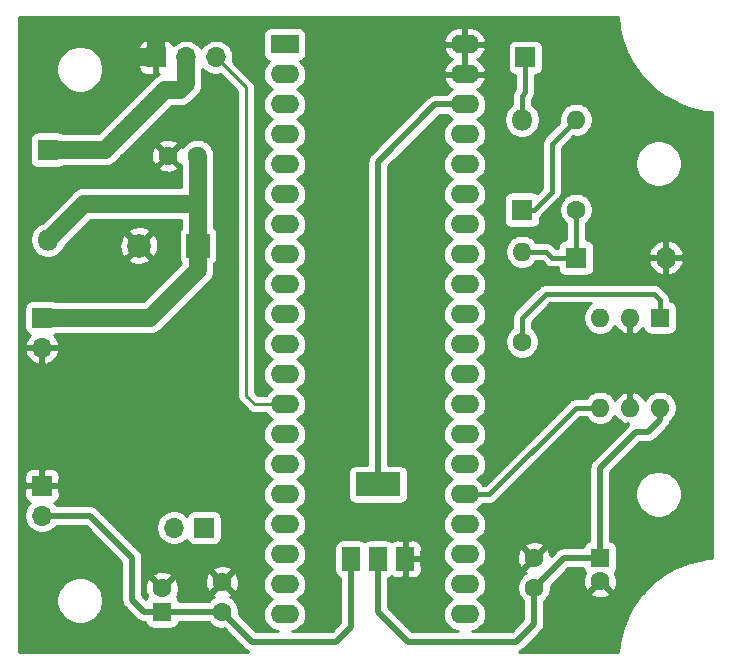
<source format=gbr>
%TF.GenerationSoftware,KiCad,Pcbnew,(5.1.6)-1*%
%TF.CreationDate,2020-08-29T18:26:14+02:00*%
%TF.ProjectId,ypvs,79707673-2e6b-4696-9361-645f70636258,rev?*%
%TF.SameCoordinates,Original*%
%TF.FileFunction,Copper,L2,Bot*%
%TF.FilePolarity,Positive*%
%FSLAX46Y46*%
G04 Gerber Fmt 4.6, Leading zero omitted, Abs format (unit mm)*
G04 Created by KiCad (PCBNEW (5.1.6)-1) date 2020-08-29 18:26:14*
%MOMM*%
%LPD*%
G01*
G04 APERTURE LIST*
%TA.AperFunction,ComponentPad*%
%ADD10R,1.600000X1.600000*%
%TD*%
%TA.AperFunction,ComponentPad*%
%ADD11O,1.600000X1.600000*%
%TD*%
%TA.AperFunction,ComponentPad*%
%ADD12C,1.600000*%
%TD*%
%TA.AperFunction,ComponentPad*%
%ADD13R,2.000000X2.000000*%
%TD*%
%TA.AperFunction,ComponentPad*%
%ADD14C,2.000000*%
%TD*%
%TA.AperFunction,ComponentPad*%
%ADD15R,1.800000X1.800000*%
%TD*%
%TA.AperFunction,ComponentPad*%
%ADD16O,1.800000X1.800000*%
%TD*%
%TA.AperFunction,ComponentPad*%
%ADD17R,1.700000X1.700000*%
%TD*%
%TA.AperFunction,ComponentPad*%
%ADD18O,1.700000X1.700000*%
%TD*%
%TA.AperFunction,ComponentPad*%
%ADD19R,2.400000X1.600000*%
%TD*%
%TA.AperFunction,ComponentPad*%
%ADD20O,2.400000X1.600000*%
%TD*%
%TA.AperFunction,SMDPad,CuDef*%
%ADD21R,3.800000X2.000000*%
%TD*%
%TA.AperFunction,SMDPad,CuDef*%
%ADD22R,1.500000X2.000000*%
%TD*%
%TA.AperFunction,Conductor*%
%ADD23C,1.524000*%
%TD*%
%TA.AperFunction,Conductor*%
%ADD24C,0.508000*%
%TD*%
%TA.AperFunction,Conductor*%
%ADD25C,1.270000*%
%TD*%
%TA.AperFunction,Conductor*%
%ADD26C,0.381000*%
%TD*%
%TA.AperFunction,Conductor*%
%ADD27C,0.254000*%
%TD*%
G04 APERTURE END LIST*
D10*
%TO.P,U3,1*%
%TO.N,Net-(R2-Pad1)*%
X71120000Y-98044000D03*
D11*
%TO.P,U3,4*%
%TO.N,RPM_Input*%
X66040000Y-105664000D03*
%TO.P,U3,2*%
%TO.N,GND*%
X68580000Y-98044000D03*
%TO.P,U3,5*%
X68580000Y-105664000D03*
%TO.P,U3,3*%
%TO.N,Net-(U3-Pad3)*%
X66040000Y-98044000D03*
%TO.P,U3,6*%
%TO.N,+3V3*%
X71120000Y-105664000D03*
%TD*%
D12*
%TO.P,C1,2*%
%TO.N,GND*%
X28956000Y-120936000D03*
D10*
%TO.P,C1,1*%
%TO.N,+12V*%
X28956000Y-122936000D03*
%TD*%
D12*
%TO.P,C2,2*%
%TO.N,GND*%
X34036000Y-120436000D03*
%TO.P,C2,1*%
%TO.N,+12V*%
X34036000Y-122936000D03*
%TD*%
%TO.P,C3,1*%
%TO.N,+3V3*%
X60452000Y-120904000D03*
%TO.P,C3,2*%
%TO.N,GND*%
X60452000Y-118404000D03*
%TD*%
D10*
%TO.P,C4,1*%
%TO.N,+3V3*%
X66040000Y-118364000D03*
D12*
%TO.P,C4,2*%
%TO.N,GND*%
X66040000Y-120364000D03*
%TD*%
%TO.P,C5,1*%
%TO.N,GND*%
X29464000Y-84328000D03*
%TO.P,C5,2*%
%TO.N,+6V*%
X31964000Y-84328000D03*
%TD*%
D13*
%TO.P,C6,1*%
%TO.N,+6V*%
X32004000Y-91948000D03*
D14*
%TO.P,C6,2*%
%TO.N,GND*%
X27004000Y-91948000D03*
%TD*%
D15*
%TO.P,D1,1*%
%TO.N,Net-(D1-Pad1)*%
X59436000Y-88900000D03*
D16*
%TO.P,D1,2*%
%TO.N,Net-(D1-Pad2)*%
X59436000Y-81280000D03*
%TD*%
%TO.P,D2,2*%
%TO.N,GND*%
X71628000Y-92964000D03*
D15*
%TO.P,D2,1*%
%TO.N,Net-(D2-Pad1)*%
X64008000Y-92964000D03*
%TD*%
D17*
%TO.P,J1,1*%
%TO.N,GND*%
X28448000Y-76000000D03*
D18*
%TO.P,J1,2*%
%TO.N,Net-(D3-Pad1)*%
X30988000Y-76000000D03*
%TO.P,J1,3*%
%TO.N,Servo_PWM*%
X33528000Y-76000000D03*
%TD*%
%TO.P,J2,2*%
%TO.N,GND*%
X18796000Y-100584000D03*
D17*
%TO.P,J2,1*%
%TO.N,+6V*%
X18796000Y-98044000D03*
%TD*%
%TO.P,J3,1*%
%TO.N,Net-(D1-Pad2)*%
X59715400Y-76000000D03*
%TD*%
%TO.P,J4,1*%
%TO.N,GND*%
X18796000Y-112268000D03*
D18*
%TO.P,J4,2*%
%TO.N,+12V*%
X18796000Y-114808000D03*
%TD*%
D11*
%TO.P,R1,2*%
%TO.N,Net-(D1-Pad1)*%
X64008000Y-81280000D03*
D12*
%TO.P,R1,1*%
%TO.N,Net-(D2-Pad1)*%
X64008000Y-88900000D03*
%TD*%
%TO.P,R2,1*%
%TO.N,Net-(R2-Pad1)*%
X59436000Y-100076000D03*
D11*
%TO.P,R2,2*%
%TO.N,Net-(D2-Pad1)*%
X59436000Y-92456000D03*
%TD*%
D19*
%TO.P,U1,1*%
%TO.N,Net-(U1-Pad1)*%
X39344600Y-74904600D03*
D20*
%TO.P,U1,21*%
%TO.N,Net-(U1-Pad21)*%
X54584600Y-123164600D03*
%TO.P,U1,2*%
%TO.N,Net-(U1-Pad2)*%
X39344600Y-77444600D03*
%TO.P,U1,22*%
%TO.N,Net-(U1-Pad22)*%
X54584600Y-120624600D03*
%TO.P,U1,3*%
%TO.N,Net-(U1-Pad3)*%
X39344600Y-79984600D03*
%TO.P,U1,23*%
%TO.N,Net-(U1-Pad23)*%
X54584600Y-118084600D03*
%TO.P,U1,4*%
%TO.N,Net-(U1-Pad4)*%
X39344600Y-82524600D03*
%TO.P,U1,24*%
%TO.N,Net-(U1-Pad24)*%
X54584600Y-115544600D03*
%TO.P,U1,5*%
%TO.N,Net-(U1-Pad5)*%
X39344600Y-85064600D03*
%TO.P,U1,25*%
%TO.N,RPM_Input*%
X54584600Y-113004600D03*
%TO.P,U1,6*%
%TO.N,Net-(J5-Pad2)*%
X39344600Y-87604600D03*
%TO.P,U1,26*%
%TO.N,Net-(U1-Pad26)*%
X54584600Y-110464600D03*
%TO.P,U1,7*%
%TO.N,Net-(J5-Pad1)*%
X39344600Y-90144600D03*
%TO.P,U1,27*%
%TO.N,Net-(U1-Pad27)*%
X54584600Y-107924600D03*
%TO.P,U1,8*%
%TO.N,Net-(U1-Pad8)*%
X39344600Y-92684600D03*
%TO.P,U1,28*%
%TO.N,Net-(U1-Pad28)*%
X54584600Y-105384600D03*
%TO.P,U1,9*%
%TO.N,Net-(U1-Pad9)*%
X39344600Y-95224600D03*
%TO.P,U1,29*%
%TO.N,Net-(U1-Pad29)*%
X54584600Y-102844600D03*
%TO.P,U1,10*%
%TO.N,Net-(U1-Pad10)*%
X39344600Y-97764600D03*
%TO.P,U1,30*%
%TO.N,Net-(U1-Pad30)*%
X54584600Y-100304600D03*
%TO.P,U1,11*%
%TO.N,Net-(U1-Pad11)*%
X39344600Y-100304600D03*
%TO.P,U1,31*%
%TO.N,Net-(U1-Pad31)*%
X54584600Y-97764600D03*
%TO.P,U1,12*%
%TO.N,Net-(U1-Pad12)*%
X39344600Y-102844600D03*
%TO.P,U1,32*%
%TO.N,Net-(U1-Pad32)*%
X54584600Y-95224600D03*
%TO.P,U1,13*%
%TO.N,Servo_PWM*%
X39344600Y-105384600D03*
%TO.P,U1,33*%
%TO.N,Net-(U1-Pad33)*%
X54584600Y-92684600D03*
%TO.P,U1,14*%
%TO.N,Net-(U1-Pad14)*%
X39344600Y-107924600D03*
%TO.P,U1,34*%
%TO.N,Net-(U1-Pad34)*%
X54584600Y-90144600D03*
%TO.P,U1,15*%
%TO.N,Net-(U1-Pad15)*%
X39344600Y-110464600D03*
%TO.P,U1,35*%
%TO.N,Net-(U1-Pad35)*%
X54584600Y-87604600D03*
%TO.P,U1,16*%
%TO.N,Net-(U1-Pad16)*%
X39344600Y-113004600D03*
%TO.P,U1,36*%
%TO.N,Net-(U1-Pad36)*%
X54584600Y-85064600D03*
%TO.P,U1,17*%
%TO.N,Net-(U1-Pad17)*%
X39344600Y-115544600D03*
%TO.P,U1,37*%
%TO.N,Net-(U1-Pad37)*%
X54584600Y-82524600D03*
%TO.P,U1,18*%
%TO.N,Net-(U1-Pad18)*%
X39344600Y-118084600D03*
%TO.P,U1,38*%
%TO.N,+3V3*%
X54584600Y-79984600D03*
%TO.P,U1,19*%
%TO.N,Net-(U1-Pad19)*%
X39344600Y-120624600D03*
%TO.P,U1,39*%
%TO.N,GND*%
X54584600Y-77444600D03*
%TO.P,U1,20*%
%TO.N,+3V3*%
X39344600Y-123164600D03*
%TO.P,U1,40*%
%TO.N,GND*%
X54584600Y-74904600D03*
%TD*%
D21*
%TO.P,U2,2*%
%TO.N,+3V3*%
X47244000Y-112166000D03*
D22*
X47244000Y-118466000D03*
%TO.P,U2,3*%
%TO.N,+12V*%
X44944000Y-118466000D03*
%TO.P,U2,1*%
%TO.N,GND*%
X49544000Y-118466000D03*
%TD*%
D15*
%TO.P,D3,1*%
%TO.N,Net-(D3-Pad1)*%
X19304000Y-83820000D03*
D16*
%TO.P,D3,2*%
%TO.N,+6V*%
X19304000Y-91440000D03*
%TD*%
D17*
%TO.P,J5,1*%
%TO.N,Net-(J5-Pad1)*%
X32512000Y-115824000D03*
D18*
%TO.P,J5,2*%
%TO.N,Net-(J5-Pad2)*%
X29972000Y-115824000D03*
%TD*%
D23*
%TO.N,GND*%
X28448000Y-76000000D02*
X25600000Y-76000000D01*
X28448000Y-76000000D02*
X28448000Y-74168000D01*
D24*
%TO.N,+12V*%
X18796000Y-114808000D02*
X22860000Y-114808000D01*
X22860000Y-114808000D02*
X26416000Y-118364000D01*
X26416000Y-118364000D02*
X26416000Y-121920000D01*
X27432000Y-122936000D02*
X28956000Y-122936000D01*
X26416000Y-121920000D02*
X27432000Y-122936000D01*
X28956000Y-122936000D02*
X34036000Y-122936000D01*
X44944000Y-124220000D02*
X44944000Y-118466000D01*
X43688000Y-125476000D02*
X44944000Y-124220000D01*
X34036000Y-122936000D02*
X36576000Y-125476000D01*
X36576000Y-125476000D02*
X43688000Y-125476000D01*
%TO.N,+3V3*%
X47244000Y-112166000D02*
X47244000Y-84836000D01*
X52095400Y-79984600D02*
X54584600Y-79984600D01*
X47244000Y-84836000D02*
X52095400Y-79984600D01*
X60452000Y-123952000D02*
X60452000Y-120904000D01*
X49784000Y-125476000D02*
X58928000Y-125476000D01*
X58928000Y-125476000D02*
X60452000Y-123952000D01*
X47244000Y-118466000D02*
X47244000Y-122936000D01*
X47244000Y-122936000D02*
X49784000Y-125476000D01*
X60452000Y-120904000D02*
X62992000Y-118364000D01*
X62992000Y-118364000D02*
X66040000Y-118364000D01*
X66040000Y-118364000D02*
X66040000Y-110744000D01*
X66040000Y-110744000D02*
X69088000Y-107696000D01*
X69088000Y-107696000D02*
X70104000Y-107696000D01*
X71120000Y-106680000D02*
X71120000Y-105664000D01*
X70104000Y-107696000D02*
X71120000Y-106680000D01*
D23*
%TO.N,+6V*%
X18796000Y-98044000D02*
X27940000Y-98044000D01*
X32004000Y-93980000D02*
X32004000Y-91948000D01*
X27940000Y-98044000D02*
X32004000Y-93980000D01*
D25*
X32004000Y-84368000D02*
X31964000Y-84328000D01*
D23*
X32004000Y-88392000D02*
X32004000Y-84368000D01*
X32004000Y-91948000D02*
X32004000Y-88392000D01*
X22352000Y-88392000D02*
X19304000Y-91440000D01*
X32004000Y-88392000D02*
X22352000Y-88392000D01*
D26*
%TO.N,Net-(D1-Pad1)*%
X59436000Y-88900000D02*
X60452000Y-88900000D01*
X60452000Y-88900000D02*
X61976000Y-87376000D01*
X61976000Y-83312000D02*
X64008000Y-81280000D01*
X61976000Y-87376000D02*
X61976000Y-83312000D01*
%TO.N,Net-(D1-Pad2)*%
X59715400Y-76000000D02*
X59715400Y-78968600D01*
X59436000Y-79248000D02*
X59436000Y-81280000D01*
X59715400Y-78968600D02*
X59436000Y-79248000D01*
%TO.N,Net-(D2-Pad1)*%
X64008000Y-92964000D02*
X61976000Y-92964000D01*
X61468000Y-92456000D02*
X59436000Y-92456000D01*
X61976000Y-92964000D02*
X61468000Y-92456000D01*
X64008000Y-88900000D02*
X64008000Y-92964000D01*
D27*
%TO.N,Servo_PWM*%
X33528000Y-76000000D02*
X36068000Y-78540000D01*
X36068000Y-78540000D02*
X36068000Y-104648000D01*
X36804600Y-105384600D02*
X39344600Y-105384600D01*
X36068000Y-104648000D02*
X36804600Y-105384600D01*
D26*
%TO.N,Net-(R2-Pad1)*%
X59436000Y-100076000D02*
X59436000Y-98044000D01*
X59436000Y-98044000D02*
X61468000Y-96012000D01*
X61468000Y-96012000D02*
X70612000Y-96012000D01*
X71120000Y-96520000D02*
X71120000Y-98044000D01*
X70612000Y-96012000D02*
X71120000Y-96520000D01*
%TO.N,RPM_Input*%
X66040000Y-105664000D02*
X64008000Y-105664000D01*
X56667400Y-113004600D02*
X54584600Y-113004600D01*
X64008000Y-105664000D02*
X56667400Y-113004600D01*
D25*
%TO.N,Net-(D3-Pad1)*%
X30948000Y-76040000D02*
X30988000Y-76000000D01*
D23*
X30475977Y-78735977D02*
X30988000Y-78223954D01*
X19304000Y-83820000D02*
X24130000Y-83820000D01*
X30988000Y-78223954D02*
X30988000Y-76000000D01*
X29214023Y-78735977D02*
X30475977Y-78735977D01*
X24130000Y-83820000D02*
X29214023Y-78735977D01*
%TD*%
D27*
%TO.N,GND*%
G36*
X67643247Y-73398814D02*
G01*
X67647106Y-73421536D01*
X67649371Y-73444473D01*
X67658665Y-73489592D01*
X67923975Y-74582980D01*
X67930959Y-74604945D01*
X67936394Y-74627342D01*
X67951877Y-74670730D01*
X68366775Y-75716554D01*
X68376749Y-75737335D01*
X68385247Y-75758756D01*
X68406617Y-75799566D01*
X68963029Y-76777469D01*
X68975796Y-76796657D01*
X68987194Y-76816689D01*
X69014036Y-76854128D01*
X69701130Y-77745077D01*
X69716444Y-77762302D01*
X69730519Y-77780553D01*
X69762311Y-77813892D01*
X70566713Y-78600544D01*
X70584283Y-78615477D01*
X70600754Y-78631584D01*
X70636861Y-78660162D01*
X70636875Y-78660174D01*
X70636882Y-78660179D01*
X71542931Y-79327221D01*
X71562406Y-79339562D01*
X71580961Y-79353222D01*
X71620710Y-79376507D01*
X72610783Y-79910963D01*
X72631786Y-79920473D01*
X72652060Y-79931417D01*
X72694663Y-79948943D01*
X73749482Y-80340406D01*
X73771602Y-80346900D01*
X73793205Y-80354917D01*
X73837832Y-80366343D01*
X74936867Y-80607194D01*
X74959673Y-80610546D01*
X74982184Y-80615479D01*
X75027967Y-80620583D01*
X75540000Y-80659630D01*
X75540001Y-118384990D01*
X74913911Y-118437570D01*
X74878064Y-118443152D01*
X74842074Y-118447603D01*
X74821797Y-118451913D01*
X74821793Y-118451914D01*
X74821790Y-118451915D01*
X73720285Y-118704203D01*
X73685591Y-118714777D01*
X73650577Y-118724258D01*
X73631106Y-118731383D01*
X72576134Y-119136360D01*
X72543247Y-119151731D01*
X72509949Y-119166037D01*
X72491684Y-119175830D01*
X72491676Y-119175834D01*
X72491670Y-119175838D01*
X71504291Y-119725417D01*
X71473910Y-119745260D01*
X71442946Y-119764124D01*
X71426236Y-119776398D01*
X70526139Y-120459623D01*
X70498868Y-120483539D01*
X70470861Y-120506586D01*
X70456047Y-120521092D01*
X69661196Y-121324326D01*
X69637563Y-121351851D01*
X69613087Y-121378609D01*
X69600465Y-121395058D01*
X68926720Y-122302273D01*
X68907196Y-122332862D01*
X68886739Y-122362795D01*
X68876566Y-122380849D01*
X68876561Y-122380857D01*
X68876561Y-122380858D01*
X68337366Y-123373954D01*
X68322344Y-123406992D01*
X68306312Y-123439504D01*
X68298786Y-123458806D01*
X68298779Y-123458821D01*
X68298775Y-123458834D01*
X67904892Y-124517983D01*
X67894680Y-124552791D01*
X67883383Y-124587255D01*
X67878653Y-124607424D01*
X67878648Y-124607441D01*
X67878646Y-124607455D01*
X67637927Y-125711535D01*
X67632723Y-125747430D01*
X67626393Y-125783147D01*
X67624550Y-125803799D01*
X67586718Y-126319043D01*
X59213754Y-126318320D01*
X59269851Y-126301303D01*
X59424291Y-126218753D01*
X59559659Y-126107659D01*
X59587499Y-126073736D01*
X61049743Y-124611493D01*
X61083659Y-124583659D01*
X61194753Y-124448291D01*
X61277303Y-124293851D01*
X61310562Y-124184208D01*
X61328136Y-124126276D01*
X61336069Y-124045726D01*
X61341000Y-123995667D01*
X61341000Y-123995661D01*
X61345300Y-123952001D01*
X61341000Y-123908341D01*
X61341000Y-122035849D01*
X61366759Y-122018637D01*
X61566637Y-121818759D01*
X61723680Y-121583727D01*
X61817716Y-121356702D01*
X65226903Y-121356702D01*
X65298486Y-121600671D01*
X65553996Y-121721571D01*
X65828184Y-121790300D01*
X66110512Y-121804217D01*
X66390130Y-121762787D01*
X66656292Y-121667603D01*
X66781514Y-121600671D01*
X66853097Y-121356702D01*
X66040000Y-120543605D01*
X65226903Y-121356702D01*
X61817716Y-121356702D01*
X61831853Y-121322574D01*
X61887000Y-121045335D01*
X61887000Y-120762665D01*
X61880956Y-120732279D01*
X63360236Y-119253000D01*
X64610693Y-119253000D01*
X64614188Y-119288482D01*
X64650498Y-119408180D01*
X64709463Y-119518494D01*
X64788815Y-119615185D01*
X64801758Y-119625807D01*
X64682429Y-119877996D01*
X64613700Y-120152184D01*
X64599783Y-120434512D01*
X64641213Y-120714130D01*
X64736397Y-120980292D01*
X64803329Y-121105514D01*
X65047298Y-121177097D01*
X65860395Y-120364000D01*
X65846253Y-120349858D01*
X66025858Y-120170253D01*
X66040000Y-120184395D01*
X66054143Y-120170253D01*
X66233748Y-120349858D01*
X66219605Y-120364000D01*
X67032702Y-121177097D01*
X67276671Y-121105514D01*
X67397571Y-120850004D01*
X67466300Y-120575816D01*
X67480217Y-120293488D01*
X67438787Y-120013870D01*
X67343603Y-119747708D01*
X67278384Y-119625691D01*
X67291185Y-119615185D01*
X67370537Y-119518494D01*
X67429502Y-119408180D01*
X67465812Y-119288482D01*
X67478072Y-119164000D01*
X67478072Y-117564000D01*
X67465812Y-117439518D01*
X67429502Y-117319820D01*
X67370537Y-117209506D01*
X67291185Y-117112815D01*
X67194494Y-117033463D01*
X67084180Y-116974498D01*
X66964482Y-116938188D01*
X66929000Y-116934693D01*
X66929000Y-112804495D01*
X69015000Y-112804495D01*
X69015000Y-113195505D01*
X69091282Y-113579003D01*
X69240915Y-113940250D01*
X69458149Y-114265364D01*
X69734636Y-114541851D01*
X70059750Y-114759085D01*
X70420997Y-114908718D01*
X70804495Y-114985000D01*
X71195505Y-114985000D01*
X71579003Y-114908718D01*
X71940250Y-114759085D01*
X72265364Y-114541851D01*
X72541851Y-114265364D01*
X72759085Y-113940250D01*
X72908718Y-113579003D01*
X72985000Y-113195505D01*
X72985000Y-112804495D01*
X72908718Y-112420997D01*
X72759085Y-112059750D01*
X72541851Y-111734636D01*
X72265364Y-111458149D01*
X71940250Y-111240915D01*
X71579003Y-111091282D01*
X71195505Y-111015000D01*
X70804495Y-111015000D01*
X70420997Y-111091282D01*
X70059750Y-111240915D01*
X69734636Y-111458149D01*
X69458149Y-111734636D01*
X69240915Y-112059750D01*
X69091282Y-112420997D01*
X69015000Y-112804495D01*
X66929000Y-112804495D01*
X66929000Y-111112235D01*
X69456236Y-108585000D01*
X70060340Y-108585000D01*
X70104000Y-108589300D01*
X70147660Y-108585000D01*
X70147667Y-108585000D01*
X70278274Y-108572136D01*
X70445851Y-108521303D01*
X70600291Y-108438753D01*
X70735659Y-108327659D01*
X70763499Y-108293736D01*
X71717743Y-107339493D01*
X71751659Y-107311659D01*
X71862753Y-107176291D01*
X71945303Y-107021851D01*
X71996136Y-106854274D01*
X72001390Y-106800934D01*
X72034759Y-106778637D01*
X72234637Y-106578759D01*
X72391680Y-106343727D01*
X72499853Y-106082574D01*
X72555000Y-105805335D01*
X72555000Y-105522665D01*
X72499853Y-105245426D01*
X72391680Y-104984273D01*
X72234637Y-104749241D01*
X72034759Y-104549363D01*
X71799727Y-104392320D01*
X71538574Y-104284147D01*
X71261335Y-104229000D01*
X70978665Y-104229000D01*
X70701426Y-104284147D01*
X70440273Y-104392320D01*
X70205241Y-104549363D01*
X70005363Y-104749241D01*
X69848320Y-104984273D01*
X69843933Y-104994865D01*
X69732385Y-104808869D01*
X69543414Y-104600481D01*
X69317420Y-104432963D01*
X69063087Y-104312754D01*
X68929039Y-104272096D01*
X68707000Y-104394085D01*
X68707000Y-105537000D01*
X68727000Y-105537000D01*
X68727000Y-105791000D01*
X68707000Y-105791000D01*
X68707000Y-105811000D01*
X68453000Y-105811000D01*
X68453000Y-105791000D01*
X68433000Y-105791000D01*
X68433000Y-105537000D01*
X68453000Y-105537000D01*
X68453000Y-104394085D01*
X68230961Y-104272096D01*
X68096913Y-104312754D01*
X67842580Y-104432963D01*
X67616586Y-104600481D01*
X67427615Y-104808869D01*
X67316067Y-104994865D01*
X67311680Y-104984273D01*
X67154637Y-104749241D01*
X66954759Y-104549363D01*
X66719727Y-104392320D01*
X66458574Y-104284147D01*
X66181335Y-104229000D01*
X65898665Y-104229000D01*
X65621426Y-104284147D01*
X65360273Y-104392320D01*
X65125241Y-104549363D01*
X64925363Y-104749241D01*
X64865722Y-104838500D01*
X64048550Y-104838500D01*
X64007999Y-104834506D01*
X63967449Y-104838500D01*
X63967447Y-104838500D01*
X63846174Y-104850444D01*
X63690566Y-104897647D01*
X63547157Y-104974301D01*
X63485596Y-105024823D01*
X63421459Y-105077459D01*
X63395607Y-105108960D01*
X56325468Y-112179100D01*
X56163508Y-112179100D01*
X56004208Y-111984992D01*
X55785701Y-111805668D01*
X55652742Y-111734600D01*
X55785701Y-111663532D01*
X56004208Y-111484208D01*
X56183532Y-111265701D01*
X56316782Y-111016408D01*
X56398836Y-110745909D01*
X56426543Y-110464600D01*
X56398836Y-110183291D01*
X56316782Y-109912792D01*
X56183532Y-109663499D01*
X56004208Y-109444992D01*
X55785701Y-109265668D01*
X55652742Y-109194600D01*
X55785701Y-109123532D01*
X56004208Y-108944208D01*
X56183532Y-108725701D01*
X56316782Y-108476408D01*
X56398836Y-108205909D01*
X56426543Y-107924600D01*
X56398836Y-107643291D01*
X56316782Y-107372792D01*
X56183532Y-107123499D01*
X56004208Y-106904992D01*
X55785701Y-106725668D01*
X55652742Y-106654600D01*
X55785701Y-106583532D01*
X56004208Y-106404208D01*
X56183532Y-106185701D01*
X56316782Y-105936408D01*
X56398836Y-105665909D01*
X56426543Y-105384600D01*
X56398836Y-105103291D01*
X56316782Y-104832792D01*
X56183532Y-104583499D01*
X56004208Y-104364992D01*
X55785701Y-104185668D01*
X55652742Y-104114600D01*
X55785701Y-104043532D01*
X56004208Y-103864208D01*
X56183532Y-103645701D01*
X56316782Y-103396408D01*
X56398836Y-103125909D01*
X56426543Y-102844600D01*
X56398836Y-102563291D01*
X56316782Y-102292792D01*
X56183532Y-102043499D01*
X56004208Y-101824992D01*
X55785701Y-101645668D01*
X55652742Y-101574600D01*
X55785701Y-101503532D01*
X56004208Y-101324208D01*
X56183532Y-101105701D01*
X56316782Y-100856408D01*
X56398836Y-100585909D01*
X56426543Y-100304600D01*
X56398836Y-100023291D01*
X56371952Y-99934665D01*
X58001000Y-99934665D01*
X58001000Y-100217335D01*
X58056147Y-100494574D01*
X58164320Y-100755727D01*
X58321363Y-100990759D01*
X58521241Y-101190637D01*
X58756273Y-101347680D01*
X59017426Y-101455853D01*
X59294665Y-101511000D01*
X59577335Y-101511000D01*
X59854574Y-101455853D01*
X60115727Y-101347680D01*
X60350759Y-101190637D01*
X60550637Y-100990759D01*
X60707680Y-100755727D01*
X60815853Y-100494574D01*
X60871000Y-100217335D01*
X60871000Y-99934665D01*
X60815853Y-99657426D01*
X60707680Y-99396273D01*
X60550637Y-99161241D01*
X60350759Y-98961363D01*
X60261500Y-98901722D01*
X60261500Y-98385932D01*
X61809933Y-96837500D01*
X65262724Y-96837500D01*
X65125241Y-96929363D01*
X64925363Y-97129241D01*
X64768320Y-97364273D01*
X64660147Y-97625426D01*
X64605000Y-97902665D01*
X64605000Y-98185335D01*
X64660147Y-98462574D01*
X64768320Y-98723727D01*
X64925363Y-98958759D01*
X65125241Y-99158637D01*
X65360273Y-99315680D01*
X65621426Y-99423853D01*
X65898665Y-99479000D01*
X66181335Y-99479000D01*
X66458574Y-99423853D01*
X66719727Y-99315680D01*
X66954759Y-99158637D01*
X67154637Y-98958759D01*
X67311680Y-98723727D01*
X67316067Y-98713135D01*
X67427615Y-98899131D01*
X67616586Y-99107519D01*
X67842580Y-99275037D01*
X68096913Y-99395246D01*
X68230961Y-99435904D01*
X68453000Y-99313915D01*
X68453000Y-98171000D01*
X68433000Y-98171000D01*
X68433000Y-97917000D01*
X68453000Y-97917000D01*
X68453000Y-97897000D01*
X68707000Y-97897000D01*
X68707000Y-97917000D01*
X68727000Y-97917000D01*
X68727000Y-98171000D01*
X68707000Y-98171000D01*
X68707000Y-99313915D01*
X68929039Y-99435904D01*
X69063087Y-99395246D01*
X69317420Y-99275037D01*
X69543414Y-99107519D01*
X69691769Y-98943920D01*
X69694188Y-98968482D01*
X69730498Y-99088180D01*
X69789463Y-99198494D01*
X69868815Y-99295185D01*
X69965506Y-99374537D01*
X70075820Y-99433502D01*
X70195518Y-99469812D01*
X70320000Y-99482072D01*
X71920000Y-99482072D01*
X72044482Y-99469812D01*
X72164180Y-99433502D01*
X72274494Y-99374537D01*
X72371185Y-99295185D01*
X72450537Y-99198494D01*
X72509502Y-99088180D01*
X72545812Y-98968482D01*
X72558072Y-98844000D01*
X72558072Y-97244000D01*
X72545812Y-97119518D01*
X72509502Y-96999820D01*
X72450537Y-96889506D01*
X72371185Y-96792815D01*
X72274494Y-96713463D01*
X72164180Y-96654498D01*
X72044482Y-96618188D01*
X71945500Y-96608439D01*
X71945500Y-96560539D01*
X71949493Y-96519999D01*
X71945500Y-96479459D01*
X71945500Y-96479447D01*
X71933556Y-96358174D01*
X71886353Y-96202566D01*
X71809699Y-96059158D01*
X71809698Y-96059156D01*
X71782242Y-96025701D01*
X71706541Y-95933459D01*
X71675035Y-95907603D01*
X71224398Y-95456966D01*
X71198541Y-95425459D01*
X71072842Y-95322301D01*
X70929434Y-95245647D01*
X70773826Y-95198444D01*
X70652553Y-95186500D01*
X70652550Y-95186500D01*
X70612000Y-95182506D01*
X70571450Y-95186500D01*
X61508550Y-95186500D01*
X61468000Y-95182506D01*
X61427449Y-95186500D01*
X61427447Y-95186500D01*
X61306174Y-95198444D01*
X61150566Y-95245647D01*
X61007157Y-95322301D01*
X60945596Y-95372823D01*
X60881459Y-95425459D01*
X60855606Y-95456961D01*
X58880961Y-97431607D01*
X58849460Y-97457459D01*
X58823609Y-97488959D01*
X58746301Y-97583158D01*
X58669647Y-97726567D01*
X58622445Y-97882174D01*
X58606506Y-98044000D01*
X58610501Y-98084560D01*
X58610501Y-98901722D01*
X58521241Y-98961363D01*
X58321363Y-99161241D01*
X58164320Y-99396273D01*
X58056147Y-99657426D01*
X58001000Y-99934665D01*
X56371952Y-99934665D01*
X56316782Y-99752792D01*
X56183532Y-99503499D01*
X56004208Y-99284992D01*
X55785701Y-99105668D01*
X55652742Y-99034600D01*
X55785701Y-98963532D01*
X56004208Y-98784208D01*
X56183532Y-98565701D01*
X56316782Y-98316408D01*
X56398836Y-98045909D01*
X56426543Y-97764600D01*
X56398836Y-97483291D01*
X56316782Y-97212792D01*
X56183532Y-96963499D01*
X56004208Y-96744992D01*
X55785701Y-96565668D01*
X55652742Y-96494600D01*
X55785701Y-96423532D01*
X56004208Y-96244208D01*
X56183532Y-96025701D01*
X56316782Y-95776408D01*
X56398836Y-95505909D01*
X56426543Y-95224600D01*
X56398836Y-94943291D01*
X56316782Y-94672792D01*
X56183532Y-94423499D01*
X56004208Y-94204992D01*
X55785701Y-94025668D01*
X55652742Y-93954600D01*
X55785701Y-93883532D01*
X56004208Y-93704208D01*
X56183532Y-93485701D01*
X56316782Y-93236408D01*
X56398836Y-92965909D01*
X56426543Y-92684600D01*
X56398836Y-92403291D01*
X56371952Y-92314665D01*
X58001000Y-92314665D01*
X58001000Y-92597335D01*
X58056147Y-92874574D01*
X58164320Y-93135727D01*
X58321363Y-93370759D01*
X58521241Y-93570637D01*
X58756273Y-93727680D01*
X59017426Y-93835853D01*
X59294665Y-93891000D01*
X59577335Y-93891000D01*
X59854574Y-93835853D01*
X60115727Y-93727680D01*
X60350759Y-93570637D01*
X60550637Y-93370759D01*
X60610278Y-93281500D01*
X61126068Y-93281500D01*
X61363602Y-93519034D01*
X61389459Y-93550541D01*
X61483311Y-93627563D01*
X61515156Y-93653698D01*
X61515158Y-93653699D01*
X61658566Y-93730353D01*
X61814174Y-93777556D01*
X61935447Y-93789500D01*
X61935459Y-93789500D01*
X61975999Y-93793493D01*
X62016539Y-93789500D01*
X62469928Y-93789500D01*
X62469928Y-93864000D01*
X62482188Y-93988482D01*
X62518498Y-94108180D01*
X62577463Y-94218494D01*
X62656815Y-94315185D01*
X62753506Y-94394537D01*
X62863820Y-94453502D01*
X62983518Y-94489812D01*
X63108000Y-94502072D01*
X64908000Y-94502072D01*
X65032482Y-94489812D01*
X65152180Y-94453502D01*
X65262494Y-94394537D01*
X65359185Y-94315185D01*
X65438537Y-94218494D01*
X65497502Y-94108180D01*
X65533812Y-93988482D01*
X65546072Y-93864000D01*
X65546072Y-93328740D01*
X70136964Y-93328740D01*
X70185606Y-93489107D01*
X70315764Y-93760414D01*
X70496351Y-94001116D01*
X70720427Y-94201962D01*
X70979380Y-94355234D01*
X71263259Y-94455041D01*
X71501000Y-94334992D01*
X71501000Y-93091000D01*
X71755000Y-93091000D01*
X71755000Y-94334992D01*
X71992741Y-94455041D01*
X72276620Y-94355234D01*
X72535573Y-94201962D01*
X72759649Y-94001116D01*
X72940236Y-93760414D01*
X73070394Y-93489107D01*
X73119036Y-93328740D01*
X72998378Y-93091000D01*
X71755000Y-93091000D01*
X71501000Y-93091000D01*
X70257622Y-93091000D01*
X70136964Y-93328740D01*
X65546072Y-93328740D01*
X65546072Y-92599260D01*
X70136964Y-92599260D01*
X70257622Y-92837000D01*
X71501000Y-92837000D01*
X71501000Y-91593008D01*
X71755000Y-91593008D01*
X71755000Y-92837000D01*
X72998378Y-92837000D01*
X73119036Y-92599260D01*
X73070394Y-92438893D01*
X72940236Y-92167586D01*
X72759649Y-91926884D01*
X72535573Y-91726038D01*
X72276620Y-91572766D01*
X71992741Y-91472959D01*
X71755000Y-91593008D01*
X71501000Y-91593008D01*
X71263259Y-91472959D01*
X70979380Y-91572766D01*
X70720427Y-91726038D01*
X70496351Y-91926884D01*
X70315764Y-92167586D01*
X70185606Y-92438893D01*
X70136964Y-92599260D01*
X65546072Y-92599260D01*
X65546072Y-92064000D01*
X65533812Y-91939518D01*
X65497502Y-91819820D01*
X65438537Y-91709506D01*
X65359185Y-91612815D01*
X65262494Y-91533463D01*
X65152180Y-91474498D01*
X65032482Y-91438188D01*
X64908000Y-91425928D01*
X64833500Y-91425928D01*
X64833500Y-90074278D01*
X64922759Y-90014637D01*
X65122637Y-89814759D01*
X65279680Y-89579727D01*
X65387853Y-89318574D01*
X65443000Y-89041335D01*
X65443000Y-88758665D01*
X65387853Y-88481426D01*
X65279680Y-88220273D01*
X65122637Y-87985241D01*
X64922759Y-87785363D01*
X64687727Y-87628320D01*
X64426574Y-87520147D01*
X64149335Y-87465000D01*
X63866665Y-87465000D01*
X63589426Y-87520147D01*
X63328273Y-87628320D01*
X63093241Y-87785363D01*
X62893363Y-87985241D01*
X62736320Y-88220273D01*
X62628147Y-88481426D01*
X62573000Y-88758665D01*
X62573000Y-89041335D01*
X62628147Y-89318574D01*
X62736320Y-89579727D01*
X62893363Y-89814759D01*
X63093241Y-90014637D01*
X63182500Y-90074278D01*
X63182501Y-91425928D01*
X63108000Y-91425928D01*
X62983518Y-91438188D01*
X62863820Y-91474498D01*
X62753506Y-91533463D01*
X62656815Y-91612815D01*
X62577463Y-91709506D01*
X62518498Y-91819820D01*
X62482188Y-91939518D01*
X62469928Y-92064000D01*
X62469928Y-92138500D01*
X62317932Y-92138500D01*
X62080398Y-91900966D01*
X62054541Y-91869459D01*
X61928842Y-91766301D01*
X61785434Y-91689647D01*
X61629826Y-91642444D01*
X61508553Y-91630500D01*
X61508550Y-91630500D01*
X61468000Y-91626506D01*
X61427450Y-91630500D01*
X60610278Y-91630500D01*
X60550637Y-91541241D01*
X60350759Y-91341363D01*
X60115727Y-91184320D01*
X59854574Y-91076147D01*
X59577335Y-91021000D01*
X59294665Y-91021000D01*
X59017426Y-91076147D01*
X58756273Y-91184320D01*
X58521241Y-91341363D01*
X58321363Y-91541241D01*
X58164320Y-91776273D01*
X58056147Y-92037426D01*
X58001000Y-92314665D01*
X56371952Y-92314665D01*
X56316782Y-92132792D01*
X56183532Y-91883499D01*
X56004208Y-91664992D01*
X55785701Y-91485668D01*
X55652742Y-91414600D01*
X55785701Y-91343532D01*
X56004208Y-91164208D01*
X56183532Y-90945701D01*
X56316782Y-90696408D01*
X56398836Y-90425909D01*
X56426543Y-90144600D01*
X56398836Y-89863291D01*
X56316782Y-89592792D01*
X56183532Y-89343499D01*
X56004208Y-89124992D01*
X55785701Y-88945668D01*
X55652742Y-88874600D01*
X55785701Y-88803532D01*
X56004208Y-88624208D01*
X56183532Y-88405701D01*
X56316782Y-88156408D01*
X56364227Y-88000000D01*
X57897928Y-88000000D01*
X57897928Y-89800000D01*
X57910188Y-89924482D01*
X57946498Y-90044180D01*
X58005463Y-90154494D01*
X58084815Y-90251185D01*
X58181506Y-90330537D01*
X58291820Y-90389502D01*
X58411518Y-90425812D01*
X58536000Y-90438072D01*
X60336000Y-90438072D01*
X60460482Y-90425812D01*
X60580180Y-90389502D01*
X60690494Y-90330537D01*
X60787185Y-90251185D01*
X60866537Y-90154494D01*
X60925502Y-90044180D01*
X60961812Y-89924482D01*
X60974072Y-89800000D01*
X60974072Y-89539449D01*
X61038541Y-89486541D01*
X61064398Y-89455034D01*
X62531041Y-87988392D01*
X62562541Y-87962541D01*
X62633959Y-87875518D01*
X62665698Y-87836844D01*
X62693215Y-87785363D01*
X62742353Y-87693434D01*
X62789556Y-87537826D01*
X62801500Y-87416553D01*
X62801500Y-87416544D01*
X62805493Y-87376001D01*
X62801500Y-87335458D01*
X62801500Y-84804495D01*
X69015000Y-84804495D01*
X69015000Y-85195505D01*
X69091282Y-85579003D01*
X69240915Y-85940250D01*
X69458149Y-86265364D01*
X69734636Y-86541851D01*
X70059750Y-86759085D01*
X70420997Y-86908718D01*
X70804495Y-86985000D01*
X71195505Y-86985000D01*
X71579003Y-86908718D01*
X71940250Y-86759085D01*
X72265364Y-86541851D01*
X72541851Y-86265364D01*
X72759085Y-85940250D01*
X72908718Y-85579003D01*
X72985000Y-85195505D01*
X72985000Y-84804495D01*
X72908718Y-84420997D01*
X72759085Y-84059750D01*
X72541851Y-83734636D01*
X72265364Y-83458149D01*
X71940250Y-83240915D01*
X71579003Y-83091282D01*
X71195505Y-83015000D01*
X70804495Y-83015000D01*
X70420997Y-83091282D01*
X70059750Y-83240915D01*
X69734636Y-83458149D01*
X69458149Y-83734636D01*
X69240915Y-84059750D01*
X69091282Y-84420997D01*
X69015000Y-84804495D01*
X62801500Y-84804495D01*
X62801500Y-83653932D01*
X63761376Y-82694056D01*
X63866665Y-82715000D01*
X64149335Y-82715000D01*
X64426574Y-82659853D01*
X64687727Y-82551680D01*
X64922759Y-82394637D01*
X65122637Y-82194759D01*
X65279680Y-81959727D01*
X65387853Y-81698574D01*
X65443000Y-81421335D01*
X65443000Y-81138665D01*
X65387853Y-80861426D01*
X65279680Y-80600273D01*
X65122637Y-80365241D01*
X64922759Y-80165363D01*
X64687727Y-80008320D01*
X64426574Y-79900147D01*
X64149335Y-79845000D01*
X63866665Y-79845000D01*
X63589426Y-79900147D01*
X63328273Y-80008320D01*
X63093241Y-80165363D01*
X62893363Y-80365241D01*
X62736320Y-80600273D01*
X62628147Y-80861426D01*
X62573000Y-81138665D01*
X62573000Y-81421335D01*
X62593944Y-81526624D01*
X61420961Y-82699607D01*
X61389460Y-82725459D01*
X61363609Y-82756959D01*
X61286301Y-82851158D01*
X61209647Y-82994567D01*
X61162445Y-83150174D01*
X61146506Y-83312000D01*
X61150501Y-83352560D01*
X61150500Y-87034067D01*
X60704011Y-87480556D01*
X60690494Y-87469463D01*
X60580180Y-87410498D01*
X60460482Y-87374188D01*
X60336000Y-87361928D01*
X58536000Y-87361928D01*
X58411518Y-87374188D01*
X58291820Y-87410498D01*
X58181506Y-87469463D01*
X58084815Y-87548815D01*
X58005463Y-87645506D01*
X57946498Y-87755820D01*
X57910188Y-87875518D01*
X57897928Y-88000000D01*
X56364227Y-88000000D01*
X56398836Y-87885909D01*
X56426543Y-87604600D01*
X56398836Y-87323291D01*
X56316782Y-87052792D01*
X56183532Y-86803499D01*
X56004208Y-86584992D01*
X55785701Y-86405668D01*
X55652742Y-86334600D01*
X55785701Y-86263532D01*
X56004208Y-86084208D01*
X56183532Y-85865701D01*
X56316782Y-85616408D01*
X56398836Y-85345909D01*
X56426543Y-85064600D01*
X56398836Y-84783291D01*
X56316782Y-84512792D01*
X56183532Y-84263499D01*
X56004208Y-84044992D01*
X55785701Y-83865668D01*
X55652742Y-83794600D01*
X55785701Y-83723532D01*
X56004208Y-83544208D01*
X56183532Y-83325701D01*
X56316782Y-83076408D01*
X56398836Y-82805909D01*
X56426543Y-82524600D01*
X56398836Y-82243291D01*
X56316782Y-81972792D01*
X56183532Y-81723499D01*
X56004208Y-81504992D01*
X55785701Y-81325668D01*
X55652742Y-81254600D01*
X55785701Y-81183532D01*
X55852372Y-81128816D01*
X57901000Y-81128816D01*
X57901000Y-81431184D01*
X57959989Y-81727743D01*
X58075701Y-82007095D01*
X58243688Y-82258505D01*
X58457495Y-82472312D01*
X58708905Y-82640299D01*
X58988257Y-82756011D01*
X59284816Y-82815000D01*
X59587184Y-82815000D01*
X59883743Y-82756011D01*
X60163095Y-82640299D01*
X60414505Y-82472312D01*
X60628312Y-82258505D01*
X60796299Y-82007095D01*
X60912011Y-81727743D01*
X60971000Y-81431184D01*
X60971000Y-81128816D01*
X60912011Y-80832257D01*
X60796299Y-80552905D01*
X60628312Y-80301495D01*
X60414505Y-80087688D01*
X60261500Y-79985453D01*
X60261500Y-79589932D01*
X60270434Y-79580998D01*
X60301941Y-79555141D01*
X60405099Y-79429442D01*
X60481753Y-79286034D01*
X60528956Y-79130426D01*
X60540900Y-79009153D01*
X60540900Y-79009151D01*
X60544894Y-78968601D01*
X60540900Y-78928050D01*
X60540900Y-77488072D01*
X60565400Y-77488072D01*
X60689882Y-77475812D01*
X60809580Y-77439502D01*
X60919894Y-77380537D01*
X61016585Y-77301185D01*
X61095937Y-77204494D01*
X61154902Y-77094180D01*
X61191212Y-76974482D01*
X61203472Y-76850000D01*
X61203472Y-75150000D01*
X61191212Y-75025518D01*
X61154902Y-74905820D01*
X61095937Y-74795506D01*
X61016585Y-74698815D01*
X60919894Y-74619463D01*
X60809580Y-74560498D01*
X60689882Y-74524188D01*
X60565400Y-74511928D01*
X58865400Y-74511928D01*
X58740918Y-74524188D01*
X58621220Y-74560498D01*
X58510906Y-74619463D01*
X58414215Y-74698815D01*
X58334863Y-74795506D01*
X58275898Y-74905820D01*
X58239588Y-75025518D01*
X58227328Y-75150000D01*
X58227328Y-76850000D01*
X58239588Y-76974482D01*
X58275898Y-77094180D01*
X58334863Y-77204494D01*
X58414215Y-77301185D01*
X58510906Y-77380537D01*
X58621220Y-77439502D01*
X58740918Y-77475812D01*
X58865400Y-77488072D01*
X58889901Y-77488072D01*
X58889901Y-78626667D01*
X58880966Y-78635602D01*
X58849459Y-78661459D01*
X58788304Y-78735978D01*
X58746301Y-78787158D01*
X58724859Y-78827273D01*
X58669647Y-78930567D01*
X58622444Y-79086175D01*
X58610709Y-79205328D01*
X58606506Y-79248000D01*
X58610500Y-79288551D01*
X58610500Y-79985453D01*
X58457495Y-80087688D01*
X58243688Y-80301495D01*
X58075701Y-80552905D01*
X57959989Y-80832257D01*
X57901000Y-81128816D01*
X55852372Y-81128816D01*
X56004208Y-81004208D01*
X56183532Y-80785701D01*
X56316782Y-80536408D01*
X56398836Y-80265909D01*
X56426543Y-79984600D01*
X56398836Y-79703291D01*
X56316782Y-79432792D01*
X56183532Y-79183499D01*
X56004208Y-78964992D01*
X55785701Y-78785668D01*
X55657859Y-78717335D01*
X55887439Y-78567201D01*
X56089100Y-78369495D01*
X56248315Y-78136246D01*
X56358967Y-77876418D01*
X56376504Y-77793639D01*
X56254515Y-77571600D01*
X54711600Y-77571600D01*
X54711600Y-77591600D01*
X54457600Y-77591600D01*
X54457600Y-77571600D01*
X52914685Y-77571600D01*
X52792696Y-77793639D01*
X52810233Y-77876418D01*
X52920885Y-78136246D01*
X53080100Y-78369495D01*
X53281761Y-78567201D01*
X53511341Y-78717335D01*
X53383499Y-78785668D01*
X53164992Y-78964992D01*
X53057805Y-79095600D01*
X52139060Y-79095600D01*
X52095400Y-79091300D01*
X52051740Y-79095600D01*
X52051733Y-79095600D01*
X51937725Y-79106829D01*
X51921125Y-79108464D01*
X51881758Y-79120406D01*
X51753549Y-79159297D01*
X51599109Y-79241847D01*
X51463741Y-79352941D01*
X51435906Y-79386858D01*
X46646259Y-84176506D01*
X46612342Y-84204341D01*
X46584507Y-84238258D01*
X46584505Y-84238260D01*
X46501248Y-84339709D01*
X46418698Y-84494148D01*
X46367864Y-84661726D01*
X46350700Y-84836000D01*
X46355001Y-84879670D01*
X46355000Y-110527928D01*
X45344000Y-110527928D01*
X45219518Y-110540188D01*
X45099820Y-110576498D01*
X44989506Y-110635463D01*
X44892815Y-110714815D01*
X44813463Y-110811506D01*
X44754498Y-110921820D01*
X44718188Y-111041518D01*
X44705928Y-111166000D01*
X44705928Y-113166000D01*
X44718188Y-113290482D01*
X44754498Y-113410180D01*
X44813463Y-113520494D01*
X44892815Y-113617185D01*
X44989506Y-113696537D01*
X45099820Y-113755502D01*
X45219518Y-113791812D01*
X45344000Y-113804072D01*
X49144000Y-113804072D01*
X49268482Y-113791812D01*
X49388180Y-113755502D01*
X49498494Y-113696537D01*
X49595185Y-113617185D01*
X49674537Y-113520494D01*
X49733502Y-113410180D01*
X49769812Y-113290482D01*
X49782072Y-113166000D01*
X49782072Y-111166000D01*
X49769812Y-111041518D01*
X49733502Y-110921820D01*
X49674537Y-110811506D01*
X49595185Y-110714815D01*
X49498494Y-110635463D01*
X49388180Y-110576498D01*
X49268482Y-110540188D01*
X49144000Y-110527928D01*
X48133000Y-110527928D01*
X48133000Y-85204235D01*
X52463636Y-80873600D01*
X53057805Y-80873600D01*
X53164992Y-81004208D01*
X53383499Y-81183532D01*
X53516458Y-81254600D01*
X53383499Y-81325668D01*
X53164992Y-81504992D01*
X52985668Y-81723499D01*
X52852418Y-81972792D01*
X52770364Y-82243291D01*
X52742657Y-82524600D01*
X52770364Y-82805909D01*
X52852418Y-83076408D01*
X52985668Y-83325701D01*
X53164992Y-83544208D01*
X53383499Y-83723532D01*
X53516458Y-83794600D01*
X53383499Y-83865668D01*
X53164992Y-84044992D01*
X52985668Y-84263499D01*
X52852418Y-84512792D01*
X52770364Y-84783291D01*
X52742657Y-85064600D01*
X52770364Y-85345909D01*
X52852418Y-85616408D01*
X52985668Y-85865701D01*
X53164992Y-86084208D01*
X53383499Y-86263532D01*
X53516458Y-86334600D01*
X53383499Y-86405668D01*
X53164992Y-86584992D01*
X52985668Y-86803499D01*
X52852418Y-87052792D01*
X52770364Y-87323291D01*
X52742657Y-87604600D01*
X52770364Y-87885909D01*
X52852418Y-88156408D01*
X52985668Y-88405701D01*
X53164992Y-88624208D01*
X53383499Y-88803532D01*
X53516458Y-88874600D01*
X53383499Y-88945668D01*
X53164992Y-89124992D01*
X52985668Y-89343499D01*
X52852418Y-89592792D01*
X52770364Y-89863291D01*
X52742657Y-90144600D01*
X52770364Y-90425909D01*
X52852418Y-90696408D01*
X52985668Y-90945701D01*
X53164992Y-91164208D01*
X53383499Y-91343532D01*
X53516458Y-91414600D01*
X53383499Y-91485668D01*
X53164992Y-91664992D01*
X52985668Y-91883499D01*
X52852418Y-92132792D01*
X52770364Y-92403291D01*
X52742657Y-92684600D01*
X52770364Y-92965909D01*
X52852418Y-93236408D01*
X52985668Y-93485701D01*
X53164992Y-93704208D01*
X53383499Y-93883532D01*
X53516458Y-93954600D01*
X53383499Y-94025668D01*
X53164992Y-94204992D01*
X52985668Y-94423499D01*
X52852418Y-94672792D01*
X52770364Y-94943291D01*
X52742657Y-95224600D01*
X52770364Y-95505909D01*
X52852418Y-95776408D01*
X52985668Y-96025701D01*
X53164992Y-96244208D01*
X53383499Y-96423532D01*
X53516458Y-96494600D01*
X53383499Y-96565668D01*
X53164992Y-96744992D01*
X52985668Y-96963499D01*
X52852418Y-97212792D01*
X52770364Y-97483291D01*
X52742657Y-97764600D01*
X52770364Y-98045909D01*
X52852418Y-98316408D01*
X52985668Y-98565701D01*
X53164992Y-98784208D01*
X53383499Y-98963532D01*
X53516458Y-99034600D01*
X53383499Y-99105668D01*
X53164992Y-99284992D01*
X52985668Y-99503499D01*
X52852418Y-99752792D01*
X52770364Y-100023291D01*
X52742657Y-100304600D01*
X52770364Y-100585909D01*
X52852418Y-100856408D01*
X52985668Y-101105701D01*
X53164992Y-101324208D01*
X53383499Y-101503532D01*
X53516458Y-101574600D01*
X53383499Y-101645668D01*
X53164992Y-101824992D01*
X52985668Y-102043499D01*
X52852418Y-102292792D01*
X52770364Y-102563291D01*
X52742657Y-102844600D01*
X52770364Y-103125909D01*
X52852418Y-103396408D01*
X52985668Y-103645701D01*
X53164992Y-103864208D01*
X53383499Y-104043532D01*
X53516458Y-104114600D01*
X53383499Y-104185668D01*
X53164992Y-104364992D01*
X52985668Y-104583499D01*
X52852418Y-104832792D01*
X52770364Y-105103291D01*
X52742657Y-105384600D01*
X52770364Y-105665909D01*
X52852418Y-105936408D01*
X52985668Y-106185701D01*
X53164992Y-106404208D01*
X53383499Y-106583532D01*
X53516458Y-106654600D01*
X53383499Y-106725668D01*
X53164992Y-106904992D01*
X52985668Y-107123499D01*
X52852418Y-107372792D01*
X52770364Y-107643291D01*
X52742657Y-107924600D01*
X52770364Y-108205909D01*
X52852418Y-108476408D01*
X52985668Y-108725701D01*
X53164992Y-108944208D01*
X53383499Y-109123532D01*
X53516458Y-109194600D01*
X53383499Y-109265668D01*
X53164992Y-109444992D01*
X52985668Y-109663499D01*
X52852418Y-109912792D01*
X52770364Y-110183291D01*
X52742657Y-110464600D01*
X52770364Y-110745909D01*
X52852418Y-111016408D01*
X52985668Y-111265701D01*
X53164992Y-111484208D01*
X53383499Y-111663532D01*
X53516458Y-111734600D01*
X53383499Y-111805668D01*
X53164992Y-111984992D01*
X52985668Y-112203499D01*
X52852418Y-112452792D01*
X52770364Y-112723291D01*
X52742657Y-113004600D01*
X52770364Y-113285909D01*
X52852418Y-113556408D01*
X52985668Y-113805701D01*
X53164992Y-114024208D01*
X53383499Y-114203532D01*
X53516458Y-114274600D01*
X53383499Y-114345668D01*
X53164992Y-114524992D01*
X52985668Y-114743499D01*
X52852418Y-114992792D01*
X52770364Y-115263291D01*
X52742657Y-115544600D01*
X52770364Y-115825909D01*
X52852418Y-116096408D01*
X52985668Y-116345701D01*
X53164992Y-116564208D01*
X53383499Y-116743532D01*
X53516458Y-116814600D01*
X53383499Y-116885668D01*
X53164992Y-117064992D01*
X52985668Y-117283499D01*
X52852418Y-117532792D01*
X52770364Y-117803291D01*
X52742657Y-118084600D01*
X52770364Y-118365909D01*
X52852418Y-118636408D01*
X52985668Y-118885701D01*
X53164992Y-119104208D01*
X53383499Y-119283532D01*
X53516458Y-119354600D01*
X53383499Y-119425668D01*
X53164992Y-119604992D01*
X52985668Y-119823499D01*
X52852418Y-120072792D01*
X52770364Y-120343291D01*
X52742657Y-120624600D01*
X52770364Y-120905909D01*
X52852418Y-121176408D01*
X52985668Y-121425701D01*
X53164992Y-121644208D01*
X53383499Y-121823532D01*
X53516458Y-121894600D01*
X53383499Y-121965668D01*
X53164992Y-122144992D01*
X52985668Y-122363499D01*
X52852418Y-122612792D01*
X52770364Y-122883291D01*
X52742657Y-123164600D01*
X52770364Y-123445909D01*
X52852418Y-123716408D01*
X52985668Y-123965701D01*
X53164992Y-124184208D01*
X53383499Y-124363532D01*
X53632792Y-124496782D01*
X53903291Y-124578836D01*
X53986180Y-124587000D01*
X50152236Y-124587000D01*
X48133000Y-122567765D01*
X48133000Y-120087408D01*
X48238180Y-120055502D01*
X48348494Y-119996537D01*
X48394000Y-119959191D01*
X48439506Y-119996537D01*
X48549820Y-120055502D01*
X48669518Y-120091812D01*
X48794000Y-120104072D01*
X49258250Y-120101000D01*
X49417000Y-119942250D01*
X49417000Y-118593000D01*
X49671000Y-118593000D01*
X49671000Y-119942250D01*
X49829750Y-120101000D01*
X50294000Y-120104072D01*
X50418482Y-120091812D01*
X50538180Y-120055502D01*
X50648494Y-119996537D01*
X50745185Y-119917185D01*
X50824537Y-119820494D01*
X50883502Y-119710180D01*
X50919812Y-119590482D01*
X50932072Y-119466000D01*
X50929000Y-118751750D01*
X50770250Y-118593000D01*
X49671000Y-118593000D01*
X49417000Y-118593000D01*
X49397000Y-118593000D01*
X49397000Y-118339000D01*
X49417000Y-118339000D01*
X49417000Y-116989750D01*
X49671000Y-116989750D01*
X49671000Y-118339000D01*
X50770250Y-118339000D01*
X50929000Y-118180250D01*
X50932072Y-117466000D01*
X50919812Y-117341518D01*
X50883502Y-117221820D01*
X50824537Y-117111506D01*
X50745185Y-117014815D01*
X50648494Y-116935463D01*
X50538180Y-116876498D01*
X50418482Y-116840188D01*
X50294000Y-116827928D01*
X49829750Y-116831000D01*
X49671000Y-116989750D01*
X49417000Y-116989750D01*
X49258250Y-116831000D01*
X48794000Y-116827928D01*
X48669518Y-116840188D01*
X48549820Y-116876498D01*
X48439506Y-116935463D01*
X48394000Y-116972809D01*
X48348494Y-116935463D01*
X48238180Y-116876498D01*
X48118482Y-116840188D01*
X47994000Y-116827928D01*
X46494000Y-116827928D01*
X46369518Y-116840188D01*
X46249820Y-116876498D01*
X46139506Y-116935463D01*
X46094000Y-116972809D01*
X46048494Y-116935463D01*
X45938180Y-116876498D01*
X45818482Y-116840188D01*
X45694000Y-116827928D01*
X44194000Y-116827928D01*
X44069518Y-116840188D01*
X43949820Y-116876498D01*
X43839506Y-116935463D01*
X43742815Y-117014815D01*
X43663463Y-117111506D01*
X43604498Y-117221820D01*
X43568188Y-117341518D01*
X43555928Y-117466000D01*
X43555928Y-119466000D01*
X43568188Y-119590482D01*
X43604498Y-119710180D01*
X43663463Y-119820494D01*
X43742815Y-119917185D01*
X43839506Y-119996537D01*
X43949820Y-120055502D01*
X44055001Y-120087408D01*
X44055000Y-123851765D01*
X43319765Y-124587000D01*
X39943020Y-124587000D01*
X40025909Y-124578836D01*
X40296408Y-124496782D01*
X40545701Y-124363532D01*
X40764208Y-124184208D01*
X40943532Y-123965701D01*
X41076782Y-123716408D01*
X41158836Y-123445909D01*
X41186543Y-123164600D01*
X41158836Y-122883291D01*
X41076782Y-122612792D01*
X40943532Y-122363499D01*
X40764208Y-122144992D01*
X40545701Y-121965668D01*
X40412742Y-121894600D01*
X40545701Y-121823532D01*
X40764208Y-121644208D01*
X40943532Y-121425701D01*
X41076782Y-121176408D01*
X41158836Y-120905909D01*
X41186543Y-120624600D01*
X41158836Y-120343291D01*
X41076782Y-120072792D01*
X40943532Y-119823499D01*
X40764208Y-119604992D01*
X40545701Y-119425668D01*
X40412742Y-119354600D01*
X40545701Y-119283532D01*
X40764208Y-119104208D01*
X40943532Y-118885701D01*
X41076782Y-118636408D01*
X41158836Y-118365909D01*
X41186543Y-118084600D01*
X41158836Y-117803291D01*
X41076782Y-117532792D01*
X40943532Y-117283499D01*
X40764208Y-117064992D01*
X40545701Y-116885668D01*
X40412742Y-116814600D01*
X40545701Y-116743532D01*
X40764208Y-116564208D01*
X40943532Y-116345701D01*
X41076782Y-116096408D01*
X41158836Y-115825909D01*
X41186543Y-115544600D01*
X41158836Y-115263291D01*
X41076782Y-114992792D01*
X40943532Y-114743499D01*
X40764208Y-114524992D01*
X40545701Y-114345668D01*
X40412742Y-114274600D01*
X40545701Y-114203532D01*
X40764208Y-114024208D01*
X40943532Y-113805701D01*
X41076782Y-113556408D01*
X41158836Y-113285909D01*
X41186543Y-113004600D01*
X41158836Y-112723291D01*
X41076782Y-112452792D01*
X40943532Y-112203499D01*
X40764208Y-111984992D01*
X40545701Y-111805668D01*
X40412742Y-111734600D01*
X40545701Y-111663532D01*
X40764208Y-111484208D01*
X40943532Y-111265701D01*
X41076782Y-111016408D01*
X41158836Y-110745909D01*
X41186543Y-110464600D01*
X41158836Y-110183291D01*
X41076782Y-109912792D01*
X40943532Y-109663499D01*
X40764208Y-109444992D01*
X40545701Y-109265668D01*
X40412742Y-109194600D01*
X40545701Y-109123532D01*
X40764208Y-108944208D01*
X40943532Y-108725701D01*
X41076782Y-108476408D01*
X41158836Y-108205909D01*
X41186543Y-107924600D01*
X41158836Y-107643291D01*
X41076782Y-107372792D01*
X40943532Y-107123499D01*
X40764208Y-106904992D01*
X40545701Y-106725668D01*
X40412742Y-106654600D01*
X40545701Y-106583532D01*
X40764208Y-106404208D01*
X40943532Y-106185701D01*
X41076782Y-105936408D01*
X41158836Y-105665909D01*
X41186543Y-105384600D01*
X41158836Y-105103291D01*
X41076782Y-104832792D01*
X40943532Y-104583499D01*
X40764208Y-104364992D01*
X40545701Y-104185668D01*
X40412742Y-104114600D01*
X40545701Y-104043532D01*
X40764208Y-103864208D01*
X40943532Y-103645701D01*
X41076782Y-103396408D01*
X41158836Y-103125909D01*
X41186543Y-102844600D01*
X41158836Y-102563291D01*
X41076782Y-102292792D01*
X40943532Y-102043499D01*
X40764208Y-101824992D01*
X40545701Y-101645668D01*
X40412742Y-101574600D01*
X40545701Y-101503532D01*
X40764208Y-101324208D01*
X40943532Y-101105701D01*
X41076782Y-100856408D01*
X41158836Y-100585909D01*
X41186543Y-100304600D01*
X41158836Y-100023291D01*
X41076782Y-99752792D01*
X40943532Y-99503499D01*
X40764208Y-99284992D01*
X40545701Y-99105668D01*
X40412742Y-99034600D01*
X40545701Y-98963532D01*
X40764208Y-98784208D01*
X40943532Y-98565701D01*
X41076782Y-98316408D01*
X41158836Y-98045909D01*
X41186543Y-97764600D01*
X41158836Y-97483291D01*
X41076782Y-97212792D01*
X40943532Y-96963499D01*
X40764208Y-96744992D01*
X40545701Y-96565668D01*
X40412742Y-96494600D01*
X40545701Y-96423532D01*
X40764208Y-96244208D01*
X40943532Y-96025701D01*
X41076782Y-95776408D01*
X41158836Y-95505909D01*
X41186543Y-95224600D01*
X41158836Y-94943291D01*
X41076782Y-94672792D01*
X40943532Y-94423499D01*
X40764208Y-94204992D01*
X40545701Y-94025668D01*
X40412742Y-93954600D01*
X40545701Y-93883532D01*
X40764208Y-93704208D01*
X40943532Y-93485701D01*
X41076782Y-93236408D01*
X41158836Y-92965909D01*
X41186543Y-92684600D01*
X41158836Y-92403291D01*
X41076782Y-92132792D01*
X40943532Y-91883499D01*
X40764208Y-91664992D01*
X40545701Y-91485668D01*
X40412742Y-91414600D01*
X40545701Y-91343532D01*
X40764208Y-91164208D01*
X40943532Y-90945701D01*
X41076782Y-90696408D01*
X41158836Y-90425909D01*
X41186543Y-90144600D01*
X41158836Y-89863291D01*
X41076782Y-89592792D01*
X40943532Y-89343499D01*
X40764208Y-89124992D01*
X40545701Y-88945668D01*
X40412742Y-88874600D01*
X40545701Y-88803532D01*
X40764208Y-88624208D01*
X40943532Y-88405701D01*
X41076782Y-88156408D01*
X41158836Y-87885909D01*
X41186543Y-87604600D01*
X41158836Y-87323291D01*
X41076782Y-87052792D01*
X40943532Y-86803499D01*
X40764208Y-86584992D01*
X40545701Y-86405668D01*
X40412742Y-86334600D01*
X40545701Y-86263532D01*
X40764208Y-86084208D01*
X40943532Y-85865701D01*
X41076782Y-85616408D01*
X41158836Y-85345909D01*
X41186543Y-85064600D01*
X41158836Y-84783291D01*
X41076782Y-84512792D01*
X40943532Y-84263499D01*
X40764208Y-84044992D01*
X40545701Y-83865668D01*
X40412742Y-83794600D01*
X40545701Y-83723532D01*
X40764208Y-83544208D01*
X40943532Y-83325701D01*
X41076782Y-83076408D01*
X41158836Y-82805909D01*
X41186543Y-82524600D01*
X41158836Y-82243291D01*
X41076782Y-81972792D01*
X40943532Y-81723499D01*
X40764208Y-81504992D01*
X40545701Y-81325668D01*
X40412742Y-81254600D01*
X40545701Y-81183532D01*
X40764208Y-81004208D01*
X40943532Y-80785701D01*
X41076782Y-80536408D01*
X41158836Y-80265909D01*
X41186543Y-79984600D01*
X41158836Y-79703291D01*
X41076782Y-79432792D01*
X40943532Y-79183499D01*
X40764208Y-78964992D01*
X40545701Y-78785668D01*
X40412742Y-78714600D01*
X40545701Y-78643532D01*
X40764208Y-78464208D01*
X40943532Y-78245701D01*
X41076782Y-77996408D01*
X41158836Y-77725909D01*
X41186543Y-77444600D01*
X41158836Y-77163291D01*
X41076782Y-76892792D01*
X40943532Y-76643499D01*
X40764208Y-76424992D01*
X40651118Y-76332181D01*
X40669082Y-76330412D01*
X40788780Y-76294102D01*
X40899094Y-76235137D01*
X40995785Y-76155785D01*
X41075137Y-76059094D01*
X41134102Y-75948780D01*
X41170412Y-75829082D01*
X41182672Y-75704600D01*
X41182672Y-75253639D01*
X52792696Y-75253639D01*
X52810233Y-75336418D01*
X52920885Y-75596246D01*
X53080100Y-75829495D01*
X53281761Y-76027201D01*
X53507159Y-76174600D01*
X53281761Y-76321999D01*
X53080100Y-76519705D01*
X52920885Y-76752954D01*
X52810233Y-77012782D01*
X52792696Y-77095561D01*
X52914685Y-77317600D01*
X54457600Y-77317600D01*
X54457600Y-75031600D01*
X54711600Y-75031600D01*
X54711600Y-77317600D01*
X56254515Y-77317600D01*
X56376504Y-77095561D01*
X56358967Y-77012782D01*
X56248315Y-76752954D01*
X56089100Y-76519705D01*
X55887439Y-76321999D01*
X55662041Y-76174600D01*
X55887439Y-76027201D01*
X56089100Y-75829495D01*
X56248315Y-75596246D01*
X56358967Y-75336418D01*
X56376504Y-75253639D01*
X56254515Y-75031600D01*
X54711600Y-75031600D01*
X54457600Y-75031600D01*
X52914685Y-75031600D01*
X52792696Y-75253639D01*
X41182672Y-75253639D01*
X41182672Y-74555561D01*
X52792696Y-74555561D01*
X52914685Y-74777600D01*
X54457600Y-74777600D01*
X54457600Y-73469600D01*
X54711600Y-73469600D01*
X54711600Y-74777600D01*
X56254515Y-74777600D01*
X56376504Y-74555561D01*
X56358967Y-74472782D01*
X56248315Y-74212954D01*
X56089100Y-73979705D01*
X55887439Y-73781999D01*
X55651083Y-73627434D01*
X55389114Y-73521950D01*
X55111600Y-73469600D01*
X54711600Y-73469600D01*
X54457600Y-73469600D01*
X54057600Y-73469600D01*
X53780086Y-73521950D01*
X53518117Y-73627434D01*
X53281761Y-73781999D01*
X53080100Y-73979705D01*
X52920885Y-74212954D01*
X52810233Y-74472782D01*
X52792696Y-74555561D01*
X41182672Y-74555561D01*
X41182672Y-74104600D01*
X41170412Y-73980118D01*
X41134102Y-73860420D01*
X41075137Y-73750106D01*
X40995785Y-73653415D01*
X40899094Y-73574063D01*
X40788780Y-73515098D01*
X40669082Y-73478788D01*
X40544600Y-73466528D01*
X38144600Y-73466528D01*
X38020118Y-73478788D01*
X37900420Y-73515098D01*
X37790106Y-73574063D01*
X37693415Y-73653415D01*
X37614063Y-73750106D01*
X37555098Y-73860420D01*
X37518788Y-73980118D01*
X37506528Y-74104600D01*
X37506528Y-75704600D01*
X37518788Y-75829082D01*
X37555098Y-75948780D01*
X37614063Y-76059094D01*
X37693415Y-76155785D01*
X37790106Y-76235137D01*
X37900420Y-76294102D01*
X38020118Y-76330412D01*
X38038082Y-76332181D01*
X37924992Y-76424992D01*
X37745668Y-76643499D01*
X37612418Y-76892792D01*
X37530364Y-77163291D01*
X37502657Y-77444600D01*
X37530364Y-77725909D01*
X37612418Y-77996408D01*
X37745668Y-78245701D01*
X37924992Y-78464208D01*
X38143499Y-78643532D01*
X38276458Y-78714600D01*
X38143499Y-78785668D01*
X37924992Y-78964992D01*
X37745668Y-79183499D01*
X37612418Y-79432792D01*
X37530364Y-79703291D01*
X37502657Y-79984600D01*
X37530364Y-80265909D01*
X37612418Y-80536408D01*
X37745668Y-80785701D01*
X37924992Y-81004208D01*
X38143499Y-81183532D01*
X38276458Y-81254600D01*
X38143499Y-81325668D01*
X37924992Y-81504992D01*
X37745668Y-81723499D01*
X37612418Y-81972792D01*
X37530364Y-82243291D01*
X37502657Y-82524600D01*
X37530364Y-82805909D01*
X37612418Y-83076408D01*
X37745668Y-83325701D01*
X37924992Y-83544208D01*
X38143499Y-83723532D01*
X38276458Y-83794600D01*
X38143499Y-83865668D01*
X37924992Y-84044992D01*
X37745668Y-84263499D01*
X37612418Y-84512792D01*
X37530364Y-84783291D01*
X37502657Y-85064600D01*
X37530364Y-85345909D01*
X37612418Y-85616408D01*
X37745668Y-85865701D01*
X37924992Y-86084208D01*
X38143499Y-86263532D01*
X38276458Y-86334600D01*
X38143499Y-86405668D01*
X37924992Y-86584992D01*
X37745668Y-86803499D01*
X37612418Y-87052792D01*
X37530364Y-87323291D01*
X37502657Y-87604600D01*
X37530364Y-87885909D01*
X37612418Y-88156408D01*
X37745668Y-88405701D01*
X37924992Y-88624208D01*
X38143499Y-88803532D01*
X38276458Y-88874600D01*
X38143499Y-88945668D01*
X37924992Y-89124992D01*
X37745668Y-89343499D01*
X37612418Y-89592792D01*
X37530364Y-89863291D01*
X37502657Y-90144600D01*
X37530364Y-90425909D01*
X37612418Y-90696408D01*
X37745668Y-90945701D01*
X37924992Y-91164208D01*
X38143499Y-91343532D01*
X38276458Y-91414600D01*
X38143499Y-91485668D01*
X37924992Y-91664992D01*
X37745668Y-91883499D01*
X37612418Y-92132792D01*
X37530364Y-92403291D01*
X37502657Y-92684600D01*
X37530364Y-92965909D01*
X37612418Y-93236408D01*
X37745668Y-93485701D01*
X37924992Y-93704208D01*
X38143499Y-93883532D01*
X38276458Y-93954600D01*
X38143499Y-94025668D01*
X37924992Y-94204992D01*
X37745668Y-94423499D01*
X37612418Y-94672792D01*
X37530364Y-94943291D01*
X37502657Y-95224600D01*
X37530364Y-95505909D01*
X37612418Y-95776408D01*
X37745668Y-96025701D01*
X37924992Y-96244208D01*
X38143499Y-96423532D01*
X38276458Y-96494600D01*
X38143499Y-96565668D01*
X37924992Y-96744992D01*
X37745668Y-96963499D01*
X37612418Y-97212792D01*
X37530364Y-97483291D01*
X37502657Y-97764600D01*
X37530364Y-98045909D01*
X37612418Y-98316408D01*
X37745668Y-98565701D01*
X37924992Y-98784208D01*
X38143499Y-98963532D01*
X38276458Y-99034600D01*
X38143499Y-99105668D01*
X37924992Y-99284992D01*
X37745668Y-99503499D01*
X37612418Y-99752792D01*
X37530364Y-100023291D01*
X37502657Y-100304600D01*
X37530364Y-100585909D01*
X37612418Y-100856408D01*
X37745668Y-101105701D01*
X37924992Y-101324208D01*
X38143499Y-101503532D01*
X38276458Y-101574600D01*
X38143499Y-101645668D01*
X37924992Y-101824992D01*
X37745668Y-102043499D01*
X37612418Y-102292792D01*
X37530364Y-102563291D01*
X37502657Y-102844600D01*
X37530364Y-103125909D01*
X37612418Y-103396408D01*
X37745668Y-103645701D01*
X37924992Y-103864208D01*
X38143499Y-104043532D01*
X38276458Y-104114600D01*
X38143499Y-104185668D01*
X37924992Y-104364992D01*
X37745668Y-104583499D01*
X37724768Y-104622600D01*
X37120230Y-104622600D01*
X36830000Y-104332370D01*
X36830000Y-78577422D01*
X36833686Y-78539999D01*
X36826221Y-78464208D01*
X36818974Y-78390622D01*
X36775402Y-78246985D01*
X36704645Y-78114608D01*
X36609422Y-77998578D01*
X36580353Y-77974722D01*
X34969679Y-76364048D01*
X35013000Y-76146260D01*
X35013000Y-75853740D01*
X34955932Y-75566842D01*
X34843990Y-75296589D01*
X34681475Y-75053368D01*
X34474632Y-74846525D01*
X34231411Y-74684010D01*
X33961158Y-74572068D01*
X33674260Y-74515000D01*
X33381740Y-74515000D01*
X33094842Y-74572068D01*
X32824589Y-74684010D01*
X32581368Y-74846525D01*
X32374525Y-75053368D01*
X32258000Y-75227760D01*
X32141475Y-75053368D01*
X31934632Y-74846525D01*
X31691411Y-74684010D01*
X31421158Y-74572068D01*
X31134260Y-74515000D01*
X30841740Y-74515000D01*
X30554842Y-74572068D01*
X30284589Y-74684010D01*
X30041368Y-74846525D01*
X29909513Y-74978380D01*
X29887502Y-74905820D01*
X29828537Y-74795506D01*
X29749185Y-74698815D01*
X29652494Y-74619463D01*
X29542180Y-74560498D01*
X29422482Y-74524188D01*
X29298000Y-74511928D01*
X28733750Y-74515000D01*
X28575000Y-74673750D01*
X28575000Y-75873000D01*
X28595000Y-75873000D01*
X28595000Y-76127000D01*
X28575000Y-76127000D01*
X28575000Y-77326250D01*
X28685264Y-77436514D01*
X28676828Y-77439073D01*
X28434136Y-77568794D01*
X28221415Y-77743369D01*
X28177668Y-77796675D01*
X23551345Y-82423000D01*
X20599359Y-82423000D01*
X20558494Y-82389463D01*
X20448180Y-82330498D01*
X20328482Y-82294188D01*
X20204000Y-82281928D01*
X18404000Y-82281928D01*
X18279518Y-82294188D01*
X18159820Y-82330498D01*
X18049506Y-82389463D01*
X17952815Y-82468815D01*
X17873463Y-82565506D01*
X17814498Y-82675820D01*
X17778188Y-82795518D01*
X17765928Y-82920000D01*
X17765928Y-84720000D01*
X17778188Y-84844482D01*
X17814498Y-84964180D01*
X17873463Y-85074494D01*
X17952815Y-85171185D01*
X18049506Y-85250537D01*
X18159820Y-85309502D01*
X18279518Y-85345812D01*
X18404000Y-85358072D01*
X20204000Y-85358072D01*
X20328482Y-85345812D01*
X20411258Y-85320702D01*
X28650903Y-85320702D01*
X28722486Y-85564671D01*
X28977996Y-85685571D01*
X29252184Y-85754300D01*
X29534512Y-85768217D01*
X29814130Y-85726787D01*
X30080292Y-85631603D01*
X30205514Y-85564671D01*
X30277097Y-85320702D01*
X29464000Y-84507605D01*
X28650903Y-85320702D01*
X20411258Y-85320702D01*
X20448180Y-85309502D01*
X20558494Y-85250537D01*
X20599359Y-85217000D01*
X24061375Y-85217000D01*
X24130000Y-85223759D01*
X24198625Y-85217000D01*
X24403860Y-85196786D01*
X24667195Y-85116904D01*
X24909887Y-84987183D01*
X25122608Y-84812608D01*
X25166364Y-84759291D01*
X25527143Y-84398512D01*
X28023783Y-84398512D01*
X28065213Y-84678130D01*
X28160397Y-84944292D01*
X28227329Y-85069514D01*
X28471298Y-85141097D01*
X29284395Y-84328000D01*
X28471298Y-83514903D01*
X28227329Y-83586486D01*
X28106429Y-83841996D01*
X28037700Y-84116184D01*
X28023783Y-84398512D01*
X25527143Y-84398512D01*
X26590357Y-83335298D01*
X28650903Y-83335298D01*
X29464000Y-84148395D01*
X30277097Y-83335298D01*
X30205514Y-83091329D01*
X29950004Y-82970429D01*
X29675816Y-82901700D01*
X29393488Y-82887783D01*
X29113870Y-82929213D01*
X28847708Y-83024397D01*
X28722486Y-83091329D01*
X28650903Y-83335298D01*
X26590357Y-83335298D01*
X29792680Y-80132977D01*
X30407352Y-80132977D01*
X30475977Y-80139736D01*
X30544602Y-80132977D01*
X30749837Y-80112763D01*
X31013172Y-80032881D01*
X31255864Y-79903160D01*
X31468585Y-79728585D01*
X31512341Y-79675268D01*
X31927296Y-79260313D01*
X31980607Y-79216562D01*
X32155183Y-79003841D01*
X32284904Y-78761149D01*
X32364786Y-78497814D01*
X32385000Y-78292579D01*
X32385000Y-78292578D01*
X32391759Y-78223954D01*
X32385000Y-78155329D01*
X32385000Y-76957107D01*
X32581368Y-77153475D01*
X32824589Y-77315990D01*
X33094842Y-77427932D01*
X33381740Y-77485000D01*
X33674260Y-77485000D01*
X33892048Y-77441679D01*
X35306000Y-78855631D01*
X35306001Y-104610567D01*
X35302314Y-104648000D01*
X35317027Y-104797378D01*
X35360599Y-104941015D01*
X35431355Y-105073392D01*
X35455893Y-105103291D01*
X35526579Y-105189422D01*
X35555649Y-105213279D01*
X36239316Y-105896946D01*
X36263178Y-105926022D01*
X36330698Y-105981434D01*
X36379207Y-106021245D01*
X36429901Y-106048341D01*
X36511585Y-106092002D01*
X36655222Y-106135574D01*
X36767174Y-106146600D01*
X36767177Y-106146600D01*
X36804600Y-106150286D01*
X36842023Y-106146600D01*
X37724768Y-106146600D01*
X37745668Y-106185701D01*
X37924992Y-106404208D01*
X38143499Y-106583532D01*
X38276458Y-106654600D01*
X38143499Y-106725668D01*
X37924992Y-106904992D01*
X37745668Y-107123499D01*
X37612418Y-107372792D01*
X37530364Y-107643291D01*
X37502657Y-107924600D01*
X37530364Y-108205909D01*
X37612418Y-108476408D01*
X37745668Y-108725701D01*
X37924992Y-108944208D01*
X38143499Y-109123532D01*
X38276458Y-109194600D01*
X38143499Y-109265668D01*
X37924992Y-109444992D01*
X37745668Y-109663499D01*
X37612418Y-109912792D01*
X37530364Y-110183291D01*
X37502657Y-110464600D01*
X37530364Y-110745909D01*
X37612418Y-111016408D01*
X37745668Y-111265701D01*
X37924992Y-111484208D01*
X38143499Y-111663532D01*
X38276458Y-111734600D01*
X38143499Y-111805668D01*
X37924992Y-111984992D01*
X37745668Y-112203499D01*
X37612418Y-112452792D01*
X37530364Y-112723291D01*
X37502657Y-113004600D01*
X37530364Y-113285909D01*
X37612418Y-113556408D01*
X37745668Y-113805701D01*
X37924992Y-114024208D01*
X38143499Y-114203532D01*
X38276458Y-114274600D01*
X38143499Y-114345668D01*
X37924992Y-114524992D01*
X37745668Y-114743499D01*
X37612418Y-114992792D01*
X37530364Y-115263291D01*
X37502657Y-115544600D01*
X37530364Y-115825909D01*
X37612418Y-116096408D01*
X37745668Y-116345701D01*
X37924992Y-116564208D01*
X38143499Y-116743532D01*
X38276458Y-116814600D01*
X38143499Y-116885668D01*
X37924992Y-117064992D01*
X37745668Y-117283499D01*
X37612418Y-117532792D01*
X37530364Y-117803291D01*
X37502657Y-118084600D01*
X37530364Y-118365909D01*
X37612418Y-118636408D01*
X37745668Y-118885701D01*
X37924992Y-119104208D01*
X38143499Y-119283532D01*
X38276458Y-119354600D01*
X38143499Y-119425668D01*
X37924992Y-119604992D01*
X37745668Y-119823499D01*
X37612418Y-120072792D01*
X37530364Y-120343291D01*
X37502657Y-120624600D01*
X37530364Y-120905909D01*
X37612418Y-121176408D01*
X37745668Y-121425701D01*
X37924992Y-121644208D01*
X38143499Y-121823532D01*
X38276458Y-121894600D01*
X38143499Y-121965668D01*
X37924992Y-122144992D01*
X37745668Y-122363499D01*
X37612418Y-122612792D01*
X37530364Y-122883291D01*
X37502657Y-123164600D01*
X37530364Y-123445909D01*
X37612418Y-123716408D01*
X37745668Y-123965701D01*
X37924992Y-124184208D01*
X38143499Y-124363532D01*
X38392792Y-124496782D01*
X38663291Y-124578836D01*
X38746180Y-124587000D01*
X36944236Y-124587000D01*
X35464956Y-123107721D01*
X35471000Y-123077335D01*
X35471000Y-122794665D01*
X35415853Y-122517426D01*
X35307680Y-122256273D01*
X35150637Y-122021241D01*
X34950759Y-121821363D01*
X34750131Y-121687308D01*
X34777514Y-121672671D01*
X34849097Y-121428702D01*
X34036000Y-120615605D01*
X33222903Y-121428702D01*
X33294486Y-121672671D01*
X33323341Y-121686324D01*
X33121241Y-121821363D01*
X32921363Y-122021241D01*
X32904151Y-122047000D01*
X30385307Y-122047000D01*
X30381812Y-122011518D01*
X30345502Y-121891820D01*
X30286537Y-121781506D01*
X30207185Y-121684815D01*
X30194242Y-121674193D01*
X30313571Y-121422004D01*
X30382300Y-121147816D01*
X30396217Y-120865488D01*
X30354787Y-120585870D01*
X30326408Y-120506512D01*
X32595783Y-120506512D01*
X32637213Y-120786130D01*
X32732397Y-121052292D01*
X32799329Y-121177514D01*
X33043298Y-121249097D01*
X33856395Y-120436000D01*
X34215605Y-120436000D01*
X35028702Y-121249097D01*
X35272671Y-121177514D01*
X35393571Y-120922004D01*
X35462300Y-120647816D01*
X35476217Y-120365488D01*
X35434787Y-120085870D01*
X35339603Y-119819708D01*
X35272671Y-119694486D01*
X35028702Y-119622903D01*
X34215605Y-120436000D01*
X33856395Y-120436000D01*
X33043298Y-119622903D01*
X32799329Y-119694486D01*
X32678429Y-119949996D01*
X32609700Y-120224184D01*
X32595783Y-120506512D01*
X30326408Y-120506512D01*
X30259603Y-120319708D01*
X30192671Y-120194486D01*
X29948702Y-120122903D01*
X29135605Y-120936000D01*
X29149748Y-120950143D01*
X28970143Y-121129748D01*
X28956000Y-121115605D01*
X28941858Y-121129748D01*
X28762253Y-120950143D01*
X28776395Y-120936000D01*
X27963298Y-120122903D01*
X27719329Y-120194486D01*
X27598429Y-120449996D01*
X27529700Y-120724184D01*
X27515783Y-121006512D01*
X27557213Y-121286130D01*
X27652397Y-121552292D01*
X27717616Y-121674309D01*
X27704815Y-121684815D01*
X27625463Y-121781506D01*
X27593862Y-121840626D01*
X27305000Y-121551765D01*
X27305000Y-119943298D01*
X28142903Y-119943298D01*
X28956000Y-120756395D01*
X29769097Y-119943298D01*
X29697514Y-119699329D01*
X29442004Y-119578429D01*
X29167816Y-119509700D01*
X28885488Y-119495783D01*
X28605870Y-119537213D01*
X28339708Y-119632397D01*
X28214486Y-119699329D01*
X28142903Y-119943298D01*
X27305000Y-119943298D01*
X27305000Y-119443298D01*
X33222903Y-119443298D01*
X34036000Y-120256395D01*
X34849097Y-119443298D01*
X34777514Y-119199329D01*
X34522004Y-119078429D01*
X34247816Y-119009700D01*
X33965488Y-118995783D01*
X33685870Y-119037213D01*
X33419708Y-119132397D01*
X33294486Y-119199329D01*
X33222903Y-119443298D01*
X27305000Y-119443298D01*
X27305000Y-118407659D01*
X27309300Y-118363999D01*
X27305000Y-118320334D01*
X27305000Y-118320333D01*
X27292136Y-118189726D01*
X27292136Y-118189724D01*
X27241302Y-118022147D01*
X27237589Y-118015200D01*
X27158753Y-117867709D01*
X27047659Y-117732341D01*
X27013737Y-117704502D01*
X24986975Y-115677740D01*
X28487000Y-115677740D01*
X28487000Y-115970260D01*
X28544068Y-116257158D01*
X28656010Y-116527411D01*
X28818525Y-116770632D01*
X29025368Y-116977475D01*
X29268589Y-117139990D01*
X29538842Y-117251932D01*
X29825740Y-117309000D01*
X30118260Y-117309000D01*
X30405158Y-117251932D01*
X30675411Y-117139990D01*
X30918632Y-116977475D01*
X31050487Y-116845620D01*
X31072498Y-116918180D01*
X31131463Y-117028494D01*
X31210815Y-117125185D01*
X31307506Y-117204537D01*
X31417820Y-117263502D01*
X31537518Y-117299812D01*
X31662000Y-117312072D01*
X33362000Y-117312072D01*
X33486482Y-117299812D01*
X33606180Y-117263502D01*
X33716494Y-117204537D01*
X33813185Y-117125185D01*
X33892537Y-117028494D01*
X33951502Y-116918180D01*
X33987812Y-116798482D01*
X34000072Y-116674000D01*
X34000072Y-114974000D01*
X33987812Y-114849518D01*
X33951502Y-114729820D01*
X33892537Y-114619506D01*
X33813185Y-114522815D01*
X33716494Y-114443463D01*
X33606180Y-114384498D01*
X33486482Y-114348188D01*
X33362000Y-114335928D01*
X31662000Y-114335928D01*
X31537518Y-114348188D01*
X31417820Y-114384498D01*
X31307506Y-114443463D01*
X31210815Y-114522815D01*
X31131463Y-114619506D01*
X31072498Y-114729820D01*
X31050487Y-114802380D01*
X30918632Y-114670525D01*
X30675411Y-114508010D01*
X30405158Y-114396068D01*
X30118260Y-114339000D01*
X29825740Y-114339000D01*
X29538842Y-114396068D01*
X29268589Y-114508010D01*
X29025368Y-114670525D01*
X28818525Y-114877368D01*
X28656010Y-115120589D01*
X28544068Y-115390842D01*
X28487000Y-115677740D01*
X24986975Y-115677740D01*
X23519499Y-114210264D01*
X23491659Y-114176341D01*
X23356291Y-114065247D01*
X23201851Y-113982697D01*
X23034274Y-113931864D01*
X22903667Y-113919000D01*
X22903660Y-113919000D01*
X22860000Y-113914700D01*
X22816340Y-113919000D01*
X19987983Y-113919000D01*
X19949475Y-113861368D01*
X19817620Y-113729513D01*
X19890180Y-113707502D01*
X20000494Y-113648537D01*
X20097185Y-113569185D01*
X20176537Y-113472494D01*
X20235502Y-113362180D01*
X20271812Y-113242482D01*
X20284072Y-113118000D01*
X20281000Y-112553750D01*
X20122250Y-112395000D01*
X18923000Y-112395000D01*
X18923000Y-112415000D01*
X18669000Y-112415000D01*
X18669000Y-112395000D01*
X17469750Y-112395000D01*
X17311000Y-112553750D01*
X17307928Y-113118000D01*
X17320188Y-113242482D01*
X17356498Y-113362180D01*
X17415463Y-113472494D01*
X17494815Y-113569185D01*
X17591506Y-113648537D01*
X17701820Y-113707502D01*
X17774380Y-113729513D01*
X17642525Y-113861368D01*
X17480010Y-114104589D01*
X17368068Y-114374842D01*
X17311000Y-114661740D01*
X17311000Y-114954260D01*
X17368068Y-115241158D01*
X17480010Y-115511411D01*
X17642525Y-115754632D01*
X17849368Y-115961475D01*
X18092589Y-116123990D01*
X18362842Y-116235932D01*
X18649740Y-116293000D01*
X18942260Y-116293000D01*
X19229158Y-116235932D01*
X19499411Y-116123990D01*
X19742632Y-115961475D01*
X19949475Y-115754632D01*
X19987983Y-115697000D01*
X22491765Y-115697000D01*
X25527000Y-118732235D01*
X25527001Y-121876330D01*
X25522700Y-121920000D01*
X25539864Y-122094274D01*
X25590698Y-122261852D01*
X25673248Y-122416291D01*
X25756248Y-122517426D01*
X25784342Y-122551659D01*
X25818259Y-122579494D01*
X26772504Y-123533740D01*
X26800341Y-123567659D01*
X26935709Y-123678753D01*
X27090149Y-123761303D01*
X27184758Y-123790002D01*
X27257725Y-123812136D01*
X27274325Y-123813771D01*
X27388333Y-123825000D01*
X27388340Y-123825000D01*
X27432000Y-123829300D01*
X27475660Y-123825000D01*
X27526693Y-123825000D01*
X27530188Y-123860482D01*
X27566498Y-123980180D01*
X27625463Y-124090494D01*
X27704815Y-124187185D01*
X27801506Y-124266537D01*
X27911820Y-124325502D01*
X28031518Y-124361812D01*
X28156000Y-124374072D01*
X29756000Y-124374072D01*
X29880482Y-124361812D01*
X30000180Y-124325502D01*
X30110494Y-124266537D01*
X30207185Y-124187185D01*
X30286537Y-124090494D01*
X30345502Y-123980180D01*
X30381812Y-123860482D01*
X30385307Y-123825000D01*
X32904151Y-123825000D01*
X32921363Y-123850759D01*
X33121241Y-124050637D01*
X33356273Y-124207680D01*
X33617426Y-124315853D01*
X33894665Y-124371000D01*
X34177335Y-124371000D01*
X34207721Y-124364956D01*
X35916506Y-126073742D01*
X35944341Y-126107659D01*
X36079709Y-126218753D01*
X36234149Y-126301303D01*
X36277978Y-126314598D01*
X36283713Y-126316338D01*
X16846200Y-126314658D01*
X16846200Y-121804495D01*
X20015000Y-121804495D01*
X20015000Y-122195505D01*
X20091282Y-122579003D01*
X20240915Y-122940250D01*
X20458149Y-123265364D01*
X20734636Y-123541851D01*
X21059750Y-123759085D01*
X21420997Y-123908718D01*
X21804495Y-123985000D01*
X22195505Y-123985000D01*
X22579003Y-123908718D01*
X22940250Y-123759085D01*
X23265364Y-123541851D01*
X23541851Y-123265364D01*
X23759085Y-122940250D01*
X23908718Y-122579003D01*
X23985000Y-122195505D01*
X23985000Y-121804495D01*
X23908718Y-121420997D01*
X23759085Y-121059750D01*
X23541851Y-120734636D01*
X23265364Y-120458149D01*
X22940250Y-120240915D01*
X22579003Y-120091282D01*
X22195505Y-120015000D01*
X21804495Y-120015000D01*
X21420997Y-120091282D01*
X21059750Y-120240915D01*
X20734636Y-120458149D01*
X20458149Y-120734636D01*
X20240915Y-121059750D01*
X20091282Y-121420997D01*
X20015000Y-121804495D01*
X16846200Y-121804495D01*
X16846200Y-111418000D01*
X17307928Y-111418000D01*
X17311000Y-111982250D01*
X17469750Y-112141000D01*
X18669000Y-112141000D01*
X18669000Y-110941750D01*
X18923000Y-110941750D01*
X18923000Y-112141000D01*
X20122250Y-112141000D01*
X20281000Y-111982250D01*
X20284072Y-111418000D01*
X20271812Y-111293518D01*
X20235502Y-111173820D01*
X20176537Y-111063506D01*
X20097185Y-110966815D01*
X20000494Y-110887463D01*
X19890180Y-110828498D01*
X19770482Y-110792188D01*
X19646000Y-110779928D01*
X19081750Y-110783000D01*
X18923000Y-110941750D01*
X18669000Y-110941750D01*
X18510250Y-110783000D01*
X17946000Y-110779928D01*
X17821518Y-110792188D01*
X17701820Y-110828498D01*
X17591506Y-110887463D01*
X17494815Y-110966815D01*
X17415463Y-111063506D01*
X17356498Y-111173820D01*
X17320188Y-111293518D01*
X17307928Y-111418000D01*
X16846200Y-111418000D01*
X16846200Y-100940890D01*
X17354524Y-100940890D01*
X17399175Y-101088099D01*
X17524359Y-101350920D01*
X17698412Y-101584269D01*
X17914645Y-101779178D01*
X18164748Y-101928157D01*
X18439109Y-102025481D01*
X18669000Y-101904814D01*
X18669000Y-100711000D01*
X18923000Y-100711000D01*
X18923000Y-101904814D01*
X19152891Y-102025481D01*
X19427252Y-101928157D01*
X19677355Y-101779178D01*
X19893588Y-101584269D01*
X20067641Y-101350920D01*
X20192825Y-101088099D01*
X20237476Y-100940890D01*
X20116155Y-100711000D01*
X18923000Y-100711000D01*
X18669000Y-100711000D01*
X17475845Y-100711000D01*
X17354524Y-100940890D01*
X16846200Y-100940890D01*
X16846200Y-97194000D01*
X17307928Y-97194000D01*
X17307928Y-98894000D01*
X17320188Y-99018482D01*
X17356498Y-99138180D01*
X17415463Y-99248494D01*
X17494815Y-99345185D01*
X17591506Y-99424537D01*
X17701820Y-99483502D01*
X17782466Y-99507966D01*
X17698412Y-99583731D01*
X17524359Y-99817080D01*
X17399175Y-100079901D01*
X17354524Y-100227110D01*
X17475845Y-100457000D01*
X18669000Y-100457000D01*
X18669000Y-100437000D01*
X18923000Y-100437000D01*
X18923000Y-100457000D01*
X20116155Y-100457000D01*
X20237476Y-100227110D01*
X20192825Y-100079901D01*
X20067641Y-99817080D01*
X19893588Y-99583731D01*
X19809534Y-99507966D01*
X19890180Y-99483502D01*
X19969694Y-99441000D01*
X27871375Y-99441000D01*
X27940000Y-99447759D01*
X28008625Y-99441000D01*
X28213860Y-99420786D01*
X28477195Y-99340904D01*
X28719887Y-99211183D01*
X28932608Y-99036608D01*
X28976364Y-98983291D01*
X32943301Y-95016355D01*
X32996607Y-94972608D01*
X33171183Y-94759887D01*
X33300904Y-94517195D01*
X33380786Y-94253860D01*
X33401000Y-94048625D01*
X33401000Y-94048624D01*
X33407759Y-93980000D01*
X33401000Y-93911375D01*
X33401000Y-93443653D01*
X33455185Y-93399185D01*
X33534537Y-93302494D01*
X33593502Y-93192180D01*
X33629812Y-93072482D01*
X33642072Y-92948000D01*
X33642072Y-90948000D01*
X33629812Y-90823518D01*
X33593502Y-90703820D01*
X33534537Y-90593506D01*
X33455185Y-90496815D01*
X33401000Y-90452347D01*
X33401000Y-88460624D01*
X33407759Y-88392000D01*
X33401000Y-88323375D01*
X33401000Y-84299375D01*
X33399000Y-84279069D01*
X33399000Y-84186665D01*
X33380973Y-84096038D01*
X33380786Y-84094140D01*
X33380232Y-84092315D01*
X33343853Y-83909426D01*
X33235680Y-83648273D01*
X33078637Y-83413241D01*
X32878759Y-83213363D01*
X32643727Y-83056320D01*
X32382574Y-82948147D01*
X32105335Y-82893000D01*
X31822665Y-82893000D01*
X31545426Y-82948147D01*
X31284273Y-83056320D01*
X31049241Y-83213363D01*
X30849363Y-83413241D01*
X30715308Y-83613869D01*
X30700671Y-83586486D01*
X30456702Y-83514903D01*
X29643605Y-84328000D01*
X30456702Y-85141097D01*
X30607001Y-85096998D01*
X30607000Y-86995000D01*
X22420625Y-86995000D01*
X22352000Y-86988241D01*
X22283375Y-86995000D01*
X22078140Y-87015214D01*
X21814805Y-87095096D01*
X21572113Y-87224817D01*
X21359392Y-87399392D01*
X21315641Y-87452703D01*
X18767656Y-90000689D01*
X18576905Y-90079701D01*
X18325495Y-90247688D01*
X18111688Y-90461495D01*
X17943701Y-90712905D01*
X17827989Y-90992257D01*
X17769000Y-91288816D01*
X17769000Y-91591184D01*
X17827989Y-91887743D01*
X17943701Y-92167095D01*
X18111688Y-92418505D01*
X18325495Y-92632312D01*
X18576905Y-92800299D01*
X18856257Y-92916011D01*
X19152816Y-92975000D01*
X19455184Y-92975000D01*
X19751743Y-92916011D01*
X20031095Y-92800299D01*
X20282505Y-92632312D01*
X20496312Y-92418505D01*
X20664299Y-92167095D01*
X20729123Y-92010595D01*
X25362282Y-92010595D01*
X25406039Y-92329675D01*
X25511205Y-92634088D01*
X25604186Y-92808044D01*
X25868587Y-92903808D01*
X26824395Y-91948000D01*
X27183605Y-91948000D01*
X28139413Y-92903808D01*
X28403814Y-92808044D01*
X28544704Y-92518429D01*
X28626384Y-92206892D01*
X28645718Y-91885405D01*
X28601961Y-91566325D01*
X28496795Y-91261912D01*
X28403814Y-91087956D01*
X28139413Y-90992192D01*
X27183605Y-91948000D01*
X26824395Y-91948000D01*
X25868587Y-90992192D01*
X25604186Y-91087956D01*
X25463296Y-91377571D01*
X25381616Y-91689108D01*
X25362282Y-92010595D01*
X20729123Y-92010595D01*
X20743311Y-91976344D01*
X21907068Y-90812587D01*
X26048192Y-90812587D01*
X27004000Y-91768395D01*
X27959808Y-90812587D01*
X27864044Y-90548186D01*
X27574429Y-90407296D01*
X27262892Y-90325616D01*
X26941405Y-90306282D01*
X26622325Y-90350039D01*
X26317912Y-90455205D01*
X26143956Y-90548186D01*
X26048192Y-90812587D01*
X21907068Y-90812587D01*
X22930656Y-89789000D01*
X30607001Y-89789000D01*
X30607000Y-90452346D01*
X30552815Y-90496815D01*
X30473463Y-90593506D01*
X30414498Y-90703820D01*
X30378188Y-90823518D01*
X30365928Y-90948000D01*
X30365928Y-92948000D01*
X30378188Y-93072482D01*
X30414498Y-93192180D01*
X30473463Y-93302494D01*
X30552815Y-93399185D01*
X30583762Y-93424582D01*
X27361345Y-96647000D01*
X19969694Y-96647000D01*
X19890180Y-96604498D01*
X19770482Y-96568188D01*
X19646000Y-96555928D01*
X17946000Y-96555928D01*
X17821518Y-96568188D01*
X17701820Y-96604498D01*
X17591506Y-96663463D01*
X17494815Y-96742815D01*
X17415463Y-96839506D01*
X17356498Y-96949820D01*
X17320188Y-97069518D01*
X17307928Y-97194000D01*
X16846200Y-97194000D01*
X16846200Y-93083413D01*
X26048192Y-93083413D01*
X26143956Y-93347814D01*
X26433571Y-93488704D01*
X26745108Y-93570384D01*
X27066595Y-93589718D01*
X27385675Y-93545961D01*
X27690088Y-93440795D01*
X27864044Y-93347814D01*
X27959808Y-93083413D01*
X27004000Y-92127605D01*
X26048192Y-93083413D01*
X16846200Y-93083413D01*
X16846200Y-76804495D01*
X20015000Y-76804495D01*
X20015000Y-77195505D01*
X20091282Y-77579003D01*
X20240915Y-77940250D01*
X20458149Y-78265364D01*
X20734636Y-78541851D01*
X21059750Y-78759085D01*
X21420997Y-78908718D01*
X21804495Y-78985000D01*
X22195505Y-78985000D01*
X22579003Y-78908718D01*
X22940250Y-78759085D01*
X23265364Y-78541851D01*
X23541851Y-78265364D01*
X23759085Y-77940250D01*
X23908718Y-77579003D01*
X23985000Y-77195505D01*
X23985000Y-76850000D01*
X26959928Y-76850000D01*
X26972188Y-76974482D01*
X27008498Y-77094180D01*
X27067463Y-77204494D01*
X27146815Y-77301185D01*
X27243506Y-77380537D01*
X27353820Y-77439502D01*
X27473518Y-77475812D01*
X27598000Y-77488072D01*
X28162250Y-77485000D01*
X28321000Y-77326250D01*
X28321000Y-76127000D01*
X27121750Y-76127000D01*
X26963000Y-76285750D01*
X26959928Y-76850000D01*
X23985000Y-76850000D01*
X23985000Y-76804495D01*
X23908718Y-76420997D01*
X23759085Y-76059750D01*
X23541851Y-75734636D01*
X23265364Y-75458149D01*
X22940250Y-75240915D01*
X22720762Y-75150000D01*
X26959928Y-75150000D01*
X26963000Y-75714250D01*
X27121750Y-75873000D01*
X28321000Y-75873000D01*
X28321000Y-74673750D01*
X28162250Y-74515000D01*
X27598000Y-74511928D01*
X27473518Y-74524188D01*
X27353820Y-74560498D01*
X27243506Y-74619463D01*
X27146815Y-74698815D01*
X27067463Y-74795506D01*
X27008498Y-74905820D01*
X26972188Y-75025518D01*
X26959928Y-75150000D01*
X22720762Y-75150000D01*
X22579003Y-75091282D01*
X22195505Y-75015000D01*
X21804495Y-75015000D01*
X21420997Y-75091282D01*
X21059750Y-75240915D01*
X20734636Y-75458149D01*
X20458149Y-75734636D01*
X20240915Y-76059750D01*
X20091282Y-76420997D01*
X20015000Y-76804495D01*
X16846200Y-76804495D01*
X16846200Y-72634600D01*
X67567787Y-72634600D01*
X67643247Y-73398814D01*
G37*
X67643247Y-73398814D02*
X67647106Y-73421536D01*
X67649371Y-73444473D01*
X67658665Y-73489592D01*
X67923975Y-74582980D01*
X67930959Y-74604945D01*
X67936394Y-74627342D01*
X67951877Y-74670730D01*
X68366775Y-75716554D01*
X68376749Y-75737335D01*
X68385247Y-75758756D01*
X68406617Y-75799566D01*
X68963029Y-76777469D01*
X68975796Y-76796657D01*
X68987194Y-76816689D01*
X69014036Y-76854128D01*
X69701130Y-77745077D01*
X69716444Y-77762302D01*
X69730519Y-77780553D01*
X69762311Y-77813892D01*
X70566713Y-78600544D01*
X70584283Y-78615477D01*
X70600754Y-78631584D01*
X70636861Y-78660162D01*
X70636875Y-78660174D01*
X70636882Y-78660179D01*
X71542931Y-79327221D01*
X71562406Y-79339562D01*
X71580961Y-79353222D01*
X71620710Y-79376507D01*
X72610783Y-79910963D01*
X72631786Y-79920473D01*
X72652060Y-79931417D01*
X72694663Y-79948943D01*
X73749482Y-80340406D01*
X73771602Y-80346900D01*
X73793205Y-80354917D01*
X73837832Y-80366343D01*
X74936867Y-80607194D01*
X74959673Y-80610546D01*
X74982184Y-80615479D01*
X75027967Y-80620583D01*
X75540000Y-80659630D01*
X75540001Y-118384990D01*
X74913911Y-118437570D01*
X74878064Y-118443152D01*
X74842074Y-118447603D01*
X74821797Y-118451913D01*
X74821793Y-118451914D01*
X74821790Y-118451915D01*
X73720285Y-118704203D01*
X73685591Y-118714777D01*
X73650577Y-118724258D01*
X73631106Y-118731383D01*
X72576134Y-119136360D01*
X72543247Y-119151731D01*
X72509949Y-119166037D01*
X72491684Y-119175830D01*
X72491676Y-119175834D01*
X72491670Y-119175838D01*
X71504291Y-119725417D01*
X71473910Y-119745260D01*
X71442946Y-119764124D01*
X71426236Y-119776398D01*
X70526139Y-120459623D01*
X70498868Y-120483539D01*
X70470861Y-120506586D01*
X70456047Y-120521092D01*
X69661196Y-121324326D01*
X69637563Y-121351851D01*
X69613087Y-121378609D01*
X69600465Y-121395058D01*
X68926720Y-122302273D01*
X68907196Y-122332862D01*
X68886739Y-122362795D01*
X68876566Y-122380849D01*
X68876561Y-122380857D01*
X68876561Y-122380858D01*
X68337366Y-123373954D01*
X68322344Y-123406992D01*
X68306312Y-123439504D01*
X68298786Y-123458806D01*
X68298779Y-123458821D01*
X68298775Y-123458834D01*
X67904892Y-124517983D01*
X67894680Y-124552791D01*
X67883383Y-124587255D01*
X67878653Y-124607424D01*
X67878648Y-124607441D01*
X67878646Y-124607455D01*
X67637927Y-125711535D01*
X67632723Y-125747430D01*
X67626393Y-125783147D01*
X67624550Y-125803799D01*
X67586718Y-126319043D01*
X59213754Y-126318320D01*
X59269851Y-126301303D01*
X59424291Y-126218753D01*
X59559659Y-126107659D01*
X59587499Y-126073736D01*
X61049743Y-124611493D01*
X61083659Y-124583659D01*
X61194753Y-124448291D01*
X61277303Y-124293851D01*
X61310562Y-124184208D01*
X61328136Y-124126276D01*
X61336069Y-124045726D01*
X61341000Y-123995667D01*
X61341000Y-123995661D01*
X61345300Y-123952001D01*
X61341000Y-123908341D01*
X61341000Y-122035849D01*
X61366759Y-122018637D01*
X61566637Y-121818759D01*
X61723680Y-121583727D01*
X61817716Y-121356702D01*
X65226903Y-121356702D01*
X65298486Y-121600671D01*
X65553996Y-121721571D01*
X65828184Y-121790300D01*
X66110512Y-121804217D01*
X66390130Y-121762787D01*
X66656292Y-121667603D01*
X66781514Y-121600671D01*
X66853097Y-121356702D01*
X66040000Y-120543605D01*
X65226903Y-121356702D01*
X61817716Y-121356702D01*
X61831853Y-121322574D01*
X61887000Y-121045335D01*
X61887000Y-120762665D01*
X61880956Y-120732279D01*
X63360236Y-119253000D01*
X64610693Y-119253000D01*
X64614188Y-119288482D01*
X64650498Y-119408180D01*
X64709463Y-119518494D01*
X64788815Y-119615185D01*
X64801758Y-119625807D01*
X64682429Y-119877996D01*
X64613700Y-120152184D01*
X64599783Y-120434512D01*
X64641213Y-120714130D01*
X64736397Y-120980292D01*
X64803329Y-121105514D01*
X65047298Y-121177097D01*
X65860395Y-120364000D01*
X65846253Y-120349858D01*
X66025858Y-120170253D01*
X66040000Y-120184395D01*
X66054143Y-120170253D01*
X66233748Y-120349858D01*
X66219605Y-120364000D01*
X67032702Y-121177097D01*
X67276671Y-121105514D01*
X67397571Y-120850004D01*
X67466300Y-120575816D01*
X67480217Y-120293488D01*
X67438787Y-120013870D01*
X67343603Y-119747708D01*
X67278384Y-119625691D01*
X67291185Y-119615185D01*
X67370537Y-119518494D01*
X67429502Y-119408180D01*
X67465812Y-119288482D01*
X67478072Y-119164000D01*
X67478072Y-117564000D01*
X67465812Y-117439518D01*
X67429502Y-117319820D01*
X67370537Y-117209506D01*
X67291185Y-117112815D01*
X67194494Y-117033463D01*
X67084180Y-116974498D01*
X66964482Y-116938188D01*
X66929000Y-116934693D01*
X66929000Y-112804495D01*
X69015000Y-112804495D01*
X69015000Y-113195505D01*
X69091282Y-113579003D01*
X69240915Y-113940250D01*
X69458149Y-114265364D01*
X69734636Y-114541851D01*
X70059750Y-114759085D01*
X70420997Y-114908718D01*
X70804495Y-114985000D01*
X71195505Y-114985000D01*
X71579003Y-114908718D01*
X71940250Y-114759085D01*
X72265364Y-114541851D01*
X72541851Y-114265364D01*
X72759085Y-113940250D01*
X72908718Y-113579003D01*
X72985000Y-113195505D01*
X72985000Y-112804495D01*
X72908718Y-112420997D01*
X72759085Y-112059750D01*
X72541851Y-111734636D01*
X72265364Y-111458149D01*
X71940250Y-111240915D01*
X71579003Y-111091282D01*
X71195505Y-111015000D01*
X70804495Y-111015000D01*
X70420997Y-111091282D01*
X70059750Y-111240915D01*
X69734636Y-111458149D01*
X69458149Y-111734636D01*
X69240915Y-112059750D01*
X69091282Y-112420997D01*
X69015000Y-112804495D01*
X66929000Y-112804495D01*
X66929000Y-111112235D01*
X69456236Y-108585000D01*
X70060340Y-108585000D01*
X70104000Y-108589300D01*
X70147660Y-108585000D01*
X70147667Y-108585000D01*
X70278274Y-108572136D01*
X70445851Y-108521303D01*
X70600291Y-108438753D01*
X70735659Y-108327659D01*
X70763499Y-108293736D01*
X71717743Y-107339493D01*
X71751659Y-107311659D01*
X71862753Y-107176291D01*
X71945303Y-107021851D01*
X71996136Y-106854274D01*
X72001390Y-106800934D01*
X72034759Y-106778637D01*
X72234637Y-106578759D01*
X72391680Y-106343727D01*
X72499853Y-106082574D01*
X72555000Y-105805335D01*
X72555000Y-105522665D01*
X72499853Y-105245426D01*
X72391680Y-104984273D01*
X72234637Y-104749241D01*
X72034759Y-104549363D01*
X71799727Y-104392320D01*
X71538574Y-104284147D01*
X71261335Y-104229000D01*
X70978665Y-104229000D01*
X70701426Y-104284147D01*
X70440273Y-104392320D01*
X70205241Y-104549363D01*
X70005363Y-104749241D01*
X69848320Y-104984273D01*
X69843933Y-104994865D01*
X69732385Y-104808869D01*
X69543414Y-104600481D01*
X69317420Y-104432963D01*
X69063087Y-104312754D01*
X68929039Y-104272096D01*
X68707000Y-104394085D01*
X68707000Y-105537000D01*
X68727000Y-105537000D01*
X68727000Y-105791000D01*
X68707000Y-105791000D01*
X68707000Y-105811000D01*
X68453000Y-105811000D01*
X68453000Y-105791000D01*
X68433000Y-105791000D01*
X68433000Y-105537000D01*
X68453000Y-105537000D01*
X68453000Y-104394085D01*
X68230961Y-104272096D01*
X68096913Y-104312754D01*
X67842580Y-104432963D01*
X67616586Y-104600481D01*
X67427615Y-104808869D01*
X67316067Y-104994865D01*
X67311680Y-104984273D01*
X67154637Y-104749241D01*
X66954759Y-104549363D01*
X66719727Y-104392320D01*
X66458574Y-104284147D01*
X66181335Y-104229000D01*
X65898665Y-104229000D01*
X65621426Y-104284147D01*
X65360273Y-104392320D01*
X65125241Y-104549363D01*
X64925363Y-104749241D01*
X64865722Y-104838500D01*
X64048550Y-104838500D01*
X64007999Y-104834506D01*
X63967449Y-104838500D01*
X63967447Y-104838500D01*
X63846174Y-104850444D01*
X63690566Y-104897647D01*
X63547157Y-104974301D01*
X63485596Y-105024823D01*
X63421459Y-105077459D01*
X63395607Y-105108960D01*
X56325468Y-112179100D01*
X56163508Y-112179100D01*
X56004208Y-111984992D01*
X55785701Y-111805668D01*
X55652742Y-111734600D01*
X55785701Y-111663532D01*
X56004208Y-111484208D01*
X56183532Y-111265701D01*
X56316782Y-111016408D01*
X56398836Y-110745909D01*
X56426543Y-110464600D01*
X56398836Y-110183291D01*
X56316782Y-109912792D01*
X56183532Y-109663499D01*
X56004208Y-109444992D01*
X55785701Y-109265668D01*
X55652742Y-109194600D01*
X55785701Y-109123532D01*
X56004208Y-108944208D01*
X56183532Y-108725701D01*
X56316782Y-108476408D01*
X56398836Y-108205909D01*
X56426543Y-107924600D01*
X56398836Y-107643291D01*
X56316782Y-107372792D01*
X56183532Y-107123499D01*
X56004208Y-106904992D01*
X55785701Y-106725668D01*
X55652742Y-106654600D01*
X55785701Y-106583532D01*
X56004208Y-106404208D01*
X56183532Y-106185701D01*
X56316782Y-105936408D01*
X56398836Y-105665909D01*
X56426543Y-105384600D01*
X56398836Y-105103291D01*
X56316782Y-104832792D01*
X56183532Y-104583499D01*
X56004208Y-104364992D01*
X55785701Y-104185668D01*
X55652742Y-104114600D01*
X55785701Y-104043532D01*
X56004208Y-103864208D01*
X56183532Y-103645701D01*
X56316782Y-103396408D01*
X56398836Y-103125909D01*
X56426543Y-102844600D01*
X56398836Y-102563291D01*
X56316782Y-102292792D01*
X56183532Y-102043499D01*
X56004208Y-101824992D01*
X55785701Y-101645668D01*
X55652742Y-101574600D01*
X55785701Y-101503532D01*
X56004208Y-101324208D01*
X56183532Y-101105701D01*
X56316782Y-100856408D01*
X56398836Y-100585909D01*
X56426543Y-100304600D01*
X56398836Y-100023291D01*
X56371952Y-99934665D01*
X58001000Y-99934665D01*
X58001000Y-100217335D01*
X58056147Y-100494574D01*
X58164320Y-100755727D01*
X58321363Y-100990759D01*
X58521241Y-101190637D01*
X58756273Y-101347680D01*
X59017426Y-101455853D01*
X59294665Y-101511000D01*
X59577335Y-101511000D01*
X59854574Y-101455853D01*
X60115727Y-101347680D01*
X60350759Y-101190637D01*
X60550637Y-100990759D01*
X60707680Y-100755727D01*
X60815853Y-100494574D01*
X60871000Y-100217335D01*
X60871000Y-99934665D01*
X60815853Y-99657426D01*
X60707680Y-99396273D01*
X60550637Y-99161241D01*
X60350759Y-98961363D01*
X60261500Y-98901722D01*
X60261500Y-98385932D01*
X61809933Y-96837500D01*
X65262724Y-96837500D01*
X65125241Y-96929363D01*
X64925363Y-97129241D01*
X64768320Y-97364273D01*
X64660147Y-97625426D01*
X64605000Y-97902665D01*
X64605000Y-98185335D01*
X64660147Y-98462574D01*
X64768320Y-98723727D01*
X64925363Y-98958759D01*
X65125241Y-99158637D01*
X65360273Y-99315680D01*
X65621426Y-99423853D01*
X65898665Y-99479000D01*
X66181335Y-99479000D01*
X66458574Y-99423853D01*
X66719727Y-99315680D01*
X66954759Y-99158637D01*
X67154637Y-98958759D01*
X67311680Y-98723727D01*
X67316067Y-98713135D01*
X67427615Y-98899131D01*
X67616586Y-99107519D01*
X67842580Y-99275037D01*
X68096913Y-99395246D01*
X68230961Y-99435904D01*
X68453000Y-99313915D01*
X68453000Y-98171000D01*
X68433000Y-98171000D01*
X68433000Y-97917000D01*
X68453000Y-97917000D01*
X68453000Y-97897000D01*
X68707000Y-97897000D01*
X68707000Y-97917000D01*
X68727000Y-97917000D01*
X68727000Y-98171000D01*
X68707000Y-98171000D01*
X68707000Y-99313915D01*
X68929039Y-99435904D01*
X69063087Y-99395246D01*
X69317420Y-99275037D01*
X69543414Y-99107519D01*
X69691769Y-98943920D01*
X69694188Y-98968482D01*
X69730498Y-99088180D01*
X69789463Y-99198494D01*
X69868815Y-99295185D01*
X69965506Y-99374537D01*
X70075820Y-99433502D01*
X70195518Y-99469812D01*
X70320000Y-99482072D01*
X71920000Y-99482072D01*
X72044482Y-99469812D01*
X72164180Y-99433502D01*
X72274494Y-99374537D01*
X72371185Y-99295185D01*
X72450537Y-99198494D01*
X72509502Y-99088180D01*
X72545812Y-98968482D01*
X72558072Y-98844000D01*
X72558072Y-97244000D01*
X72545812Y-97119518D01*
X72509502Y-96999820D01*
X72450537Y-96889506D01*
X72371185Y-96792815D01*
X72274494Y-96713463D01*
X72164180Y-96654498D01*
X72044482Y-96618188D01*
X71945500Y-96608439D01*
X71945500Y-96560539D01*
X71949493Y-96519999D01*
X71945500Y-96479459D01*
X71945500Y-96479447D01*
X71933556Y-96358174D01*
X71886353Y-96202566D01*
X71809699Y-96059158D01*
X71809698Y-96059156D01*
X71782242Y-96025701D01*
X71706541Y-95933459D01*
X71675035Y-95907603D01*
X71224398Y-95456966D01*
X71198541Y-95425459D01*
X71072842Y-95322301D01*
X70929434Y-95245647D01*
X70773826Y-95198444D01*
X70652553Y-95186500D01*
X70652550Y-95186500D01*
X70612000Y-95182506D01*
X70571450Y-95186500D01*
X61508550Y-95186500D01*
X61468000Y-95182506D01*
X61427449Y-95186500D01*
X61427447Y-95186500D01*
X61306174Y-95198444D01*
X61150566Y-95245647D01*
X61007157Y-95322301D01*
X60945596Y-95372823D01*
X60881459Y-95425459D01*
X60855606Y-95456961D01*
X58880961Y-97431607D01*
X58849460Y-97457459D01*
X58823609Y-97488959D01*
X58746301Y-97583158D01*
X58669647Y-97726567D01*
X58622445Y-97882174D01*
X58606506Y-98044000D01*
X58610501Y-98084560D01*
X58610501Y-98901722D01*
X58521241Y-98961363D01*
X58321363Y-99161241D01*
X58164320Y-99396273D01*
X58056147Y-99657426D01*
X58001000Y-99934665D01*
X56371952Y-99934665D01*
X56316782Y-99752792D01*
X56183532Y-99503499D01*
X56004208Y-99284992D01*
X55785701Y-99105668D01*
X55652742Y-99034600D01*
X55785701Y-98963532D01*
X56004208Y-98784208D01*
X56183532Y-98565701D01*
X56316782Y-98316408D01*
X56398836Y-98045909D01*
X56426543Y-97764600D01*
X56398836Y-97483291D01*
X56316782Y-97212792D01*
X56183532Y-96963499D01*
X56004208Y-96744992D01*
X55785701Y-96565668D01*
X55652742Y-96494600D01*
X55785701Y-96423532D01*
X56004208Y-96244208D01*
X56183532Y-96025701D01*
X56316782Y-95776408D01*
X56398836Y-95505909D01*
X56426543Y-95224600D01*
X56398836Y-94943291D01*
X56316782Y-94672792D01*
X56183532Y-94423499D01*
X56004208Y-94204992D01*
X55785701Y-94025668D01*
X55652742Y-93954600D01*
X55785701Y-93883532D01*
X56004208Y-93704208D01*
X56183532Y-93485701D01*
X56316782Y-93236408D01*
X56398836Y-92965909D01*
X56426543Y-92684600D01*
X56398836Y-92403291D01*
X56371952Y-92314665D01*
X58001000Y-92314665D01*
X58001000Y-92597335D01*
X58056147Y-92874574D01*
X58164320Y-93135727D01*
X58321363Y-93370759D01*
X58521241Y-93570637D01*
X58756273Y-93727680D01*
X59017426Y-93835853D01*
X59294665Y-93891000D01*
X59577335Y-93891000D01*
X59854574Y-93835853D01*
X60115727Y-93727680D01*
X60350759Y-93570637D01*
X60550637Y-93370759D01*
X60610278Y-93281500D01*
X61126068Y-93281500D01*
X61363602Y-93519034D01*
X61389459Y-93550541D01*
X61483311Y-93627563D01*
X61515156Y-93653698D01*
X61515158Y-93653699D01*
X61658566Y-93730353D01*
X61814174Y-93777556D01*
X61935447Y-93789500D01*
X61935459Y-93789500D01*
X61975999Y-93793493D01*
X62016539Y-93789500D01*
X62469928Y-93789500D01*
X62469928Y-93864000D01*
X62482188Y-93988482D01*
X62518498Y-94108180D01*
X62577463Y-94218494D01*
X62656815Y-94315185D01*
X62753506Y-94394537D01*
X62863820Y-94453502D01*
X62983518Y-94489812D01*
X63108000Y-94502072D01*
X64908000Y-94502072D01*
X65032482Y-94489812D01*
X65152180Y-94453502D01*
X65262494Y-94394537D01*
X65359185Y-94315185D01*
X65438537Y-94218494D01*
X65497502Y-94108180D01*
X65533812Y-93988482D01*
X65546072Y-93864000D01*
X65546072Y-93328740D01*
X70136964Y-93328740D01*
X70185606Y-93489107D01*
X70315764Y-93760414D01*
X70496351Y-94001116D01*
X70720427Y-94201962D01*
X70979380Y-94355234D01*
X71263259Y-94455041D01*
X71501000Y-94334992D01*
X71501000Y-93091000D01*
X71755000Y-93091000D01*
X71755000Y-94334992D01*
X71992741Y-94455041D01*
X72276620Y-94355234D01*
X72535573Y-94201962D01*
X72759649Y-94001116D01*
X72940236Y-93760414D01*
X73070394Y-93489107D01*
X73119036Y-93328740D01*
X72998378Y-93091000D01*
X71755000Y-93091000D01*
X71501000Y-93091000D01*
X70257622Y-93091000D01*
X70136964Y-93328740D01*
X65546072Y-93328740D01*
X65546072Y-92599260D01*
X70136964Y-92599260D01*
X70257622Y-92837000D01*
X71501000Y-92837000D01*
X71501000Y-91593008D01*
X71755000Y-91593008D01*
X71755000Y-92837000D01*
X72998378Y-92837000D01*
X73119036Y-92599260D01*
X73070394Y-92438893D01*
X72940236Y-92167586D01*
X72759649Y-91926884D01*
X72535573Y-91726038D01*
X72276620Y-91572766D01*
X71992741Y-91472959D01*
X71755000Y-91593008D01*
X71501000Y-91593008D01*
X71263259Y-91472959D01*
X70979380Y-91572766D01*
X70720427Y-91726038D01*
X70496351Y-91926884D01*
X70315764Y-92167586D01*
X70185606Y-92438893D01*
X70136964Y-92599260D01*
X65546072Y-92599260D01*
X65546072Y-92064000D01*
X65533812Y-91939518D01*
X65497502Y-91819820D01*
X65438537Y-91709506D01*
X65359185Y-91612815D01*
X65262494Y-91533463D01*
X65152180Y-91474498D01*
X65032482Y-91438188D01*
X64908000Y-91425928D01*
X64833500Y-91425928D01*
X64833500Y-90074278D01*
X64922759Y-90014637D01*
X65122637Y-89814759D01*
X65279680Y-89579727D01*
X65387853Y-89318574D01*
X65443000Y-89041335D01*
X65443000Y-88758665D01*
X65387853Y-88481426D01*
X65279680Y-88220273D01*
X65122637Y-87985241D01*
X64922759Y-87785363D01*
X64687727Y-87628320D01*
X64426574Y-87520147D01*
X64149335Y-87465000D01*
X63866665Y-87465000D01*
X63589426Y-87520147D01*
X63328273Y-87628320D01*
X63093241Y-87785363D01*
X62893363Y-87985241D01*
X62736320Y-88220273D01*
X62628147Y-88481426D01*
X62573000Y-88758665D01*
X62573000Y-89041335D01*
X62628147Y-89318574D01*
X62736320Y-89579727D01*
X62893363Y-89814759D01*
X63093241Y-90014637D01*
X63182500Y-90074278D01*
X63182501Y-91425928D01*
X63108000Y-91425928D01*
X62983518Y-91438188D01*
X62863820Y-91474498D01*
X62753506Y-91533463D01*
X62656815Y-91612815D01*
X62577463Y-91709506D01*
X62518498Y-91819820D01*
X62482188Y-91939518D01*
X62469928Y-92064000D01*
X62469928Y-92138500D01*
X62317932Y-92138500D01*
X62080398Y-91900966D01*
X62054541Y-91869459D01*
X61928842Y-91766301D01*
X61785434Y-91689647D01*
X61629826Y-91642444D01*
X61508553Y-91630500D01*
X61508550Y-91630500D01*
X61468000Y-91626506D01*
X61427450Y-91630500D01*
X60610278Y-91630500D01*
X60550637Y-91541241D01*
X60350759Y-91341363D01*
X60115727Y-91184320D01*
X59854574Y-91076147D01*
X59577335Y-91021000D01*
X59294665Y-91021000D01*
X59017426Y-91076147D01*
X58756273Y-91184320D01*
X58521241Y-91341363D01*
X58321363Y-91541241D01*
X58164320Y-91776273D01*
X58056147Y-92037426D01*
X58001000Y-92314665D01*
X56371952Y-92314665D01*
X56316782Y-92132792D01*
X56183532Y-91883499D01*
X56004208Y-91664992D01*
X55785701Y-91485668D01*
X55652742Y-91414600D01*
X55785701Y-91343532D01*
X56004208Y-91164208D01*
X56183532Y-90945701D01*
X56316782Y-90696408D01*
X56398836Y-90425909D01*
X56426543Y-90144600D01*
X56398836Y-89863291D01*
X56316782Y-89592792D01*
X56183532Y-89343499D01*
X56004208Y-89124992D01*
X55785701Y-88945668D01*
X55652742Y-88874600D01*
X55785701Y-88803532D01*
X56004208Y-88624208D01*
X56183532Y-88405701D01*
X56316782Y-88156408D01*
X56364227Y-88000000D01*
X57897928Y-88000000D01*
X57897928Y-89800000D01*
X57910188Y-89924482D01*
X57946498Y-90044180D01*
X58005463Y-90154494D01*
X58084815Y-90251185D01*
X58181506Y-90330537D01*
X58291820Y-90389502D01*
X58411518Y-90425812D01*
X58536000Y-90438072D01*
X60336000Y-90438072D01*
X60460482Y-90425812D01*
X60580180Y-90389502D01*
X60690494Y-90330537D01*
X60787185Y-90251185D01*
X60866537Y-90154494D01*
X60925502Y-90044180D01*
X60961812Y-89924482D01*
X60974072Y-89800000D01*
X60974072Y-89539449D01*
X61038541Y-89486541D01*
X61064398Y-89455034D01*
X62531041Y-87988392D01*
X62562541Y-87962541D01*
X62633959Y-87875518D01*
X62665698Y-87836844D01*
X62693215Y-87785363D01*
X62742353Y-87693434D01*
X62789556Y-87537826D01*
X62801500Y-87416553D01*
X62801500Y-87416544D01*
X62805493Y-87376001D01*
X62801500Y-87335458D01*
X62801500Y-84804495D01*
X69015000Y-84804495D01*
X69015000Y-85195505D01*
X69091282Y-85579003D01*
X69240915Y-85940250D01*
X69458149Y-86265364D01*
X69734636Y-86541851D01*
X70059750Y-86759085D01*
X70420997Y-86908718D01*
X70804495Y-86985000D01*
X71195505Y-86985000D01*
X71579003Y-86908718D01*
X71940250Y-86759085D01*
X72265364Y-86541851D01*
X72541851Y-86265364D01*
X72759085Y-85940250D01*
X72908718Y-85579003D01*
X72985000Y-85195505D01*
X72985000Y-84804495D01*
X72908718Y-84420997D01*
X72759085Y-84059750D01*
X72541851Y-83734636D01*
X72265364Y-83458149D01*
X71940250Y-83240915D01*
X71579003Y-83091282D01*
X71195505Y-83015000D01*
X70804495Y-83015000D01*
X70420997Y-83091282D01*
X70059750Y-83240915D01*
X69734636Y-83458149D01*
X69458149Y-83734636D01*
X69240915Y-84059750D01*
X69091282Y-84420997D01*
X69015000Y-84804495D01*
X62801500Y-84804495D01*
X62801500Y-83653932D01*
X63761376Y-82694056D01*
X63866665Y-82715000D01*
X64149335Y-82715000D01*
X64426574Y-82659853D01*
X64687727Y-82551680D01*
X64922759Y-82394637D01*
X65122637Y-82194759D01*
X65279680Y-81959727D01*
X65387853Y-81698574D01*
X65443000Y-81421335D01*
X65443000Y-81138665D01*
X65387853Y-80861426D01*
X65279680Y-80600273D01*
X65122637Y-80365241D01*
X64922759Y-80165363D01*
X64687727Y-80008320D01*
X64426574Y-79900147D01*
X64149335Y-79845000D01*
X63866665Y-79845000D01*
X63589426Y-79900147D01*
X63328273Y-80008320D01*
X63093241Y-80165363D01*
X62893363Y-80365241D01*
X62736320Y-80600273D01*
X62628147Y-80861426D01*
X62573000Y-81138665D01*
X62573000Y-81421335D01*
X62593944Y-81526624D01*
X61420961Y-82699607D01*
X61389460Y-82725459D01*
X61363609Y-82756959D01*
X61286301Y-82851158D01*
X61209647Y-82994567D01*
X61162445Y-83150174D01*
X61146506Y-83312000D01*
X61150501Y-83352560D01*
X61150500Y-87034067D01*
X60704011Y-87480556D01*
X60690494Y-87469463D01*
X60580180Y-87410498D01*
X60460482Y-87374188D01*
X60336000Y-87361928D01*
X58536000Y-87361928D01*
X58411518Y-87374188D01*
X58291820Y-87410498D01*
X58181506Y-87469463D01*
X58084815Y-87548815D01*
X58005463Y-87645506D01*
X57946498Y-87755820D01*
X57910188Y-87875518D01*
X57897928Y-88000000D01*
X56364227Y-88000000D01*
X56398836Y-87885909D01*
X56426543Y-87604600D01*
X56398836Y-87323291D01*
X56316782Y-87052792D01*
X56183532Y-86803499D01*
X56004208Y-86584992D01*
X55785701Y-86405668D01*
X55652742Y-86334600D01*
X55785701Y-86263532D01*
X56004208Y-86084208D01*
X56183532Y-85865701D01*
X56316782Y-85616408D01*
X56398836Y-85345909D01*
X56426543Y-85064600D01*
X56398836Y-84783291D01*
X56316782Y-84512792D01*
X56183532Y-84263499D01*
X56004208Y-84044992D01*
X55785701Y-83865668D01*
X55652742Y-83794600D01*
X55785701Y-83723532D01*
X56004208Y-83544208D01*
X56183532Y-83325701D01*
X56316782Y-83076408D01*
X56398836Y-82805909D01*
X56426543Y-82524600D01*
X56398836Y-82243291D01*
X56316782Y-81972792D01*
X56183532Y-81723499D01*
X56004208Y-81504992D01*
X55785701Y-81325668D01*
X55652742Y-81254600D01*
X55785701Y-81183532D01*
X55852372Y-81128816D01*
X57901000Y-81128816D01*
X57901000Y-81431184D01*
X57959989Y-81727743D01*
X58075701Y-82007095D01*
X58243688Y-82258505D01*
X58457495Y-82472312D01*
X58708905Y-82640299D01*
X58988257Y-82756011D01*
X59284816Y-82815000D01*
X59587184Y-82815000D01*
X59883743Y-82756011D01*
X60163095Y-82640299D01*
X60414505Y-82472312D01*
X60628312Y-82258505D01*
X60796299Y-82007095D01*
X60912011Y-81727743D01*
X60971000Y-81431184D01*
X60971000Y-81128816D01*
X60912011Y-80832257D01*
X60796299Y-80552905D01*
X60628312Y-80301495D01*
X60414505Y-80087688D01*
X60261500Y-79985453D01*
X60261500Y-79589932D01*
X60270434Y-79580998D01*
X60301941Y-79555141D01*
X60405099Y-79429442D01*
X60481753Y-79286034D01*
X60528956Y-79130426D01*
X60540900Y-79009153D01*
X60540900Y-79009151D01*
X60544894Y-78968601D01*
X60540900Y-78928050D01*
X60540900Y-77488072D01*
X60565400Y-77488072D01*
X60689882Y-77475812D01*
X60809580Y-77439502D01*
X60919894Y-77380537D01*
X61016585Y-77301185D01*
X61095937Y-77204494D01*
X61154902Y-77094180D01*
X61191212Y-76974482D01*
X61203472Y-76850000D01*
X61203472Y-75150000D01*
X61191212Y-75025518D01*
X61154902Y-74905820D01*
X61095937Y-74795506D01*
X61016585Y-74698815D01*
X60919894Y-74619463D01*
X60809580Y-74560498D01*
X60689882Y-74524188D01*
X60565400Y-74511928D01*
X58865400Y-74511928D01*
X58740918Y-74524188D01*
X58621220Y-74560498D01*
X58510906Y-74619463D01*
X58414215Y-74698815D01*
X58334863Y-74795506D01*
X58275898Y-74905820D01*
X58239588Y-75025518D01*
X58227328Y-75150000D01*
X58227328Y-76850000D01*
X58239588Y-76974482D01*
X58275898Y-77094180D01*
X58334863Y-77204494D01*
X58414215Y-77301185D01*
X58510906Y-77380537D01*
X58621220Y-77439502D01*
X58740918Y-77475812D01*
X58865400Y-77488072D01*
X58889901Y-77488072D01*
X58889901Y-78626667D01*
X58880966Y-78635602D01*
X58849459Y-78661459D01*
X58788304Y-78735978D01*
X58746301Y-78787158D01*
X58724859Y-78827273D01*
X58669647Y-78930567D01*
X58622444Y-79086175D01*
X58610709Y-79205328D01*
X58606506Y-79248000D01*
X58610500Y-79288551D01*
X58610500Y-79985453D01*
X58457495Y-80087688D01*
X58243688Y-80301495D01*
X58075701Y-80552905D01*
X57959989Y-80832257D01*
X57901000Y-81128816D01*
X55852372Y-81128816D01*
X56004208Y-81004208D01*
X56183532Y-80785701D01*
X56316782Y-80536408D01*
X56398836Y-80265909D01*
X56426543Y-79984600D01*
X56398836Y-79703291D01*
X56316782Y-79432792D01*
X56183532Y-79183499D01*
X56004208Y-78964992D01*
X55785701Y-78785668D01*
X55657859Y-78717335D01*
X55887439Y-78567201D01*
X56089100Y-78369495D01*
X56248315Y-78136246D01*
X56358967Y-77876418D01*
X56376504Y-77793639D01*
X56254515Y-77571600D01*
X54711600Y-77571600D01*
X54711600Y-77591600D01*
X54457600Y-77591600D01*
X54457600Y-77571600D01*
X52914685Y-77571600D01*
X52792696Y-77793639D01*
X52810233Y-77876418D01*
X52920885Y-78136246D01*
X53080100Y-78369495D01*
X53281761Y-78567201D01*
X53511341Y-78717335D01*
X53383499Y-78785668D01*
X53164992Y-78964992D01*
X53057805Y-79095600D01*
X52139060Y-79095600D01*
X52095400Y-79091300D01*
X52051740Y-79095600D01*
X52051733Y-79095600D01*
X51937725Y-79106829D01*
X51921125Y-79108464D01*
X51881758Y-79120406D01*
X51753549Y-79159297D01*
X51599109Y-79241847D01*
X51463741Y-79352941D01*
X51435906Y-79386858D01*
X46646259Y-84176506D01*
X46612342Y-84204341D01*
X46584507Y-84238258D01*
X46584505Y-84238260D01*
X46501248Y-84339709D01*
X46418698Y-84494148D01*
X46367864Y-84661726D01*
X46350700Y-84836000D01*
X46355001Y-84879670D01*
X46355000Y-110527928D01*
X45344000Y-110527928D01*
X45219518Y-110540188D01*
X45099820Y-110576498D01*
X44989506Y-110635463D01*
X44892815Y-110714815D01*
X44813463Y-110811506D01*
X44754498Y-110921820D01*
X44718188Y-111041518D01*
X44705928Y-111166000D01*
X44705928Y-113166000D01*
X44718188Y-113290482D01*
X44754498Y-113410180D01*
X44813463Y-113520494D01*
X44892815Y-113617185D01*
X44989506Y-113696537D01*
X45099820Y-113755502D01*
X45219518Y-113791812D01*
X45344000Y-113804072D01*
X49144000Y-113804072D01*
X49268482Y-113791812D01*
X49388180Y-113755502D01*
X49498494Y-113696537D01*
X49595185Y-113617185D01*
X49674537Y-113520494D01*
X49733502Y-113410180D01*
X49769812Y-113290482D01*
X49782072Y-113166000D01*
X49782072Y-111166000D01*
X49769812Y-111041518D01*
X49733502Y-110921820D01*
X49674537Y-110811506D01*
X49595185Y-110714815D01*
X49498494Y-110635463D01*
X49388180Y-110576498D01*
X49268482Y-110540188D01*
X49144000Y-110527928D01*
X48133000Y-110527928D01*
X48133000Y-85204235D01*
X52463636Y-80873600D01*
X53057805Y-80873600D01*
X53164992Y-81004208D01*
X53383499Y-81183532D01*
X53516458Y-81254600D01*
X53383499Y-81325668D01*
X53164992Y-81504992D01*
X52985668Y-81723499D01*
X52852418Y-81972792D01*
X52770364Y-82243291D01*
X52742657Y-82524600D01*
X52770364Y-82805909D01*
X52852418Y-83076408D01*
X52985668Y-83325701D01*
X53164992Y-83544208D01*
X53383499Y-83723532D01*
X53516458Y-83794600D01*
X53383499Y-83865668D01*
X53164992Y-84044992D01*
X52985668Y-84263499D01*
X52852418Y-84512792D01*
X52770364Y-84783291D01*
X52742657Y-85064600D01*
X52770364Y-85345909D01*
X52852418Y-85616408D01*
X52985668Y-85865701D01*
X53164992Y-86084208D01*
X53383499Y-86263532D01*
X53516458Y-86334600D01*
X53383499Y-86405668D01*
X53164992Y-86584992D01*
X52985668Y-86803499D01*
X52852418Y-87052792D01*
X52770364Y-87323291D01*
X52742657Y-87604600D01*
X52770364Y-87885909D01*
X52852418Y-88156408D01*
X52985668Y-88405701D01*
X53164992Y-88624208D01*
X53383499Y-88803532D01*
X53516458Y-88874600D01*
X53383499Y-88945668D01*
X53164992Y-89124992D01*
X52985668Y-89343499D01*
X52852418Y-89592792D01*
X52770364Y-89863291D01*
X52742657Y-90144600D01*
X52770364Y-90425909D01*
X52852418Y-90696408D01*
X52985668Y-90945701D01*
X53164992Y-91164208D01*
X53383499Y-91343532D01*
X53516458Y-91414600D01*
X53383499Y-91485668D01*
X53164992Y-91664992D01*
X52985668Y-91883499D01*
X52852418Y-92132792D01*
X52770364Y-92403291D01*
X52742657Y-92684600D01*
X52770364Y-92965909D01*
X52852418Y-93236408D01*
X52985668Y-93485701D01*
X53164992Y-93704208D01*
X53383499Y-93883532D01*
X53516458Y-93954600D01*
X53383499Y-94025668D01*
X53164992Y-94204992D01*
X52985668Y-94423499D01*
X52852418Y-94672792D01*
X52770364Y-94943291D01*
X52742657Y-95224600D01*
X52770364Y-95505909D01*
X52852418Y-95776408D01*
X52985668Y-96025701D01*
X53164992Y-96244208D01*
X53383499Y-96423532D01*
X53516458Y-96494600D01*
X53383499Y-96565668D01*
X53164992Y-96744992D01*
X52985668Y-96963499D01*
X52852418Y-97212792D01*
X52770364Y-97483291D01*
X52742657Y-97764600D01*
X52770364Y-98045909D01*
X52852418Y-98316408D01*
X52985668Y-98565701D01*
X53164992Y-98784208D01*
X53383499Y-98963532D01*
X53516458Y-99034600D01*
X53383499Y-99105668D01*
X53164992Y-99284992D01*
X52985668Y-99503499D01*
X52852418Y-99752792D01*
X52770364Y-100023291D01*
X52742657Y-100304600D01*
X52770364Y-100585909D01*
X52852418Y-100856408D01*
X52985668Y-101105701D01*
X53164992Y-101324208D01*
X53383499Y-101503532D01*
X53516458Y-101574600D01*
X53383499Y-101645668D01*
X53164992Y-101824992D01*
X52985668Y-102043499D01*
X52852418Y-102292792D01*
X52770364Y-102563291D01*
X52742657Y-102844600D01*
X52770364Y-103125909D01*
X52852418Y-103396408D01*
X52985668Y-103645701D01*
X53164992Y-103864208D01*
X53383499Y-104043532D01*
X53516458Y-104114600D01*
X53383499Y-104185668D01*
X53164992Y-104364992D01*
X52985668Y-104583499D01*
X52852418Y-104832792D01*
X52770364Y-105103291D01*
X52742657Y-105384600D01*
X52770364Y-105665909D01*
X52852418Y-105936408D01*
X52985668Y-106185701D01*
X53164992Y-106404208D01*
X53383499Y-106583532D01*
X53516458Y-106654600D01*
X53383499Y-106725668D01*
X53164992Y-106904992D01*
X52985668Y-107123499D01*
X52852418Y-107372792D01*
X52770364Y-107643291D01*
X52742657Y-107924600D01*
X52770364Y-108205909D01*
X52852418Y-108476408D01*
X52985668Y-108725701D01*
X53164992Y-108944208D01*
X53383499Y-109123532D01*
X53516458Y-109194600D01*
X53383499Y-109265668D01*
X53164992Y-109444992D01*
X52985668Y-109663499D01*
X52852418Y-109912792D01*
X52770364Y-110183291D01*
X52742657Y-110464600D01*
X52770364Y-110745909D01*
X52852418Y-111016408D01*
X52985668Y-111265701D01*
X53164992Y-111484208D01*
X53383499Y-111663532D01*
X53516458Y-111734600D01*
X53383499Y-111805668D01*
X53164992Y-111984992D01*
X52985668Y-112203499D01*
X52852418Y-112452792D01*
X52770364Y-112723291D01*
X52742657Y-113004600D01*
X52770364Y-113285909D01*
X52852418Y-113556408D01*
X52985668Y-113805701D01*
X53164992Y-114024208D01*
X53383499Y-114203532D01*
X53516458Y-114274600D01*
X53383499Y-114345668D01*
X53164992Y-114524992D01*
X52985668Y-114743499D01*
X52852418Y-114992792D01*
X52770364Y-115263291D01*
X52742657Y-115544600D01*
X52770364Y-115825909D01*
X52852418Y-116096408D01*
X52985668Y-116345701D01*
X53164992Y-116564208D01*
X53383499Y-116743532D01*
X53516458Y-116814600D01*
X53383499Y-116885668D01*
X53164992Y-117064992D01*
X52985668Y-117283499D01*
X52852418Y-117532792D01*
X52770364Y-117803291D01*
X52742657Y-118084600D01*
X52770364Y-118365909D01*
X52852418Y-118636408D01*
X52985668Y-118885701D01*
X53164992Y-119104208D01*
X53383499Y-119283532D01*
X53516458Y-119354600D01*
X53383499Y-119425668D01*
X53164992Y-119604992D01*
X52985668Y-119823499D01*
X52852418Y-120072792D01*
X52770364Y-120343291D01*
X52742657Y-120624600D01*
X52770364Y-120905909D01*
X52852418Y-121176408D01*
X52985668Y-121425701D01*
X53164992Y-121644208D01*
X53383499Y-121823532D01*
X53516458Y-121894600D01*
X53383499Y-121965668D01*
X53164992Y-122144992D01*
X52985668Y-122363499D01*
X52852418Y-122612792D01*
X52770364Y-122883291D01*
X52742657Y-123164600D01*
X52770364Y-123445909D01*
X52852418Y-123716408D01*
X52985668Y-123965701D01*
X53164992Y-124184208D01*
X53383499Y-124363532D01*
X53632792Y-124496782D01*
X53903291Y-124578836D01*
X53986180Y-124587000D01*
X50152236Y-124587000D01*
X48133000Y-122567765D01*
X48133000Y-120087408D01*
X48238180Y-120055502D01*
X48348494Y-119996537D01*
X48394000Y-119959191D01*
X48439506Y-119996537D01*
X48549820Y-120055502D01*
X48669518Y-120091812D01*
X48794000Y-120104072D01*
X49258250Y-120101000D01*
X49417000Y-119942250D01*
X49417000Y-118593000D01*
X49671000Y-118593000D01*
X49671000Y-119942250D01*
X49829750Y-120101000D01*
X50294000Y-120104072D01*
X50418482Y-120091812D01*
X50538180Y-120055502D01*
X50648494Y-119996537D01*
X50745185Y-119917185D01*
X50824537Y-119820494D01*
X50883502Y-119710180D01*
X50919812Y-119590482D01*
X50932072Y-119466000D01*
X50929000Y-118751750D01*
X50770250Y-118593000D01*
X49671000Y-118593000D01*
X49417000Y-118593000D01*
X49397000Y-118593000D01*
X49397000Y-118339000D01*
X49417000Y-118339000D01*
X49417000Y-116989750D01*
X49671000Y-116989750D01*
X49671000Y-118339000D01*
X50770250Y-118339000D01*
X50929000Y-118180250D01*
X50932072Y-117466000D01*
X50919812Y-117341518D01*
X50883502Y-117221820D01*
X50824537Y-117111506D01*
X50745185Y-117014815D01*
X50648494Y-116935463D01*
X50538180Y-116876498D01*
X50418482Y-116840188D01*
X50294000Y-116827928D01*
X49829750Y-116831000D01*
X49671000Y-116989750D01*
X49417000Y-116989750D01*
X49258250Y-116831000D01*
X48794000Y-116827928D01*
X48669518Y-116840188D01*
X48549820Y-116876498D01*
X48439506Y-116935463D01*
X48394000Y-116972809D01*
X48348494Y-116935463D01*
X48238180Y-116876498D01*
X48118482Y-116840188D01*
X47994000Y-116827928D01*
X46494000Y-116827928D01*
X46369518Y-116840188D01*
X46249820Y-116876498D01*
X46139506Y-116935463D01*
X46094000Y-116972809D01*
X46048494Y-116935463D01*
X45938180Y-116876498D01*
X45818482Y-116840188D01*
X45694000Y-116827928D01*
X44194000Y-116827928D01*
X44069518Y-116840188D01*
X43949820Y-116876498D01*
X43839506Y-116935463D01*
X43742815Y-117014815D01*
X43663463Y-117111506D01*
X43604498Y-117221820D01*
X43568188Y-117341518D01*
X43555928Y-117466000D01*
X43555928Y-119466000D01*
X43568188Y-119590482D01*
X43604498Y-119710180D01*
X43663463Y-119820494D01*
X43742815Y-119917185D01*
X43839506Y-119996537D01*
X43949820Y-120055502D01*
X44055001Y-120087408D01*
X44055000Y-123851765D01*
X43319765Y-124587000D01*
X39943020Y-124587000D01*
X40025909Y-124578836D01*
X40296408Y-124496782D01*
X40545701Y-124363532D01*
X40764208Y-124184208D01*
X40943532Y-123965701D01*
X41076782Y-123716408D01*
X41158836Y-123445909D01*
X41186543Y-123164600D01*
X41158836Y-122883291D01*
X41076782Y-122612792D01*
X40943532Y-122363499D01*
X40764208Y-122144992D01*
X40545701Y-121965668D01*
X40412742Y-121894600D01*
X40545701Y-121823532D01*
X40764208Y-121644208D01*
X40943532Y-121425701D01*
X41076782Y-121176408D01*
X41158836Y-120905909D01*
X41186543Y-120624600D01*
X41158836Y-120343291D01*
X41076782Y-120072792D01*
X40943532Y-119823499D01*
X40764208Y-119604992D01*
X40545701Y-119425668D01*
X40412742Y-119354600D01*
X40545701Y-119283532D01*
X40764208Y-119104208D01*
X40943532Y-118885701D01*
X41076782Y-118636408D01*
X41158836Y-118365909D01*
X41186543Y-118084600D01*
X41158836Y-117803291D01*
X41076782Y-117532792D01*
X40943532Y-117283499D01*
X40764208Y-117064992D01*
X40545701Y-116885668D01*
X40412742Y-116814600D01*
X40545701Y-116743532D01*
X40764208Y-116564208D01*
X40943532Y-116345701D01*
X41076782Y-116096408D01*
X41158836Y-115825909D01*
X41186543Y-115544600D01*
X41158836Y-115263291D01*
X41076782Y-114992792D01*
X40943532Y-114743499D01*
X40764208Y-114524992D01*
X40545701Y-114345668D01*
X40412742Y-114274600D01*
X40545701Y-114203532D01*
X40764208Y-114024208D01*
X40943532Y-113805701D01*
X41076782Y-113556408D01*
X41158836Y-113285909D01*
X41186543Y-113004600D01*
X41158836Y-112723291D01*
X41076782Y-112452792D01*
X40943532Y-112203499D01*
X40764208Y-111984992D01*
X40545701Y-111805668D01*
X40412742Y-111734600D01*
X40545701Y-111663532D01*
X40764208Y-111484208D01*
X40943532Y-111265701D01*
X41076782Y-111016408D01*
X41158836Y-110745909D01*
X41186543Y-110464600D01*
X41158836Y-110183291D01*
X41076782Y-109912792D01*
X40943532Y-109663499D01*
X40764208Y-109444992D01*
X40545701Y-109265668D01*
X40412742Y-109194600D01*
X40545701Y-109123532D01*
X40764208Y-108944208D01*
X40943532Y-108725701D01*
X41076782Y-108476408D01*
X41158836Y-108205909D01*
X41186543Y-107924600D01*
X41158836Y-107643291D01*
X41076782Y-107372792D01*
X40943532Y-107123499D01*
X40764208Y-106904992D01*
X40545701Y-106725668D01*
X40412742Y-106654600D01*
X40545701Y-106583532D01*
X40764208Y-106404208D01*
X40943532Y-106185701D01*
X41076782Y-105936408D01*
X41158836Y-105665909D01*
X41186543Y-105384600D01*
X41158836Y-105103291D01*
X41076782Y-104832792D01*
X40943532Y-104583499D01*
X40764208Y-104364992D01*
X40545701Y-104185668D01*
X40412742Y-104114600D01*
X40545701Y-104043532D01*
X40764208Y-103864208D01*
X40943532Y-103645701D01*
X41076782Y-103396408D01*
X41158836Y-103125909D01*
X41186543Y-102844600D01*
X41158836Y-102563291D01*
X41076782Y-102292792D01*
X40943532Y-102043499D01*
X40764208Y-101824992D01*
X40545701Y-101645668D01*
X40412742Y-101574600D01*
X40545701Y-101503532D01*
X40764208Y-101324208D01*
X40943532Y-101105701D01*
X41076782Y-100856408D01*
X41158836Y-100585909D01*
X41186543Y-100304600D01*
X41158836Y-100023291D01*
X41076782Y-99752792D01*
X40943532Y-99503499D01*
X40764208Y-99284992D01*
X40545701Y-99105668D01*
X40412742Y-99034600D01*
X40545701Y-98963532D01*
X40764208Y-98784208D01*
X40943532Y-98565701D01*
X41076782Y-98316408D01*
X41158836Y-98045909D01*
X41186543Y-97764600D01*
X41158836Y-97483291D01*
X41076782Y-97212792D01*
X40943532Y-96963499D01*
X40764208Y-96744992D01*
X40545701Y-96565668D01*
X40412742Y-96494600D01*
X40545701Y-96423532D01*
X40764208Y-96244208D01*
X40943532Y-96025701D01*
X41076782Y-95776408D01*
X41158836Y-95505909D01*
X41186543Y-95224600D01*
X41158836Y-94943291D01*
X41076782Y-94672792D01*
X40943532Y-94423499D01*
X40764208Y-94204992D01*
X40545701Y-94025668D01*
X40412742Y-93954600D01*
X40545701Y-93883532D01*
X40764208Y-93704208D01*
X40943532Y-93485701D01*
X41076782Y-93236408D01*
X41158836Y-92965909D01*
X41186543Y-92684600D01*
X41158836Y-92403291D01*
X41076782Y-92132792D01*
X40943532Y-91883499D01*
X40764208Y-91664992D01*
X40545701Y-91485668D01*
X40412742Y-91414600D01*
X40545701Y-91343532D01*
X40764208Y-91164208D01*
X40943532Y-90945701D01*
X41076782Y-90696408D01*
X41158836Y-90425909D01*
X41186543Y-90144600D01*
X41158836Y-89863291D01*
X41076782Y-89592792D01*
X40943532Y-89343499D01*
X40764208Y-89124992D01*
X40545701Y-88945668D01*
X40412742Y-88874600D01*
X40545701Y-88803532D01*
X40764208Y-88624208D01*
X40943532Y-88405701D01*
X41076782Y-88156408D01*
X41158836Y-87885909D01*
X41186543Y-87604600D01*
X41158836Y-87323291D01*
X41076782Y-87052792D01*
X40943532Y-86803499D01*
X40764208Y-86584992D01*
X40545701Y-86405668D01*
X40412742Y-86334600D01*
X40545701Y-86263532D01*
X40764208Y-86084208D01*
X40943532Y-85865701D01*
X41076782Y-85616408D01*
X41158836Y-85345909D01*
X41186543Y-85064600D01*
X41158836Y-84783291D01*
X41076782Y-84512792D01*
X40943532Y-84263499D01*
X40764208Y-84044992D01*
X40545701Y-83865668D01*
X40412742Y-83794600D01*
X40545701Y-83723532D01*
X40764208Y-83544208D01*
X40943532Y-83325701D01*
X41076782Y-83076408D01*
X41158836Y-82805909D01*
X41186543Y-82524600D01*
X41158836Y-82243291D01*
X41076782Y-81972792D01*
X40943532Y-81723499D01*
X40764208Y-81504992D01*
X40545701Y-81325668D01*
X40412742Y-81254600D01*
X40545701Y-81183532D01*
X40764208Y-81004208D01*
X40943532Y-80785701D01*
X41076782Y-80536408D01*
X41158836Y-80265909D01*
X41186543Y-79984600D01*
X41158836Y-79703291D01*
X41076782Y-79432792D01*
X40943532Y-79183499D01*
X40764208Y-78964992D01*
X40545701Y-78785668D01*
X40412742Y-78714600D01*
X40545701Y-78643532D01*
X40764208Y-78464208D01*
X40943532Y-78245701D01*
X41076782Y-77996408D01*
X41158836Y-77725909D01*
X41186543Y-77444600D01*
X41158836Y-77163291D01*
X41076782Y-76892792D01*
X40943532Y-76643499D01*
X40764208Y-76424992D01*
X40651118Y-76332181D01*
X40669082Y-76330412D01*
X40788780Y-76294102D01*
X40899094Y-76235137D01*
X40995785Y-76155785D01*
X41075137Y-76059094D01*
X41134102Y-75948780D01*
X41170412Y-75829082D01*
X41182672Y-75704600D01*
X41182672Y-75253639D01*
X52792696Y-75253639D01*
X52810233Y-75336418D01*
X52920885Y-75596246D01*
X53080100Y-75829495D01*
X53281761Y-76027201D01*
X53507159Y-76174600D01*
X53281761Y-76321999D01*
X53080100Y-76519705D01*
X52920885Y-76752954D01*
X52810233Y-77012782D01*
X52792696Y-77095561D01*
X52914685Y-77317600D01*
X54457600Y-77317600D01*
X54457600Y-75031600D01*
X54711600Y-75031600D01*
X54711600Y-77317600D01*
X56254515Y-77317600D01*
X56376504Y-77095561D01*
X56358967Y-77012782D01*
X56248315Y-76752954D01*
X56089100Y-76519705D01*
X55887439Y-76321999D01*
X55662041Y-76174600D01*
X55887439Y-76027201D01*
X56089100Y-75829495D01*
X56248315Y-75596246D01*
X56358967Y-75336418D01*
X56376504Y-75253639D01*
X56254515Y-75031600D01*
X54711600Y-75031600D01*
X54457600Y-75031600D01*
X52914685Y-75031600D01*
X52792696Y-75253639D01*
X41182672Y-75253639D01*
X41182672Y-74555561D01*
X52792696Y-74555561D01*
X52914685Y-74777600D01*
X54457600Y-74777600D01*
X54457600Y-73469600D01*
X54711600Y-73469600D01*
X54711600Y-74777600D01*
X56254515Y-74777600D01*
X56376504Y-74555561D01*
X56358967Y-74472782D01*
X56248315Y-74212954D01*
X56089100Y-73979705D01*
X55887439Y-73781999D01*
X55651083Y-73627434D01*
X55389114Y-73521950D01*
X55111600Y-73469600D01*
X54711600Y-73469600D01*
X54457600Y-73469600D01*
X54057600Y-73469600D01*
X53780086Y-73521950D01*
X53518117Y-73627434D01*
X53281761Y-73781999D01*
X53080100Y-73979705D01*
X52920885Y-74212954D01*
X52810233Y-74472782D01*
X52792696Y-74555561D01*
X41182672Y-74555561D01*
X41182672Y-74104600D01*
X41170412Y-73980118D01*
X41134102Y-73860420D01*
X41075137Y-73750106D01*
X40995785Y-73653415D01*
X40899094Y-73574063D01*
X40788780Y-73515098D01*
X40669082Y-73478788D01*
X40544600Y-73466528D01*
X38144600Y-73466528D01*
X38020118Y-73478788D01*
X37900420Y-73515098D01*
X37790106Y-73574063D01*
X37693415Y-73653415D01*
X37614063Y-73750106D01*
X37555098Y-73860420D01*
X37518788Y-73980118D01*
X37506528Y-74104600D01*
X37506528Y-75704600D01*
X37518788Y-75829082D01*
X37555098Y-75948780D01*
X37614063Y-76059094D01*
X37693415Y-76155785D01*
X37790106Y-76235137D01*
X37900420Y-76294102D01*
X38020118Y-76330412D01*
X38038082Y-76332181D01*
X37924992Y-76424992D01*
X37745668Y-76643499D01*
X37612418Y-76892792D01*
X37530364Y-77163291D01*
X37502657Y-77444600D01*
X37530364Y-77725909D01*
X37612418Y-77996408D01*
X37745668Y-78245701D01*
X37924992Y-78464208D01*
X38143499Y-78643532D01*
X38276458Y-78714600D01*
X38143499Y-78785668D01*
X37924992Y-78964992D01*
X37745668Y-79183499D01*
X37612418Y-79432792D01*
X37530364Y-79703291D01*
X37502657Y-79984600D01*
X37530364Y-80265909D01*
X37612418Y-80536408D01*
X37745668Y-80785701D01*
X37924992Y-81004208D01*
X38143499Y-81183532D01*
X38276458Y-81254600D01*
X38143499Y-81325668D01*
X37924992Y-81504992D01*
X37745668Y-81723499D01*
X37612418Y-81972792D01*
X37530364Y-82243291D01*
X37502657Y-82524600D01*
X37530364Y-82805909D01*
X37612418Y-83076408D01*
X37745668Y-83325701D01*
X37924992Y-83544208D01*
X38143499Y-83723532D01*
X38276458Y-83794600D01*
X38143499Y-83865668D01*
X37924992Y-84044992D01*
X37745668Y-84263499D01*
X37612418Y-84512792D01*
X37530364Y-84783291D01*
X37502657Y-85064600D01*
X37530364Y-85345909D01*
X37612418Y-85616408D01*
X37745668Y-85865701D01*
X37924992Y-86084208D01*
X38143499Y-86263532D01*
X38276458Y-86334600D01*
X38143499Y-86405668D01*
X37924992Y-86584992D01*
X37745668Y-86803499D01*
X37612418Y-87052792D01*
X37530364Y-87323291D01*
X37502657Y-87604600D01*
X37530364Y-87885909D01*
X37612418Y-88156408D01*
X37745668Y-88405701D01*
X37924992Y-88624208D01*
X38143499Y-88803532D01*
X38276458Y-88874600D01*
X38143499Y-88945668D01*
X37924992Y-89124992D01*
X37745668Y-89343499D01*
X37612418Y-89592792D01*
X37530364Y-89863291D01*
X37502657Y-90144600D01*
X37530364Y-90425909D01*
X37612418Y-90696408D01*
X37745668Y-90945701D01*
X37924992Y-91164208D01*
X38143499Y-91343532D01*
X38276458Y-91414600D01*
X38143499Y-91485668D01*
X37924992Y-91664992D01*
X37745668Y-91883499D01*
X37612418Y-92132792D01*
X37530364Y-92403291D01*
X37502657Y-92684600D01*
X37530364Y-92965909D01*
X37612418Y-93236408D01*
X37745668Y-93485701D01*
X37924992Y-93704208D01*
X38143499Y-93883532D01*
X38276458Y-93954600D01*
X38143499Y-94025668D01*
X37924992Y-94204992D01*
X37745668Y-94423499D01*
X37612418Y-94672792D01*
X37530364Y-94943291D01*
X37502657Y-95224600D01*
X37530364Y-95505909D01*
X37612418Y-95776408D01*
X37745668Y-96025701D01*
X37924992Y-96244208D01*
X38143499Y-96423532D01*
X38276458Y-96494600D01*
X38143499Y-96565668D01*
X37924992Y-96744992D01*
X37745668Y-96963499D01*
X37612418Y-97212792D01*
X37530364Y-97483291D01*
X37502657Y-97764600D01*
X37530364Y-98045909D01*
X37612418Y-98316408D01*
X37745668Y-98565701D01*
X37924992Y-98784208D01*
X38143499Y-98963532D01*
X38276458Y-99034600D01*
X38143499Y-99105668D01*
X37924992Y-99284992D01*
X37745668Y-99503499D01*
X37612418Y-99752792D01*
X37530364Y-100023291D01*
X37502657Y-100304600D01*
X37530364Y-100585909D01*
X37612418Y-100856408D01*
X37745668Y-101105701D01*
X37924992Y-101324208D01*
X38143499Y-101503532D01*
X38276458Y-101574600D01*
X38143499Y-101645668D01*
X37924992Y-101824992D01*
X37745668Y-102043499D01*
X37612418Y-102292792D01*
X37530364Y-102563291D01*
X37502657Y-102844600D01*
X37530364Y-103125909D01*
X37612418Y-103396408D01*
X37745668Y-103645701D01*
X37924992Y-103864208D01*
X38143499Y-104043532D01*
X38276458Y-104114600D01*
X38143499Y-104185668D01*
X37924992Y-104364992D01*
X37745668Y-104583499D01*
X37724768Y-104622600D01*
X37120230Y-104622600D01*
X36830000Y-104332370D01*
X36830000Y-78577422D01*
X36833686Y-78539999D01*
X36826221Y-78464208D01*
X36818974Y-78390622D01*
X36775402Y-78246985D01*
X36704645Y-78114608D01*
X36609422Y-77998578D01*
X36580353Y-77974722D01*
X34969679Y-76364048D01*
X35013000Y-76146260D01*
X35013000Y-75853740D01*
X34955932Y-75566842D01*
X34843990Y-75296589D01*
X34681475Y-75053368D01*
X34474632Y-74846525D01*
X34231411Y-74684010D01*
X33961158Y-74572068D01*
X33674260Y-74515000D01*
X33381740Y-74515000D01*
X33094842Y-74572068D01*
X32824589Y-74684010D01*
X32581368Y-74846525D01*
X32374525Y-75053368D01*
X32258000Y-75227760D01*
X32141475Y-75053368D01*
X31934632Y-74846525D01*
X31691411Y-74684010D01*
X31421158Y-74572068D01*
X31134260Y-74515000D01*
X30841740Y-74515000D01*
X30554842Y-74572068D01*
X30284589Y-74684010D01*
X30041368Y-74846525D01*
X29909513Y-74978380D01*
X29887502Y-74905820D01*
X29828537Y-74795506D01*
X29749185Y-74698815D01*
X29652494Y-74619463D01*
X29542180Y-74560498D01*
X29422482Y-74524188D01*
X29298000Y-74511928D01*
X28733750Y-74515000D01*
X28575000Y-74673750D01*
X28575000Y-75873000D01*
X28595000Y-75873000D01*
X28595000Y-76127000D01*
X28575000Y-76127000D01*
X28575000Y-77326250D01*
X28685264Y-77436514D01*
X28676828Y-77439073D01*
X28434136Y-77568794D01*
X28221415Y-77743369D01*
X28177668Y-77796675D01*
X23551345Y-82423000D01*
X20599359Y-82423000D01*
X20558494Y-82389463D01*
X20448180Y-82330498D01*
X20328482Y-82294188D01*
X20204000Y-82281928D01*
X18404000Y-82281928D01*
X18279518Y-82294188D01*
X18159820Y-82330498D01*
X18049506Y-82389463D01*
X17952815Y-82468815D01*
X17873463Y-82565506D01*
X17814498Y-82675820D01*
X17778188Y-82795518D01*
X17765928Y-82920000D01*
X17765928Y-84720000D01*
X17778188Y-84844482D01*
X17814498Y-84964180D01*
X17873463Y-85074494D01*
X17952815Y-85171185D01*
X18049506Y-85250537D01*
X18159820Y-85309502D01*
X18279518Y-85345812D01*
X18404000Y-85358072D01*
X20204000Y-85358072D01*
X20328482Y-85345812D01*
X20411258Y-85320702D01*
X28650903Y-85320702D01*
X28722486Y-85564671D01*
X28977996Y-85685571D01*
X29252184Y-85754300D01*
X29534512Y-85768217D01*
X29814130Y-85726787D01*
X30080292Y-85631603D01*
X30205514Y-85564671D01*
X30277097Y-85320702D01*
X29464000Y-84507605D01*
X28650903Y-85320702D01*
X20411258Y-85320702D01*
X20448180Y-85309502D01*
X20558494Y-85250537D01*
X20599359Y-85217000D01*
X24061375Y-85217000D01*
X24130000Y-85223759D01*
X24198625Y-85217000D01*
X24403860Y-85196786D01*
X24667195Y-85116904D01*
X24909887Y-84987183D01*
X25122608Y-84812608D01*
X25166364Y-84759291D01*
X25527143Y-84398512D01*
X28023783Y-84398512D01*
X28065213Y-84678130D01*
X28160397Y-84944292D01*
X28227329Y-85069514D01*
X28471298Y-85141097D01*
X29284395Y-84328000D01*
X28471298Y-83514903D01*
X28227329Y-83586486D01*
X28106429Y-83841996D01*
X28037700Y-84116184D01*
X28023783Y-84398512D01*
X25527143Y-84398512D01*
X26590357Y-83335298D01*
X28650903Y-83335298D01*
X29464000Y-84148395D01*
X30277097Y-83335298D01*
X30205514Y-83091329D01*
X29950004Y-82970429D01*
X29675816Y-82901700D01*
X29393488Y-82887783D01*
X29113870Y-82929213D01*
X28847708Y-83024397D01*
X28722486Y-83091329D01*
X28650903Y-83335298D01*
X26590357Y-83335298D01*
X29792680Y-80132977D01*
X30407352Y-80132977D01*
X30475977Y-80139736D01*
X30544602Y-80132977D01*
X30749837Y-80112763D01*
X31013172Y-80032881D01*
X31255864Y-79903160D01*
X31468585Y-79728585D01*
X31512341Y-79675268D01*
X31927296Y-79260313D01*
X31980607Y-79216562D01*
X32155183Y-79003841D01*
X32284904Y-78761149D01*
X32364786Y-78497814D01*
X32385000Y-78292579D01*
X32385000Y-78292578D01*
X32391759Y-78223954D01*
X32385000Y-78155329D01*
X32385000Y-76957107D01*
X32581368Y-77153475D01*
X32824589Y-77315990D01*
X33094842Y-77427932D01*
X33381740Y-77485000D01*
X33674260Y-77485000D01*
X33892048Y-77441679D01*
X35306000Y-78855631D01*
X35306001Y-104610567D01*
X35302314Y-104648000D01*
X35317027Y-104797378D01*
X35360599Y-104941015D01*
X35431355Y-105073392D01*
X35455893Y-105103291D01*
X35526579Y-105189422D01*
X35555649Y-105213279D01*
X36239316Y-105896946D01*
X36263178Y-105926022D01*
X36330698Y-105981434D01*
X36379207Y-106021245D01*
X36429901Y-106048341D01*
X36511585Y-106092002D01*
X36655222Y-106135574D01*
X36767174Y-106146600D01*
X36767177Y-106146600D01*
X36804600Y-106150286D01*
X36842023Y-106146600D01*
X37724768Y-106146600D01*
X37745668Y-106185701D01*
X37924992Y-106404208D01*
X38143499Y-106583532D01*
X38276458Y-106654600D01*
X38143499Y-106725668D01*
X37924992Y-106904992D01*
X37745668Y-107123499D01*
X37612418Y-107372792D01*
X37530364Y-107643291D01*
X37502657Y-107924600D01*
X37530364Y-108205909D01*
X37612418Y-108476408D01*
X37745668Y-108725701D01*
X37924992Y-108944208D01*
X38143499Y-109123532D01*
X38276458Y-109194600D01*
X38143499Y-109265668D01*
X37924992Y-109444992D01*
X37745668Y-109663499D01*
X37612418Y-109912792D01*
X37530364Y-110183291D01*
X37502657Y-110464600D01*
X37530364Y-110745909D01*
X37612418Y-111016408D01*
X37745668Y-111265701D01*
X37924992Y-111484208D01*
X38143499Y-111663532D01*
X38276458Y-111734600D01*
X38143499Y-111805668D01*
X37924992Y-111984992D01*
X37745668Y-112203499D01*
X37612418Y-112452792D01*
X37530364Y-112723291D01*
X37502657Y-113004600D01*
X37530364Y-113285909D01*
X37612418Y-113556408D01*
X37745668Y-113805701D01*
X37924992Y-114024208D01*
X38143499Y-114203532D01*
X38276458Y-114274600D01*
X38143499Y-114345668D01*
X37924992Y-114524992D01*
X37745668Y-114743499D01*
X37612418Y-114992792D01*
X37530364Y-115263291D01*
X37502657Y-115544600D01*
X37530364Y-115825909D01*
X37612418Y-116096408D01*
X37745668Y-116345701D01*
X37924992Y-116564208D01*
X38143499Y-116743532D01*
X38276458Y-116814600D01*
X38143499Y-116885668D01*
X37924992Y-117064992D01*
X37745668Y-117283499D01*
X37612418Y-117532792D01*
X37530364Y-117803291D01*
X37502657Y-118084600D01*
X37530364Y-118365909D01*
X37612418Y-118636408D01*
X37745668Y-118885701D01*
X37924992Y-119104208D01*
X38143499Y-119283532D01*
X38276458Y-119354600D01*
X38143499Y-119425668D01*
X37924992Y-119604992D01*
X37745668Y-119823499D01*
X37612418Y-120072792D01*
X37530364Y-120343291D01*
X37502657Y-120624600D01*
X37530364Y-120905909D01*
X37612418Y-121176408D01*
X37745668Y-121425701D01*
X37924992Y-121644208D01*
X38143499Y-121823532D01*
X38276458Y-121894600D01*
X38143499Y-121965668D01*
X37924992Y-122144992D01*
X37745668Y-122363499D01*
X37612418Y-122612792D01*
X37530364Y-122883291D01*
X37502657Y-123164600D01*
X37530364Y-123445909D01*
X37612418Y-123716408D01*
X37745668Y-123965701D01*
X37924992Y-124184208D01*
X38143499Y-124363532D01*
X38392792Y-124496782D01*
X38663291Y-124578836D01*
X38746180Y-124587000D01*
X36944236Y-124587000D01*
X35464956Y-123107721D01*
X35471000Y-123077335D01*
X35471000Y-122794665D01*
X35415853Y-122517426D01*
X35307680Y-122256273D01*
X35150637Y-122021241D01*
X34950759Y-121821363D01*
X34750131Y-121687308D01*
X34777514Y-121672671D01*
X34849097Y-121428702D01*
X34036000Y-120615605D01*
X33222903Y-121428702D01*
X33294486Y-121672671D01*
X33323341Y-121686324D01*
X33121241Y-121821363D01*
X32921363Y-122021241D01*
X32904151Y-122047000D01*
X30385307Y-122047000D01*
X30381812Y-122011518D01*
X30345502Y-121891820D01*
X30286537Y-121781506D01*
X30207185Y-121684815D01*
X30194242Y-121674193D01*
X30313571Y-121422004D01*
X30382300Y-121147816D01*
X30396217Y-120865488D01*
X30354787Y-120585870D01*
X30326408Y-120506512D01*
X32595783Y-120506512D01*
X32637213Y-120786130D01*
X32732397Y-121052292D01*
X32799329Y-121177514D01*
X33043298Y-121249097D01*
X33856395Y-120436000D01*
X34215605Y-120436000D01*
X35028702Y-121249097D01*
X35272671Y-121177514D01*
X35393571Y-120922004D01*
X35462300Y-120647816D01*
X35476217Y-120365488D01*
X35434787Y-120085870D01*
X35339603Y-119819708D01*
X35272671Y-119694486D01*
X35028702Y-119622903D01*
X34215605Y-120436000D01*
X33856395Y-120436000D01*
X33043298Y-119622903D01*
X32799329Y-119694486D01*
X32678429Y-119949996D01*
X32609700Y-120224184D01*
X32595783Y-120506512D01*
X30326408Y-120506512D01*
X30259603Y-120319708D01*
X30192671Y-120194486D01*
X29948702Y-120122903D01*
X29135605Y-120936000D01*
X29149748Y-120950143D01*
X28970143Y-121129748D01*
X28956000Y-121115605D01*
X28941858Y-121129748D01*
X28762253Y-120950143D01*
X28776395Y-120936000D01*
X27963298Y-120122903D01*
X27719329Y-120194486D01*
X27598429Y-120449996D01*
X27529700Y-120724184D01*
X27515783Y-121006512D01*
X27557213Y-121286130D01*
X27652397Y-121552292D01*
X27717616Y-121674309D01*
X27704815Y-121684815D01*
X27625463Y-121781506D01*
X27593862Y-121840626D01*
X27305000Y-121551765D01*
X27305000Y-119943298D01*
X28142903Y-119943298D01*
X28956000Y-120756395D01*
X29769097Y-119943298D01*
X29697514Y-119699329D01*
X29442004Y-119578429D01*
X29167816Y-119509700D01*
X28885488Y-119495783D01*
X28605870Y-119537213D01*
X28339708Y-119632397D01*
X28214486Y-119699329D01*
X28142903Y-119943298D01*
X27305000Y-119943298D01*
X27305000Y-119443298D01*
X33222903Y-119443298D01*
X34036000Y-120256395D01*
X34849097Y-119443298D01*
X34777514Y-119199329D01*
X34522004Y-119078429D01*
X34247816Y-119009700D01*
X33965488Y-118995783D01*
X33685870Y-119037213D01*
X33419708Y-119132397D01*
X33294486Y-119199329D01*
X33222903Y-119443298D01*
X27305000Y-119443298D01*
X27305000Y-118407659D01*
X27309300Y-118363999D01*
X27305000Y-118320334D01*
X27305000Y-118320333D01*
X27292136Y-118189726D01*
X27292136Y-118189724D01*
X27241302Y-118022147D01*
X27237589Y-118015200D01*
X27158753Y-117867709D01*
X27047659Y-117732341D01*
X27013737Y-117704502D01*
X24986975Y-115677740D01*
X28487000Y-115677740D01*
X28487000Y-115970260D01*
X28544068Y-116257158D01*
X28656010Y-116527411D01*
X28818525Y-116770632D01*
X29025368Y-116977475D01*
X29268589Y-117139990D01*
X29538842Y-117251932D01*
X29825740Y-117309000D01*
X30118260Y-117309000D01*
X30405158Y-117251932D01*
X30675411Y-117139990D01*
X30918632Y-116977475D01*
X31050487Y-116845620D01*
X31072498Y-116918180D01*
X31131463Y-117028494D01*
X31210815Y-117125185D01*
X31307506Y-117204537D01*
X31417820Y-117263502D01*
X31537518Y-117299812D01*
X31662000Y-117312072D01*
X33362000Y-117312072D01*
X33486482Y-117299812D01*
X33606180Y-117263502D01*
X33716494Y-117204537D01*
X33813185Y-117125185D01*
X33892537Y-117028494D01*
X33951502Y-116918180D01*
X33987812Y-116798482D01*
X34000072Y-116674000D01*
X34000072Y-114974000D01*
X33987812Y-114849518D01*
X33951502Y-114729820D01*
X33892537Y-114619506D01*
X33813185Y-114522815D01*
X33716494Y-114443463D01*
X33606180Y-114384498D01*
X33486482Y-114348188D01*
X33362000Y-114335928D01*
X31662000Y-114335928D01*
X31537518Y-114348188D01*
X31417820Y-114384498D01*
X31307506Y-114443463D01*
X31210815Y-114522815D01*
X31131463Y-114619506D01*
X31072498Y-114729820D01*
X31050487Y-114802380D01*
X30918632Y-114670525D01*
X30675411Y-114508010D01*
X30405158Y-114396068D01*
X30118260Y-114339000D01*
X29825740Y-114339000D01*
X29538842Y-114396068D01*
X29268589Y-114508010D01*
X29025368Y-114670525D01*
X28818525Y-114877368D01*
X28656010Y-115120589D01*
X28544068Y-115390842D01*
X28487000Y-115677740D01*
X24986975Y-115677740D01*
X23519499Y-114210264D01*
X23491659Y-114176341D01*
X23356291Y-114065247D01*
X23201851Y-113982697D01*
X23034274Y-113931864D01*
X22903667Y-113919000D01*
X22903660Y-113919000D01*
X22860000Y-113914700D01*
X22816340Y-113919000D01*
X19987983Y-113919000D01*
X19949475Y-113861368D01*
X19817620Y-113729513D01*
X19890180Y-113707502D01*
X20000494Y-113648537D01*
X20097185Y-113569185D01*
X20176537Y-113472494D01*
X20235502Y-113362180D01*
X20271812Y-113242482D01*
X20284072Y-113118000D01*
X20281000Y-112553750D01*
X20122250Y-112395000D01*
X18923000Y-112395000D01*
X18923000Y-112415000D01*
X18669000Y-112415000D01*
X18669000Y-112395000D01*
X17469750Y-112395000D01*
X17311000Y-112553750D01*
X17307928Y-113118000D01*
X17320188Y-113242482D01*
X17356498Y-113362180D01*
X17415463Y-113472494D01*
X17494815Y-113569185D01*
X17591506Y-113648537D01*
X17701820Y-113707502D01*
X17774380Y-113729513D01*
X17642525Y-113861368D01*
X17480010Y-114104589D01*
X17368068Y-114374842D01*
X17311000Y-114661740D01*
X17311000Y-114954260D01*
X17368068Y-115241158D01*
X17480010Y-115511411D01*
X17642525Y-115754632D01*
X17849368Y-115961475D01*
X18092589Y-116123990D01*
X18362842Y-116235932D01*
X18649740Y-116293000D01*
X18942260Y-116293000D01*
X19229158Y-116235932D01*
X19499411Y-116123990D01*
X19742632Y-115961475D01*
X19949475Y-115754632D01*
X19987983Y-115697000D01*
X22491765Y-115697000D01*
X25527000Y-118732235D01*
X25527001Y-121876330D01*
X25522700Y-121920000D01*
X25539864Y-122094274D01*
X25590698Y-122261852D01*
X25673248Y-122416291D01*
X25756248Y-122517426D01*
X25784342Y-122551659D01*
X25818259Y-122579494D01*
X26772504Y-123533740D01*
X26800341Y-123567659D01*
X26935709Y-123678753D01*
X27090149Y-123761303D01*
X27184758Y-123790002D01*
X27257725Y-123812136D01*
X27274325Y-123813771D01*
X27388333Y-123825000D01*
X27388340Y-123825000D01*
X27432000Y-123829300D01*
X27475660Y-123825000D01*
X27526693Y-123825000D01*
X27530188Y-123860482D01*
X27566498Y-123980180D01*
X27625463Y-124090494D01*
X27704815Y-124187185D01*
X27801506Y-124266537D01*
X27911820Y-124325502D01*
X28031518Y-124361812D01*
X28156000Y-124374072D01*
X29756000Y-124374072D01*
X29880482Y-124361812D01*
X30000180Y-124325502D01*
X30110494Y-124266537D01*
X30207185Y-124187185D01*
X30286537Y-124090494D01*
X30345502Y-123980180D01*
X30381812Y-123860482D01*
X30385307Y-123825000D01*
X32904151Y-123825000D01*
X32921363Y-123850759D01*
X33121241Y-124050637D01*
X33356273Y-124207680D01*
X33617426Y-124315853D01*
X33894665Y-124371000D01*
X34177335Y-124371000D01*
X34207721Y-124364956D01*
X35916506Y-126073742D01*
X35944341Y-126107659D01*
X36079709Y-126218753D01*
X36234149Y-126301303D01*
X36277978Y-126314598D01*
X36283713Y-126316338D01*
X16846200Y-126314658D01*
X16846200Y-121804495D01*
X20015000Y-121804495D01*
X20015000Y-122195505D01*
X20091282Y-122579003D01*
X20240915Y-122940250D01*
X20458149Y-123265364D01*
X20734636Y-123541851D01*
X21059750Y-123759085D01*
X21420997Y-123908718D01*
X21804495Y-123985000D01*
X22195505Y-123985000D01*
X22579003Y-123908718D01*
X22940250Y-123759085D01*
X23265364Y-123541851D01*
X23541851Y-123265364D01*
X23759085Y-122940250D01*
X23908718Y-122579003D01*
X23985000Y-122195505D01*
X23985000Y-121804495D01*
X23908718Y-121420997D01*
X23759085Y-121059750D01*
X23541851Y-120734636D01*
X23265364Y-120458149D01*
X22940250Y-120240915D01*
X22579003Y-120091282D01*
X22195505Y-120015000D01*
X21804495Y-120015000D01*
X21420997Y-120091282D01*
X21059750Y-120240915D01*
X20734636Y-120458149D01*
X20458149Y-120734636D01*
X20240915Y-121059750D01*
X20091282Y-121420997D01*
X20015000Y-121804495D01*
X16846200Y-121804495D01*
X16846200Y-111418000D01*
X17307928Y-111418000D01*
X17311000Y-111982250D01*
X17469750Y-112141000D01*
X18669000Y-112141000D01*
X18669000Y-110941750D01*
X18923000Y-110941750D01*
X18923000Y-112141000D01*
X20122250Y-112141000D01*
X20281000Y-111982250D01*
X20284072Y-111418000D01*
X20271812Y-111293518D01*
X20235502Y-111173820D01*
X20176537Y-111063506D01*
X20097185Y-110966815D01*
X20000494Y-110887463D01*
X19890180Y-110828498D01*
X19770482Y-110792188D01*
X19646000Y-110779928D01*
X19081750Y-110783000D01*
X18923000Y-110941750D01*
X18669000Y-110941750D01*
X18510250Y-110783000D01*
X17946000Y-110779928D01*
X17821518Y-110792188D01*
X17701820Y-110828498D01*
X17591506Y-110887463D01*
X17494815Y-110966815D01*
X17415463Y-111063506D01*
X17356498Y-111173820D01*
X17320188Y-111293518D01*
X17307928Y-111418000D01*
X16846200Y-111418000D01*
X16846200Y-100940890D01*
X17354524Y-100940890D01*
X17399175Y-101088099D01*
X17524359Y-101350920D01*
X17698412Y-101584269D01*
X17914645Y-101779178D01*
X18164748Y-101928157D01*
X18439109Y-102025481D01*
X18669000Y-101904814D01*
X18669000Y-100711000D01*
X18923000Y-100711000D01*
X18923000Y-101904814D01*
X19152891Y-102025481D01*
X19427252Y-101928157D01*
X19677355Y-101779178D01*
X19893588Y-101584269D01*
X20067641Y-101350920D01*
X20192825Y-101088099D01*
X20237476Y-100940890D01*
X20116155Y-100711000D01*
X18923000Y-100711000D01*
X18669000Y-100711000D01*
X17475845Y-100711000D01*
X17354524Y-100940890D01*
X16846200Y-100940890D01*
X16846200Y-97194000D01*
X17307928Y-97194000D01*
X17307928Y-98894000D01*
X17320188Y-99018482D01*
X17356498Y-99138180D01*
X17415463Y-99248494D01*
X17494815Y-99345185D01*
X17591506Y-99424537D01*
X17701820Y-99483502D01*
X17782466Y-99507966D01*
X17698412Y-99583731D01*
X17524359Y-99817080D01*
X17399175Y-100079901D01*
X17354524Y-100227110D01*
X17475845Y-100457000D01*
X18669000Y-100457000D01*
X18669000Y-100437000D01*
X18923000Y-100437000D01*
X18923000Y-100457000D01*
X20116155Y-100457000D01*
X20237476Y-100227110D01*
X20192825Y-100079901D01*
X20067641Y-99817080D01*
X19893588Y-99583731D01*
X19809534Y-99507966D01*
X19890180Y-99483502D01*
X19969694Y-99441000D01*
X27871375Y-99441000D01*
X27940000Y-99447759D01*
X28008625Y-99441000D01*
X28213860Y-99420786D01*
X28477195Y-99340904D01*
X28719887Y-99211183D01*
X28932608Y-99036608D01*
X28976364Y-98983291D01*
X32943301Y-95016355D01*
X32996607Y-94972608D01*
X33171183Y-94759887D01*
X33300904Y-94517195D01*
X33380786Y-94253860D01*
X33401000Y-94048625D01*
X33401000Y-94048624D01*
X33407759Y-93980000D01*
X33401000Y-93911375D01*
X33401000Y-93443653D01*
X33455185Y-93399185D01*
X33534537Y-93302494D01*
X33593502Y-93192180D01*
X33629812Y-93072482D01*
X33642072Y-92948000D01*
X33642072Y-90948000D01*
X33629812Y-90823518D01*
X33593502Y-90703820D01*
X33534537Y-90593506D01*
X33455185Y-90496815D01*
X33401000Y-90452347D01*
X33401000Y-88460624D01*
X33407759Y-88392000D01*
X33401000Y-88323375D01*
X33401000Y-84299375D01*
X33399000Y-84279069D01*
X33399000Y-84186665D01*
X33380973Y-84096038D01*
X33380786Y-84094140D01*
X33380232Y-84092315D01*
X33343853Y-83909426D01*
X33235680Y-83648273D01*
X33078637Y-83413241D01*
X32878759Y-83213363D01*
X32643727Y-83056320D01*
X32382574Y-82948147D01*
X32105335Y-82893000D01*
X31822665Y-82893000D01*
X31545426Y-82948147D01*
X31284273Y-83056320D01*
X31049241Y-83213363D01*
X30849363Y-83413241D01*
X30715308Y-83613869D01*
X30700671Y-83586486D01*
X30456702Y-83514903D01*
X29643605Y-84328000D01*
X30456702Y-85141097D01*
X30607001Y-85096998D01*
X30607000Y-86995000D01*
X22420625Y-86995000D01*
X22352000Y-86988241D01*
X22283375Y-86995000D01*
X22078140Y-87015214D01*
X21814805Y-87095096D01*
X21572113Y-87224817D01*
X21359392Y-87399392D01*
X21315641Y-87452703D01*
X18767656Y-90000689D01*
X18576905Y-90079701D01*
X18325495Y-90247688D01*
X18111688Y-90461495D01*
X17943701Y-90712905D01*
X17827989Y-90992257D01*
X17769000Y-91288816D01*
X17769000Y-91591184D01*
X17827989Y-91887743D01*
X17943701Y-92167095D01*
X18111688Y-92418505D01*
X18325495Y-92632312D01*
X18576905Y-92800299D01*
X18856257Y-92916011D01*
X19152816Y-92975000D01*
X19455184Y-92975000D01*
X19751743Y-92916011D01*
X20031095Y-92800299D01*
X20282505Y-92632312D01*
X20496312Y-92418505D01*
X20664299Y-92167095D01*
X20729123Y-92010595D01*
X25362282Y-92010595D01*
X25406039Y-92329675D01*
X25511205Y-92634088D01*
X25604186Y-92808044D01*
X25868587Y-92903808D01*
X26824395Y-91948000D01*
X27183605Y-91948000D01*
X28139413Y-92903808D01*
X28403814Y-92808044D01*
X28544704Y-92518429D01*
X28626384Y-92206892D01*
X28645718Y-91885405D01*
X28601961Y-91566325D01*
X28496795Y-91261912D01*
X28403814Y-91087956D01*
X28139413Y-90992192D01*
X27183605Y-91948000D01*
X26824395Y-91948000D01*
X25868587Y-90992192D01*
X25604186Y-91087956D01*
X25463296Y-91377571D01*
X25381616Y-91689108D01*
X25362282Y-92010595D01*
X20729123Y-92010595D01*
X20743311Y-91976344D01*
X21907068Y-90812587D01*
X26048192Y-90812587D01*
X27004000Y-91768395D01*
X27959808Y-90812587D01*
X27864044Y-90548186D01*
X27574429Y-90407296D01*
X27262892Y-90325616D01*
X26941405Y-90306282D01*
X26622325Y-90350039D01*
X26317912Y-90455205D01*
X26143956Y-90548186D01*
X26048192Y-90812587D01*
X21907068Y-90812587D01*
X22930656Y-89789000D01*
X30607001Y-89789000D01*
X30607000Y-90452346D01*
X30552815Y-90496815D01*
X30473463Y-90593506D01*
X30414498Y-90703820D01*
X30378188Y-90823518D01*
X30365928Y-90948000D01*
X30365928Y-92948000D01*
X30378188Y-93072482D01*
X30414498Y-93192180D01*
X30473463Y-93302494D01*
X30552815Y-93399185D01*
X30583762Y-93424582D01*
X27361345Y-96647000D01*
X19969694Y-96647000D01*
X19890180Y-96604498D01*
X19770482Y-96568188D01*
X19646000Y-96555928D01*
X17946000Y-96555928D01*
X17821518Y-96568188D01*
X17701820Y-96604498D01*
X17591506Y-96663463D01*
X17494815Y-96742815D01*
X17415463Y-96839506D01*
X17356498Y-96949820D01*
X17320188Y-97069518D01*
X17307928Y-97194000D01*
X16846200Y-97194000D01*
X16846200Y-93083413D01*
X26048192Y-93083413D01*
X26143956Y-93347814D01*
X26433571Y-93488704D01*
X26745108Y-93570384D01*
X27066595Y-93589718D01*
X27385675Y-93545961D01*
X27690088Y-93440795D01*
X27864044Y-93347814D01*
X27959808Y-93083413D01*
X27004000Y-92127605D01*
X26048192Y-93083413D01*
X16846200Y-93083413D01*
X16846200Y-76804495D01*
X20015000Y-76804495D01*
X20015000Y-77195505D01*
X20091282Y-77579003D01*
X20240915Y-77940250D01*
X20458149Y-78265364D01*
X20734636Y-78541851D01*
X21059750Y-78759085D01*
X21420997Y-78908718D01*
X21804495Y-78985000D01*
X22195505Y-78985000D01*
X22579003Y-78908718D01*
X22940250Y-78759085D01*
X23265364Y-78541851D01*
X23541851Y-78265364D01*
X23759085Y-77940250D01*
X23908718Y-77579003D01*
X23985000Y-77195505D01*
X23985000Y-76850000D01*
X26959928Y-76850000D01*
X26972188Y-76974482D01*
X27008498Y-77094180D01*
X27067463Y-77204494D01*
X27146815Y-77301185D01*
X27243506Y-77380537D01*
X27353820Y-77439502D01*
X27473518Y-77475812D01*
X27598000Y-77488072D01*
X28162250Y-77485000D01*
X28321000Y-77326250D01*
X28321000Y-76127000D01*
X27121750Y-76127000D01*
X26963000Y-76285750D01*
X26959928Y-76850000D01*
X23985000Y-76850000D01*
X23985000Y-76804495D01*
X23908718Y-76420997D01*
X23759085Y-76059750D01*
X23541851Y-75734636D01*
X23265364Y-75458149D01*
X22940250Y-75240915D01*
X22720762Y-75150000D01*
X26959928Y-75150000D01*
X26963000Y-75714250D01*
X27121750Y-75873000D01*
X28321000Y-75873000D01*
X28321000Y-74673750D01*
X28162250Y-74515000D01*
X27598000Y-74511928D01*
X27473518Y-74524188D01*
X27353820Y-74560498D01*
X27243506Y-74619463D01*
X27146815Y-74698815D01*
X27067463Y-74795506D01*
X27008498Y-74905820D01*
X26972188Y-75025518D01*
X26959928Y-75150000D01*
X22720762Y-75150000D01*
X22579003Y-75091282D01*
X22195505Y-75015000D01*
X21804495Y-75015000D01*
X21420997Y-75091282D01*
X21059750Y-75240915D01*
X20734636Y-75458149D01*
X20458149Y-75734636D01*
X20240915Y-76059750D01*
X20091282Y-76420997D01*
X20015000Y-76804495D01*
X16846200Y-76804495D01*
X16846200Y-72634600D01*
X67567787Y-72634600D01*
X67643247Y-73398814D01*
G36*
X67427615Y-106519131D02*
G01*
X67616586Y-106727519D01*
X67842580Y-106895037D01*
X68096913Y-107015246D01*
X68230961Y-107055904D01*
X68452998Y-106933916D01*
X68452998Y-107068414D01*
X68428506Y-107098258D01*
X65442259Y-110084506D01*
X65408342Y-110112341D01*
X65380507Y-110146258D01*
X65380505Y-110146260D01*
X65297248Y-110247709D01*
X65214698Y-110402148D01*
X65163864Y-110569726D01*
X65146700Y-110744000D01*
X65151001Y-110787670D01*
X65151000Y-116934693D01*
X65115518Y-116938188D01*
X64995820Y-116974498D01*
X64885506Y-117033463D01*
X64788815Y-117112815D01*
X64709463Y-117209506D01*
X64650498Y-117319820D01*
X64614188Y-117439518D01*
X64610693Y-117475000D01*
X63035659Y-117475000D01*
X62991999Y-117470700D01*
X62948339Y-117475000D01*
X62948333Y-117475000D01*
X62850924Y-117484594D01*
X62817724Y-117487864D01*
X62716058Y-117518704D01*
X62650149Y-117538697D01*
X62495709Y-117621247D01*
X62360341Y-117732341D01*
X62332506Y-117766258D01*
X61875836Y-118222928D01*
X61850787Y-118053870D01*
X61755603Y-117787708D01*
X61688671Y-117662486D01*
X61444702Y-117590903D01*
X60631605Y-118404000D01*
X60645748Y-118418143D01*
X60466143Y-118597748D01*
X60452000Y-118583605D01*
X59638903Y-119396702D01*
X59710486Y-119640671D01*
X59739341Y-119654324D01*
X59537241Y-119789363D01*
X59337363Y-119989241D01*
X59180320Y-120224273D01*
X59072147Y-120485426D01*
X59017000Y-120762665D01*
X59017000Y-121045335D01*
X59072147Y-121322574D01*
X59180320Y-121583727D01*
X59337363Y-121818759D01*
X59537241Y-122018637D01*
X59563001Y-122035849D01*
X59563000Y-123583764D01*
X58559765Y-124587000D01*
X55183020Y-124587000D01*
X55265909Y-124578836D01*
X55536408Y-124496782D01*
X55785701Y-124363532D01*
X56004208Y-124184208D01*
X56183532Y-123965701D01*
X56316782Y-123716408D01*
X56398836Y-123445909D01*
X56426543Y-123164600D01*
X56398836Y-122883291D01*
X56316782Y-122612792D01*
X56183532Y-122363499D01*
X56004208Y-122144992D01*
X55785701Y-121965668D01*
X55652742Y-121894600D01*
X55785701Y-121823532D01*
X56004208Y-121644208D01*
X56183532Y-121425701D01*
X56316782Y-121176408D01*
X56398836Y-120905909D01*
X56426543Y-120624600D01*
X56398836Y-120343291D01*
X56316782Y-120072792D01*
X56183532Y-119823499D01*
X56004208Y-119604992D01*
X55785701Y-119425668D01*
X55652742Y-119354600D01*
X55785701Y-119283532D01*
X56004208Y-119104208D01*
X56183532Y-118885701D01*
X56316782Y-118636408D01*
X56365892Y-118474512D01*
X59011783Y-118474512D01*
X59053213Y-118754130D01*
X59148397Y-119020292D01*
X59215329Y-119145514D01*
X59459298Y-119217097D01*
X60272395Y-118404000D01*
X59459298Y-117590903D01*
X59215329Y-117662486D01*
X59094429Y-117917996D01*
X59025700Y-118192184D01*
X59011783Y-118474512D01*
X56365892Y-118474512D01*
X56398836Y-118365909D01*
X56426543Y-118084600D01*
X56398836Y-117803291D01*
X56316782Y-117532792D01*
X56251843Y-117411298D01*
X59638903Y-117411298D01*
X60452000Y-118224395D01*
X61265097Y-117411298D01*
X61193514Y-117167329D01*
X60938004Y-117046429D01*
X60663816Y-116977700D01*
X60381488Y-116963783D01*
X60101870Y-117005213D01*
X59835708Y-117100397D01*
X59710486Y-117167329D01*
X59638903Y-117411298D01*
X56251843Y-117411298D01*
X56183532Y-117283499D01*
X56004208Y-117064992D01*
X55785701Y-116885668D01*
X55652742Y-116814600D01*
X55785701Y-116743532D01*
X56004208Y-116564208D01*
X56183532Y-116345701D01*
X56316782Y-116096408D01*
X56398836Y-115825909D01*
X56426543Y-115544600D01*
X56398836Y-115263291D01*
X56316782Y-114992792D01*
X56183532Y-114743499D01*
X56004208Y-114524992D01*
X55785701Y-114345668D01*
X55652742Y-114274600D01*
X55785701Y-114203532D01*
X56004208Y-114024208D01*
X56163508Y-113830100D01*
X56626850Y-113830100D01*
X56667400Y-113834094D01*
X56707950Y-113830100D01*
X56707953Y-113830100D01*
X56829226Y-113818156D01*
X56984834Y-113770953D01*
X57128242Y-113694299D01*
X57253941Y-113591141D01*
X57279798Y-113559634D01*
X64349933Y-106489500D01*
X64865722Y-106489500D01*
X64925363Y-106578759D01*
X65125241Y-106778637D01*
X65360273Y-106935680D01*
X65621426Y-107043853D01*
X65898665Y-107099000D01*
X66181335Y-107099000D01*
X66458574Y-107043853D01*
X66719727Y-106935680D01*
X66954759Y-106778637D01*
X67154637Y-106578759D01*
X67311680Y-106343727D01*
X67316067Y-106333135D01*
X67427615Y-106519131D01*
G37*
X67427615Y-106519131D02*
X67616586Y-106727519D01*
X67842580Y-106895037D01*
X68096913Y-107015246D01*
X68230961Y-107055904D01*
X68452998Y-106933916D01*
X68452998Y-107068414D01*
X68428506Y-107098258D01*
X65442259Y-110084506D01*
X65408342Y-110112341D01*
X65380507Y-110146258D01*
X65380505Y-110146260D01*
X65297248Y-110247709D01*
X65214698Y-110402148D01*
X65163864Y-110569726D01*
X65146700Y-110744000D01*
X65151001Y-110787670D01*
X65151000Y-116934693D01*
X65115518Y-116938188D01*
X64995820Y-116974498D01*
X64885506Y-117033463D01*
X64788815Y-117112815D01*
X64709463Y-117209506D01*
X64650498Y-117319820D01*
X64614188Y-117439518D01*
X64610693Y-117475000D01*
X63035659Y-117475000D01*
X62991999Y-117470700D01*
X62948339Y-117475000D01*
X62948333Y-117475000D01*
X62850924Y-117484594D01*
X62817724Y-117487864D01*
X62716058Y-117518704D01*
X62650149Y-117538697D01*
X62495709Y-117621247D01*
X62360341Y-117732341D01*
X62332506Y-117766258D01*
X61875836Y-118222928D01*
X61850787Y-118053870D01*
X61755603Y-117787708D01*
X61688671Y-117662486D01*
X61444702Y-117590903D01*
X60631605Y-118404000D01*
X60645748Y-118418143D01*
X60466143Y-118597748D01*
X60452000Y-118583605D01*
X59638903Y-119396702D01*
X59710486Y-119640671D01*
X59739341Y-119654324D01*
X59537241Y-119789363D01*
X59337363Y-119989241D01*
X59180320Y-120224273D01*
X59072147Y-120485426D01*
X59017000Y-120762665D01*
X59017000Y-121045335D01*
X59072147Y-121322574D01*
X59180320Y-121583727D01*
X59337363Y-121818759D01*
X59537241Y-122018637D01*
X59563001Y-122035849D01*
X59563000Y-123583764D01*
X58559765Y-124587000D01*
X55183020Y-124587000D01*
X55265909Y-124578836D01*
X55536408Y-124496782D01*
X55785701Y-124363532D01*
X56004208Y-124184208D01*
X56183532Y-123965701D01*
X56316782Y-123716408D01*
X56398836Y-123445909D01*
X56426543Y-123164600D01*
X56398836Y-122883291D01*
X56316782Y-122612792D01*
X56183532Y-122363499D01*
X56004208Y-122144992D01*
X55785701Y-121965668D01*
X55652742Y-121894600D01*
X55785701Y-121823532D01*
X56004208Y-121644208D01*
X56183532Y-121425701D01*
X56316782Y-121176408D01*
X56398836Y-120905909D01*
X56426543Y-120624600D01*
X56398836Y-120343291D01*
X56316782Y-120072792D01*
X56183532Y-119823499D01*
X56004208Y-119604992D01*
X55785701Y-119425668D01*
X55652742Y-119354600D01*
X55785701Y-119283532D01*
X56004208Y-119104208D01*
X56183532Y-118885701D01*
X56316782Y-118636408D01*
X56365892Y-118474512D01*
X59011783Y-118474512D01*
X59053213Y-118754130D01*
X59148397Y-119020292D01*
X59215329Y-119145514D01*
X59459298Y-119217097D01*
X60272395Y-118404000D01*
X59459298Y-117590903D01*
X59215329Y-117662486D01*
X59094429Y-117917996D01*
X59025700Y-118192184D01*
X59011783Y-118474512D01*
X56365892Y-118474512D01*
X56398836Y-118365909D01*
X56426543Y-118084600D01*
X56398836Y-117803291D01*
X56316782Y-117532792D01*
X56251843Y-117411298D01*
X59638903Y-117411298D01*
X60452000Y-118224395D01*
X61265097Y-117411298D01*
X61193514Y-117167329D01*
X60938004Y-117046429D01*
X60663816Y-116977700D01*
X60381488Y-116963783D01*
X60101870Y-117005213D01*
X59835708Y-117100397D01*
X59710486Y-117167329D01*
X59638903Y-117411298D01*
X56251843Y-117411298D01*
X56183532Y-117283499D01*
X56004208Y-117064992D01*
X55785701Y-116885668D01*
X55652742Y-116814600D01*
X55785701Y-116743532D01*
X56004208Y-116564208D01*
X56183532Y-116345701D01*
X56316782Y-116096408D01*
X56398836Y-115825909D01*
X56426543Y-115544600D01*
X56398836Y-115263291D01*
X56316782Y-114992792D01*
X56183532Y-114743499D01*
X56004208Y-114524992D01*
X55785701Y-114345668D01*
X55652742Y-114274600D01*
X55785701Y-114203532D01*
X56004208Y-114024208D01*
X56163508Y-113830100D01*
X56626850Y-113830100D01*
X56667400Y-113834094D01*
X56707950Y-113830100D01*
X56707953Y-113830100D01*
X56829226Y-113818156D01*
X56984834Y-113770953D01*
X57128242Y-113694299D01*
X57253941Y-113591141D01*
X57279798Y-113559634D01*
X64349933Y-106489500D01*
X64865722Y-106489500D01*
X64925363Y-106578759D01*
X65125241Y-106778637D01*
X65360273Y-106935680D01*
X65621426Y-107043853D01*
X65898665Y-107099000D01*
X66181335Y-107099000D01*
X66458574Y-107043853D01*
X66719727Y-106935680D01*
X66954759Y-106778637D01*
X67154637Y-106578759D01*
X67311680Y-106343727D01*
X67316067Y-106333135D01*
X67427615Y-106519131D01*
%TD*%
M02*

</source>
